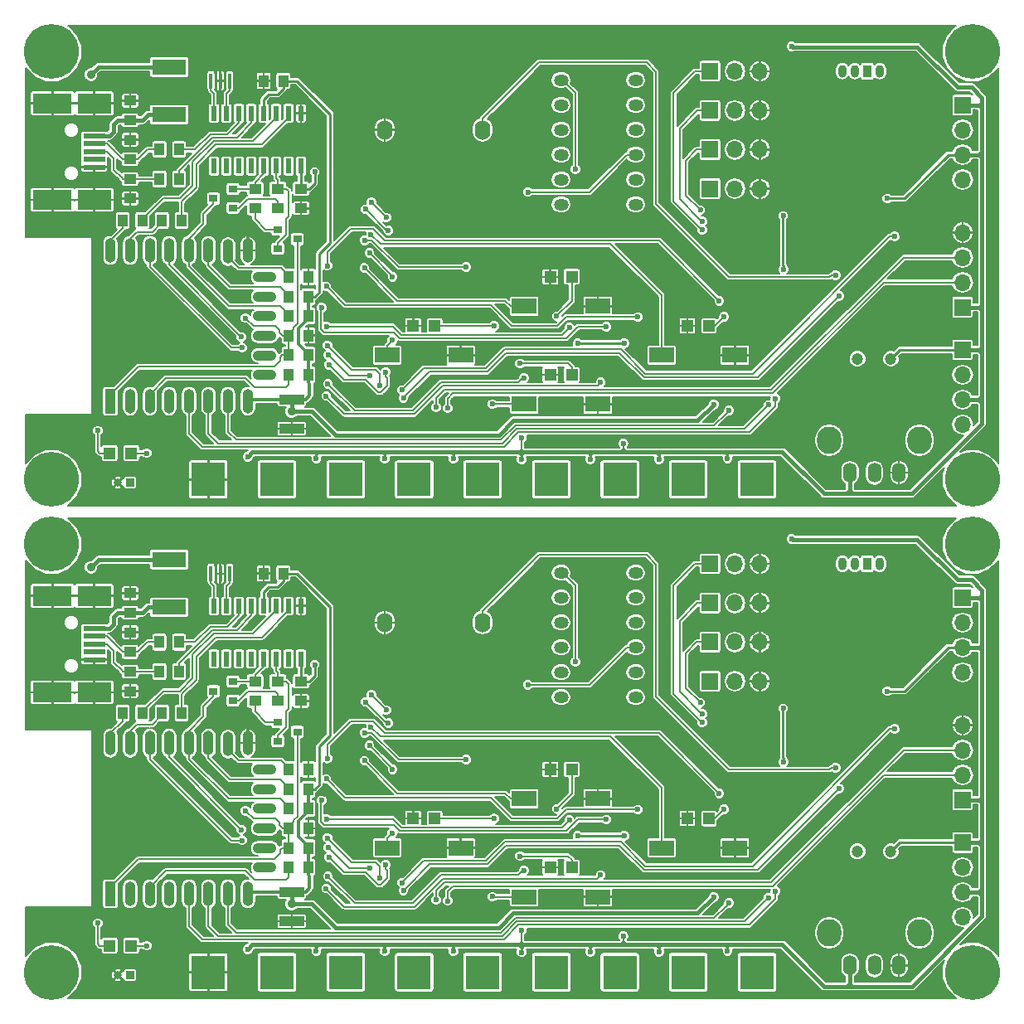
<source format=gtl>
G04 #@! TF.GenerationSoftware,KiCad,Pcbnew,no-vcs-found-7650~57~ubuntu14.04.1*
G04 #@! TF.CreationDate,2017-02-13T23:40:00+01:00*
G04 #@! TF.ProjectId,Wifi_PB_panel,576966695F50425F70616E656C2E6B69,V0.1*
G04 #@! TF.FileFunction,Copper,L1,Top,Signal*
G04 #@! TF.FilePolarity,Positive*
%FSLAX46Y46*%
G04 Gerber Fmt 4.6, Leading zero omitted, Abs format (unit mm)*
G04 Created by KiCad (PCBNEW no-vcs-found-7650~57~ubuntu14.04.1) date Mon Feb 13 23:40:00 2017*
%MOMM*%
%LPD*%
G01*
G04 APERTURE LIST*
%ADD10C,0.100000*%
%ADD11C,5.600000*%
%ADD12C,0.500000*%
%ADD13R,1.300000X1.000000*%
%ADD14O,1.600000X2.000000*%
%ADD15R,2.500000X1.600000*%
%ADD16R,1.700000X1.700000*%
%ADD17O,1.700000X1.700000*%
%ADD18R,1.250000X1.000000*%
%ADD19O,1.524000X1.200000*%
%ADD20R,1.100000X2.500000*%
%ADD21O,1.100000X2.500000*%
%ADD22O,2.400000X1.100000*%
%ADD23O,0.900000X1.300000*%
%ADD24R,0.900000X1.300000*%
%ADD25R,1.200000X1.200000*%
%ADD26R,1.000000X1.300000*%
%ADD27R,0.900000X0.800000*%
%ADD28R,3.500000X1.600000*%
%ADD29R,0.850000X0.850000*%
%ADD30C,0.850000*%
%ADD31R,3.500000X3.500000*%
%ADD32C,1.200000*%
%ADD33R,0.300000X1.600000*%
%ADD34O,2.500000X2.800000*%
%ADD35O,1.400000X2.000000*%
%ADD36R,0.600000X1.500000*%
%ADD37R,1.000000X1.250000*%
%ADD38R,2.250000X0.500000*%
%ADD39R,3.500000X2.050000*%
%ADD40R,4.000000X2.050000*%
%ADD41R,2.500000X1.000000*%
%ADD42C,0.600000*%
%ADD43C,0.900000*%
%ADD44C,0.152400*%
%ADD45C,0.304800*%
%ADD46C,0.406400*%
%ADD47C,0.254000*%
G04 APERTURE END LIST*
D10*
D11*
X103000000Y-127000000D03*
X103000000Y-83300000D03*
X197000000Y-83300000D03*
D12*
X142470000Y-95290000D03*
D13*
X126075000Y-99300000D03*
X126075000Y-97300000D03*
D14*
X137000000Y-91300000D03*
X147000000Y-91300000D03*
D15*
X172750000Y-114300000D03*
X165250000Y-114300000D03*
X151250000Y-119300000D03*
X158750000Y-119300000D03*
D12*
X167090000Y-112900000D03*
X159620000Y-116370000D03*
X158230000Y-114780000D03*
X156370000Y-119910000D03*
X142160000Y-113200000D03*
X146120000Y-120130000D03*
X148690000Y-121380000D03*
X156270000Y-122810000D03*
D16*
X170210000Y-89300000D03*
D17*
X172750000Y-89300000D03*
X175290000Y-89300000D03*
D12*
X181230000Y-107610000D03*
X150090000Y-106750000D03*
X166600000Y-105550000D03*
D18*
X111000000Y-94300000D03*
X111000000Y-92300000D03*
D12*
X171030000Y-106990000D03*
X119790000Y-117350000D03*
X108860000Y-121960000D03*
D19*
X162620000Y-98920000D03*
X162620000Y-96380000D03*
X162620000Y-93840000D03*
X162620000Y-91300000D03*
X162620000Y-88760000D03*
X162620000Y-86220000D03*
X155000000Y-98920000D03*
X155000000Y-96380000D03*
X155000000Y-93840000D03*
X155000000Y-91300000D03*
X155000000Y-88760000D03*
X155000000Y-86220000D03*
D13*
X123750000Y-99300000D03*
X123750000Y-97300000D03*
D20*
X109000000Y-119000000D03*
D21*
X111000000Y-119000000D03*
X113000000Y-119000000D03*
X115000000Y-119000000D03*
X117000000Y-119000000D03*
X119000000Y-119000000D03*
X121000000Y-119000000D03*
X123000000Y-119000000D03*
D22*
X124750000Y-116310000D03*
X124750000Y-114310000D03*
X124750000Y-112310000D03*
X124750000Y-110310000D03*
X124750000Y-108310000D03*
X124750000Y-106310000D03*
D21*
X123000000Y-103600000D03*
X121000000Y-103700000D03*
X119000000Y-103600000D03*
X117000000Y-103600000D03*
X115000000Y-103600000D03*
X113000000Y-103600000D03*
X111000000Y-103600000D03*
X109000000Y-103600000D03*
D23*
X187540000Y-85300000D03*
X183730000Y-85300000D03*
D24*
X186270000Y-85300000D03*
D23*
X185000000Y-85300000D03*
D25*
X153900000Y-116300000D03*
X156100000Y-116300000D03*
D26*
X129200000Y-114300000D03*
X127200000Y-114300000D03*
D16*
X196000000Y-88760000D03*
D17*
X196000000Y-91300000D03*
X196000000Y-93840000D03*
X196000000Y-96380000D03*
D26*
X114250000Y-100550000D03*
X116250000Y-100550000D03*
X112250000Y-100550000D03*
X110250000Y-100550000D03*
D16*
X170210000Y-97300000D03*
D17*
X172750000Y-97300000D03*
X175290000Y-97300000D03*
D12*
X114510000Y-108340000D03*
D27*
X128075000Y-102450000D03*
X126075000Y-103400000D03*
X126075000Y-101500000D03*
D12*
X122640000Y-86000000D03*
X108410000Y-100400000D03*
X110250000Y-86810000D03*
X117390000Y-88300000D03*
X128440000Y-92390000D03*
D28*
X115000000Y-89738400D03*
X115000000Y-84861600D03*
D29*
X111000000Y-127300000D03*
D30*
X109750000Y-127300000D03*
D31*
X126000000Y-127000000D03*
D12*
X123590000Y-101460000D03*
X122420000Y-108240000D03*
X120110000Y-101650000D03*
X110000000Y-106780000D03*
X130230000Y-122090000D03*
X175890000Y-111290000D03*
D31*
X147000000Y-127000000D03*
X140000000Y-127000000D03*
X133000000Y-127000000D03*
D27*
X121500000Y-99250000D03*
X121500000Y-97350000D03*
X119500000Y-98300000D03*
D25*
X153900000Y-106300000D03*
X156100000Y-106300000D03*
D18*
X111000000Y-88300000D03*
X111000000Y-90300000D03*
D31*
X154000000Y-127000000D03*
D32*
X185280000Y-114660000D03*
X188680000Y-114660000D03*
D33*
X119250000Y-86300000D03*
X120200000Y-86300000D03*
X121150000Y-86300000D03*
D25*
X170100000Y-111300000D03*
X167900000Y-111300000D03*
D17*
X175290000Y-93300000D03*
X172750000Y-93300000D03*
D16*
X170210000Y-93300000D03*
D18*
X128450000Y-97300000D03*
X128450000Y-99300000D03*
D15*
X144750000Y-114300000D03*
X137250000Y-114300000D03*
X151250000Y-109300000D03*
X158750000Y-109300000D03*
D16*
X196000000Y-109400000D03*
D17*
X196000000Y-106860000D03*
X196000000Y-104320000D03*
X196000000Y-101780000D03*
D25*
X142100000Y-111300000D03*
X139900000Y-111300000D03*
D34*
X191600000Y-123000000D03*
X182400000Y-123000000D03*
D35*
X189500000Y-126300000D03*
X184500000Y-126300000D03*
X187000000Y-126300000D03*
D25*
X108900000Y-124300000D03*
X111100000Y-124300000D03*
D18*
X111000000Y-96300000D03*
X111000000Y-98300000D03*
D12*
X132880000Y-107380000D03*
D36*
X128445000Y-89600000D03*
X127175000Y-89600000D03*
X125905000Y-89600000D03*
X124635000Y-89600000D03*
X123365000Y-89600000D03*
X122095000Y-89600000D03*
X120825000Y-89600000D03*
X119555000Y-89600000D03*
X119555000Y-95000000D03*
X120825000Y-95000000D03*
X122095000Y-95000000D03*
X123365000Y-95000000D03*
X124635000Y-95000000D03*
X125905000Y-95000000D03*
X127175000Y-95000000D03*
X128445000Y-95000000D03*
D37*
X129200000Y-112300000D03*
X127200000Y-112300000D03*
X124630000Y-86290000D03*
X126630000Y-86290000D03*
D17*
X175290000Y-85300000D03*
X172750000Y-85300000D03*
D16*
X170210000Y-85300000D03*
D26*
X127200000Y-106300000D03*
X129200000Y-106300000D03*
X129200000Y-108300000D03*
X127200000Y-108300000D03*
X127200000Y-110300000D03*
X129200000Y-110300000D03*
X127200000Y-116300000D03*
X129200000Y-116300000D03*
D11*
X197000000Y-127000000D03*
D26*
X116000000Y-96300000D03*
X114000000Y-96300000D03*
X114000000Y-93300000D03*
X116000000Y-93300000D03*
D12*
X113850000Y-112780000D03*
X110080000Y-114340000D03*
X113620000Y-91810000D03*
X138540000Y-109950000D03*
X125000000Y-121800000D03*
X124390000Y-103170000D03*
X132800000Y-93280000D03*
X122420000Y-101090000D03*
D17*
X196000000Y-121380000D03*
X196000000Y-118840000D03*
X196000000Y-116300000D03*
D16*
X196000000Y-113760000D03*
D31*
X119000000Y-127000000D03*
D12*
X138560000Y-107690000D03*
X149450000Y-115220000D03*
X138330000Y-116310000D03*
D38*
X107325000Y-93500000D03*
X107325000Y-92700000D03*
X107325000Y-91900000D03*
X107325000Y-94300000D03*
X107325000Y-95100000D03*
D39*
X107325000Y-88575000D03*
X107325000Y-98425000D03*
D40*
X103075000Y-88575000D03*
X103075000Y-98425000D03*
D41*
X127500000Y-118800000D03*
X127500000Y-121800000D03*
D31*
X175000000Y-127000000D03*
X168000000Y-127000000D03*
X161000000Y-127000000D03*
D19*
X155000000Y-35920000D03*
X155000000Y-38460000D03*
X155000000Y-41000000D03*
X155000000Y-43540000D03*
X155000000Y-46080000D03*
X155000000Y-48620000D03*
X162620000Y-35920000D03*
X162620000Y-38460000D03*
X162620000Y-41000000D03*
X162620000Y-43540000D03*
X162620000Y-46080000D03*
X162620000Y-48620000D03*
D36*
X128445000Y-44700000D03*
X127175000Y-44700000D03*
X125905000Y-44700000D03*
X124635000Y-44700000D03*
X123365000Y-44700000D03*
X122095000Y-44700000D03*
X120825000Y-44700000D03*
X119555000Y-44700000D03*
X119555000Y-39300000D03*
X120825000Y-39300000D03*
X122095000Y-39300000D03*
X123365000Y-39300000D03*
X124635000Y-39300000D03*
X125905000Y-39300000D03*
X127175000Y-39300000D03*
X128445000Y-39300000D03*
D12*
X114510000Y-58040000D03*
X108860000Y-71660000D03*
X119790000Y-67050000D03*
X171030000Y-56690000D03*
X166600000Y-55250000D03*
X150090000Y-56450000D03*
X181230000Y-57310000D03*
X175890000Y-60990000D03*
X130230000Y-71790000D03*
X110000000Y-56480000D03*
X132880000Y-57080000D03*
X142470000Y-44990000D03*
X108410000Y-50100000D03*
X122640000Y-35700000D03*
X128440000Y-42090000D03*
X117390000Y-38000000D03*
X110250000Y-36510000D03*
X113620000Y-41510000D03*
X110080000Y-64040000D03*
X113850000Y-62480000D03*
X124390000Y-52870000D03*
X125000000Y-71500000D03*
X138540000Y-59650000D03*
X138330000Y-66010000D03*
X149450000Y-64920000D03*
X138560000Y-57390000D03*
X142160000Y-62900000D03*
X156370000Y-69610000D03*
X156270000Y-72510000D03*
X148690000Y-71080000D03*
X146120000Y-69830000D03*
X158230000Y-64480000D03*
X159620000Y-66070000D03*
X167090000Y-62600000D03*
X120110000Y-51350000D03*
X122420000Y-57940000D03*
X123590000Y-51160000D03*
X122420000Y-50790000D03*
X132800000Y-42980000D03*
D21*
X109000000Y-53300000D03*
X111000000Y-53300000D03*
X113000000Y-53300000D03*
X115000000Y-53300000D03*
X117000000Y-53300000D03*
X119000000Y-53300000D03*
X121000000Y-53400000D03*
X123000000Y-53300000D03*
D22*
X124750000Y-56010000D03*
X124750000Y-58010000D03*
X124750000Y-60010000D03*
X124750000Y-62010000D03*
X124750000Y-64010000D03*
X124750000Y-66010000D03*
D21*
X123000000Y-68700000D03*
X121000000Y-68700000D03*
X119000000Y-68700000D03*
X117000000Y-68700000D03*
X115000000Y-68700000D03*
X113000000Y-68700000D03*
X111000000Y-68700000D03*
D20*
X109000000Y-68700000D03*
D11*
X197000000Y-76700000D03*
X197000000Y-33000000D03*
X103000000Y-33000000D03*
X103000000Y-76700000D03*
D14*
X147000000Y-41000000D03*
X137000000Y-41000000D03*
D18*
X128450000Y-49000000D03*
X128450000Y-47000000D03*
D37*
X126630000Y-35990000D03*
X124630000Y-35990000D03*
X127200000Y-62000000D03*
X129200000Y-62000000D03*
D41*
X127500000Y-71500000D03*
X127500000Y-68500000D03*
D18*
X111000000Y-40000000D03*
X111000000Y-38000000D03*
X111000000Y-42000000D03*
X111000000Y-44000000D03*
X111000000Y-48000000D03*
X111000000Y-46000000D03*
D25*
X111100000Y-74000000D03*
X108900000Y-74000000D03*
X139900000Y-61000000D03*
X142100000Y-61000000D03*
X156100000Y-56000000D03*
X153900000Y-56000000D03*
X167900000Y-61000000D03*
X170100000Y-61000000D03*
X156100000Y-66000000D03*
X153900000Y-66000000D03*
D23*
X185000000Y-35000000D03*
D24*
X186270000Y-35000000D03*
D23*
X183730000Y-35000000D03*
X187540000Y-35000000D03*
D16*
X170210000Y-35000000D03*
D17*
X172750000Y-35000000D03*
X175290000Y-35000000D03*
X175290000Y-39000000D03*
X172750000Y-39000000D03*
D16*
X170210000Y-39000000D03*
X170210000Y-43000000D03*
D17*
X172750000Y-43000000D03*
X175290000Y-43000000D03*
X175290000Y-47000000D03*
X172750000Y-47000000D03*
D16*
X170210000Y-47000000D03*
D31*
X126000000Y-76700000D03*
X133000000Y-76700000D03*
X140000000Y-76700000D03*
X147000000Y-76700000D03*
X119000000Y-76700000D03*
D16*
X196000000Y-63460000D03*
D17*
X196000000Y-66000000D03*
X196000000Y-68540000D03*
X196000000Y-71080000D03*
X196000000Y-46080000D03*
X196000000Y-43540000D03*
X196000000Y-41000000D03*
D16*
X196000000Y-38460000D03*
D31*
X154000000Y-76700000D03*
X161000000Y-76700000D03*
X168000000Y-76700000D03*
X175000000Y-76700000D03*
D27*
X126075000Y-51200000D03*
X126075000Y-53100000D03*
X128075000Y-52150000D03*
X119500000Y-48000000D03*
X121500000Y-47050000D03*
X121500000Y-48950000D03*
D26*
X129200000Y-60000000D03*
X127200000Y-60000000D03*
X127200000Y-58000000D03*
X129200000Y-58000000D03*
X129200000Y-66000000D03*
X127200000Y-66000000D03*
X127200000Y-64000000D03*
X129200000Y-64000000D03*
X129200000Y-56000000D03*
X127200000Y-56000000D03*
X110250000Y-50250000D03*
X112250000Y-50250000D03*
X116250000Y-50250000D03*
X114250000Y-50250000D03*
D13*
X123750000Y-47000000D03*
X123750000Y-49000000D03*
X126075000Y-47000000D03*
X126075000Y-49000000D03*
D26*
X116000000Y-43000000D03*
X114000000Y-43000000D03*
X114000000Y-46000000D03*
X116000000Y-46000000D03*
D35*
X187000000Y-76000000D03*
X184500000Y-76000000D03*
X189500000Y-76000000D03*
D34*
X182400000Y-72700000D03*
X191600000Y-72700000D03*
D15*
X158750000Y-69000000D03*
X151250000Y-69000000D03*
X165250000Y-64000000D03*
X172750000Y-64000000D03*
X158750000Y-59000000D03*
X151250000Y-59000000D03*
X137250000Y-64000000D03*
X144750000Y-64000000D03*
D28*
X115000000Y-34561600D03*
X115000000Y-39438400D03*
D40*
X103075000Y-48125000D03*
X103075000Y-38275000D03*
D39*
X107325000Y-48125000D03*
X107325000Y-38275000D03*
D38*
X107325000Y-44800000D03*
X107325000Y-44000000D03*
X107325000Y-41600000D03*
X107325000Y-42400000D03*
X107325000Y-43200000D03*
D30*
X109750000Y-77000000D03*
D29*
X111000000Y-77000000D03*
D17*
X196000000Y-51480000D03*
X196000000Y-54020000D03*
X196000000Y-56560000D03*
D16*
X196000000Y-59100000D03*
D33*
X121150000Y-36000000D03*
X120200000Y-36000000D03*
X119250000Y-36000000D03*
D32*
X188680000Y-64360000D03*
X185280000Y-64360000D03*
D42*
X183030000Y-106130000D03*
X183030000Y-55830000D03*
X107700000Y-122000000D03*
D43*
X107000000Y-85650000D03*
X107000000Y-35350000D03*
D42*
X107700000Y-71700000D03*
X170590000Y-119330000D03*
X156680000Y-113090000D03*
X161450002Y-113090000D03*
D43*
X127480000Y-120040000D03*
D42*
X161450002Y-62790000D03*
X156680000Y-62790000D03*
X170590000Y-69030000D03*
D43*
X127480000Y-69740000D03*
D42*
X161350000Y-123330000D03*
X150990000Y-122743243D03*
X150990000Y-124968888D03*
X172000000Y-124840000D03*
X165000000Y-124910000D03*
X177700000Y-105540000D03*
X177680000Y-100070000D03*
X129850000Y-95590000D03*
X123000000Y-124680000D03*
X178550000Y-82770000D03*
X188325000Y-98300000D03*
X158000000Y-124920000D03*
X144000000Y-124880000D03*
X137000000Y-124880000D03*
X130000000Y-124880000D03*
X188325000Y-48000000D03*
X150990000Y-74668888D03*
X150990000Y-72443243D03*
X161350000Y-73030000D03*
X177680000Y-49770000D03*
X177700000Y-55240000D03*
X130000000Y-74580000D03*
X137000000Y-74580000D03*
X144000000Y-74580000D03*
X158000000Y-74620000D03*
X165000000Y-74610000D03*
X172000000Y-74540000D03*
X178550000Y-32470000D03*
X123000000Y-74380000D03*
X129850000Y-45290000D03*
X112690000Y-124300000D03*
X112690000Y-74000000D03*
X169400000Y-101500000D03*
X169400000Y-51200000D03*
X169410000Y-100650000D03*
X169410000Y-50350000D03*
X169220000Y-99480000D03*
X169220000Y-49180000D03*
X136480000Y-117390000D03*
X131140000Y-113300000D03*
X135640000Y-98700000D03*
X137150000Y-100240000D03*
X131140000Y-63000000D03*
X136480000Y-67090000D03*
X137150000Y-49940000D03*
X135640000Y-48400000D03*
X122370000Y-112440000D03*
X131190000Y-117230000D03*
X151200000Y-116630000D03*
X151200000Y-66330000D03*
X131190000Y-66930000D03*
X122370000Y-62140000D03*
X122440000Y-113540000D03*
X131020000Y-118460000D03*
X159040000Y-117080000D03*
X159040000Y-66780000D03*
X131020000Y-68160000D03*
X122440000Y-63240000D03*
X135010000Y-99400000D03*
X137370000Y-101580000D03*
X131260000Y-114270000D03*
X135460000Y-116379410D03*
X135460000Y-66079410D03*
X131260000Y-63970000D03*
X137370000Y-51280000D03*
X135010000Y-49100000D03*
X156480000Y-95320000D03*
X156480000Y-45020000D03*
X131049410Y-111350000D03*
X155840000Y-111470000D03*
X155840000Y-61170000D03*
X131049410Y-61050000D03*
X159630000Y-111410000D03*
X130540000Y-109460000D03*
X130540000Y-59160000D03*
X159630000Y-61110000D03*
X131030000Y-107270000D03*
X162850000Y-110400000D03*
X162850000Y-60100000D03*
X131030000Y-56970000D03*
X171150000Y-108750000D03*
X131130000Y-105170000D03*
X131130000Y-54870000D03*
X171150000Y-58450000D03*
X151600000Y-97640000D03*
X151600000Y-47340000D03*
X137100000Y-116030000D03*
X131310000Y-115260000D03*
X122770000Y-110510000D03*
X122770000Y-60210000D03*
X131310000Y-64960000D03*
X137100000Y-65730000D03*
X135590000Y-101970000D03*
X135590000Y-51670000D03*
X134940000Y-102560000D03*
X147990000Y-119290000D03*
X145310000Y-105300000D03*
X145310000Y-55000000D03*
X147990000Y-68990000D03*
X134940000Y-52260000D03*
X137770000Y-112780000D03*
X135440000Y-103860000D03*
X137790000Y-106300000D03*
X137790000Y-56000000D03*
X135440000Y-53560000D03*
X137770000Y-62480000D03*
X134930000Y-105400000D03*
X134930000Y-55100000D03*
X143425000Y-119725000D03*
X143425000Y-69425000D03*
X142250000Y-119625000D03*
X142250000Y-69325000D03*
X183370000Y-108250000D03*
X138909410Y-118670000D03*
X138909410Y-68370000D03*
X183370000Y-57950000D03*
X138740000Y-117860000D03*
X189060000Y-102170000D03*
X138740000Y-67560000D03*
X189060000Y-51870000D03*
X172160000Y-119940000D03*
X172160000Y-69640000D03*
X176170000Y-119380000D03*
X176170000Y-69080000D03*
X176897924Y-118726243D03*
X176897924Y-68426243D03*
X148150000Y-111320000D03*
X148150000Y-61020000D03*
X154560000Y-110320000D03*
X154560000Y-60020000D03*
X171650000Y-110380000D03*
X171650000Y-60080000D03*
X150820000Y-115150000D03*
X150820000Y-64850000D03*
D44*
X172170000Y-106320000D02*
X169500000Y-103650000D01*
X182415736Y-106320000D02*
X172170000Y-106320000D01*
X169500000Y-103650000D02*
X164700000Y-98850000D01*
X169640000Y-103790000D02*
X169500000Y-103650000D01*
X147000000Y-90147600D02*
X147000000Y-91300000D01*
X163720000Y-84380000D02*
X152767600Y-84380000D01*
X164700000Y-85360000D02*
X163720000Y-84380000D01*
X152767600Y-84380000D02*
X147000000Y-90147600D01*
X164700000Y-98850000D02*
X164700000Y-85360000D01*
X182605736Y-106130000D02*
X182415736Y-106320000D01*
X183030000Y-106130000D02*
X182605736Y-106130000D01*
X169640000Y-53490000D02*
X169500000Y-53350000D01*
X169500000Y-53350000D02*
X164700000Y-48550000D01*
X182415736Y-56020000D02*
X172170000Y-56020000D01*
X172170000Y-56020000D02*
X169500000Y-53350000D01*
X183030000Y-55830000D02*
X182605736Y-55830000D01*
X182605736Y-55830000D02*
X182415736Y-56020000D01*
X164700000Y-48550000D02*
X164700000Y-35060000D01*
X152767600Y-34080000D02*
X147000000Y-39847600D01*
X164700000Y-35060000D02*
X163720000Y-34080000D01*
X163720000Y-34080000D02*
X152767600Y-34080000D01*
X147000000Y-39847600D02*
X147000000Y-41000000D01*
D45*
X123000000Y-102050000D02*
X123590000Y-101460000D01*
X123000000Y-104300000D02*
X123000000Y-102050000D01*
X123000000Y-54000000D02*
X123000000Y-51750000D01*
X123000000Y-51750000D02*
X123590000Y-51160000D01*
D44*
X107900000Y-124300000D02*
X108900000Y-124300000D01*
X107700000Y-124100000D02*
X107900000Y-124300000D01*
X107700000Y-122000000D02*
X107700000Y-124100000D01*
D46*
X115000000Y-84861600D02*
X107788400Y-84861600D01*
X107788400Y-84861600D02*
X107000000Y-85650000D01*
X107788400Y-34561600D02*
X107000000Y-35350000D01*
X115000000Y-34561600D02*
X107788400Y-34561600D01*
D44*
X107700000Y-71700000D02*
X107700000Y-73800000D01*
X107700000Y-73800000D02*
X107900000Y-74000000D01*
X107900000Y-74000000D02*
X108900000Y-74000000D01*
D45*
X124630000Y-89595000D02*
X124635000Y-89600000D01*
D47*
X126630000Y-87067400D02*
X126057400Y-87640000D01*
X126630000Y-86290000D02*
X126630000Y-87067400D01*
X126057400Y-87640000D02*
X125150000Y-87640000D01*
X124635000Y-88155000D02*
X124635000Y-89600000D01*
X125150000Y-87640000D02*
X124635000Y-88155000D01*
X128020000Y-86290000D02*
X131430000Y-89700000D01*
X131430000Y-89700000D02*
X131430000Y-102820000D01*
X131430000Y-102820000D02*
X130330000Y-103920000D01*
X130330000Y-103920000D02*
X130330000Y-107822400D01*
X130330000Y-107822400D02*
X129852400Y-108300000D01*
X129852400Y-108300000D02*
X129200000Y-108300000D01*
X126630000Y-86290000D02*
X128020000Y-86290000D01*
D45*
X129200000Y-114150000D02*
X129200000Y-114300000D01*
X128220000Y-113170000D02*
X129200000Y-114150000D01*
X128220000Y-111550672D02*
X128220000Y-113170000D01*
X129200000Y-110570672D02*
X128220000Y-111550672D01*
X129200000Y-110300000D02*
X129200000Y-110570672D01*
X128950000Y-118800000D02*
X129330000Y-118420000D01*
X127500000Y-118800000D02*
X128950000Y-118800000D01*
X129200000Y-117090000D02*
X129330000Y-117220000D01*
X129200000Y-116300000D02*
X129200000Y-117090000D01*
X129330000Y-118420000D02*
X129330000Y-117220000D01*
D47*
X156680000Y-113090000D02*
X161450002Y-113090000D01*
D46*
X168950000Y-120970000D02*
X170590000Y-119330000D01*
X150140000Y-120970000D02*
X168950000Y-120970000D01*
X148650000Y-122460000D02*
X150140000Y-120970000D01*
X129570000Y-120040000D02*
X131990000Y-122460000D01*
X127480000Y-120040000D02*
X129570000Y-120040000D01*
X131990000Y-122460000D02*
X148650000Y-122460000D01*
X127500000Y-118800000D02*
X127500000Y-120020000D01*
X127500000Y-120020000D02*
X127480000Y-120040000D01*
D45*
X123500000Y-118800000D02*
X123000000Y-118300000D01*
X127500000Y-118800000D02*
X123500000Y-118800000D01*
X129200000Y-116300000D02*
X129200000Y-114300000D01*
X129200000Y-108300000D02*
X129200000Y-110300000D01*
D46*
X131990000Y-72160000D02*
X148650000Y-72160000D01*
X127480000Y-69740000D02*
X129570000Y-69740000D01*
X129570000Y-69740000D02*
X131990000Y-72160000D01*
X148650000Y-72160000D02*
X150140000Y-70670000D01*
X150140000Y-70670000D02*
X168950000Y-70670000D01*
X168950000Y-70670000D02*
X170590000Y-69030000D01*
D45*
X129200000Y-60000000D02*
X129200000Y-60270672D01*
X129200000Y-60270672D02*
X128220000Y-61250672D01*
X128220000Y-61250672D02*
X128220000Y-62870000D01*
X128220000Y-62870000D02*
X129200000Y-63850000D01*
X129200000Y-63850000D02*
X129200000Y-64000000D01*
D47*
X156680000Y-62790000D02*
X161450002Y-62790000D01*
D45*
X129330000Y-68120000D02*
X129330000Y-66920000D01*
X129200000Y-66000000D02*
X129200000Y-66790000D01*
X129200000Y-66790000D02*
X129330000Y-66920000D01*
X127500000Y-68500000D02*
X128950000Y-68500000D01*
X128950000Y-68500000D02*
X129330000Y-68120000D01*
D47*
X126630000Y-35990000D02*
X128020000Y-35990000D01*
X129852400Y-58000000D02*
X129200000Y-58000000D01*
X130330000Y-57522400D02*
X129852400Y-58000000D01*
X130330000Y-53620000D02*
X130330000Y-57522400D01*
X131430000Y-52520000D02*
X130330000Y-53620000D01*
X131430000Y-39400000D02*
X131430000Y-52520000D01*
X128020000Y-35990000D02*
X131430000Y-39400000D01*
X125150000Y-37340000D02*
X124635000Y-37855000D01*
X124635000Y-37855000D02*
X124635000Y-39300000D01*
X126057400Y-37340000D02*
X125150000Y-37340000D01*
X126630000Y-35990000D02*
X126630000Y-36767400D01*
X126630000Y-36767400D02*
X126057400Y-37340000D01*
D45*
X124630000Y-39295000D02*
X124635000Y-39300000D01*
D46*
X127500000Y-69720000D02*
X127480000Y-69740000D01*
X127500000Y-68500000D02*
X127500000Y-69720000D01*
D45*
X129200000Y-58000000D02*
X129200000Y-60000000D01*
X129200000Y-66000000D02*
X129200000Y-64000000D01*
X127500000Y-68500000D02*
X123500000Y-68500000D01*
X123500000Y-68500000D02*
X123000000Y-68000000D01*
D47*
X189580000Y-113760000D02*
X190390000Y-113760000D01*
X190390000Y-113760000D02*
X196000000Y-113760000D01*
D44*
X161340000Y-124200000D02*
X161350000Y-124190000D01*
X161350000Y-124190000D02*
X161350000Y-123754264D01*
X161350000Y-123754264D02*
X161350000Y-123330000D01*
X150990000Y-123950000D02*
X151240000Y-124200000D01*
D46*
X151240000Y-124200000D02*
X150990000Y-124200000D01*
X151430000Y-124200000D02*
X151240000Y-124200000D01*
D44*
X151310000Y-124200000D02*
X150990000Y-123880000D01*
X151430000Y-124200000D02*
X151310000Y-124200000D01*
X144010000Y-124550000D02*
X144360000Y-124200000D01*
X144000000Y-124550000D02*
X144010000Y-124550000D01*
D46*
X144360000Y-124200000D02*
X143990000Y-124200000D01*
X150580000Y-124200000D02*
X144360000Y-124200000D01*
D47*
X144000000Y-124880000D02*
X144000000Y-124550000D01*
X144000000Y-124550000D02*
X144000000Y-124210000D01*
D44*
X144000000Y-124550000D02*
X143650000Y-124200000D01*
D46*
X143990000Y-124200000D02*
X143650000Y-124200000D01*
D44*
X137010000Y-124550000D02*
X137360000Y-124200000D01*
X137000000Y-124550000D02*
X137010000Y-124550000D01*
D46*
X137360000Y-124200000D02*
X137000000Y-124200000D01*
X197990000Y-121264526D02*
X190814526Y-128440000D01*
X123480000Y-124200000D02*
X123000000Y-124680000D01*
X181830000Y-128440000D02*
X177590000Y-124200000D01*
X196920000Y-86910000D02*
X197990000Y-87980000D01*
X195460000Y-86910000D02*
X196920000Y-86910000D01*
X191380000Y-82830000D02*
X195460000Y-86910000D01*
X178610000Y-82830000D02*
X191380000Y-82830000D01*
X178550000Y-82770000D02*
X178610000Y-82830000D01*
X197256400Y-88760000D02*
X197266400Y-88770000D01*
X196000000Y-88760000D02*
X197256400Y-88760000D01*
X197980000Y-93840000D02*
X197990000Y-93850000D01*
X196000000Y-113760000D02*
X197256400Y-113760000D01*
X197202081Y-118840000D02*
X197212081Y-118830000D01*
X196000000Y-118840000D02*
X197202081Y-118840000D01*
X184500000Y-127706400D02*
X184490000Y-127716400D01*
X184500000Y-126300000D02*
X184500000Y-127706400D01*
X157620000Y-124200000D02*
X151430000Y-124200000D01*
D47*
X177700000Y-105115736D02*
X177670000Y-105085736D01*
X177700000Y-105540000D02*
X177700000Y-105115736D01*
X177670000Y-100080000D02*
X177680000Y-100070000D01*
X177670000Y-105085736D02*
X177670000Y-100080000D01*
X188680000Y-114660000D02*
X189580000Y-113760000D01*
D44*
X165000000Y-124590000D02*
X165390000Y-124200000D01*
D47*
X165000000Y-124600000D02*
X165000000Y-124200000D01*
D44*
X165000000Y-124600000D02*
X164600000Y-124200000D01*
D46*
X165000000Y-124200000D02*
X164600000Y-124200000D01*
D44*
X161350000Y-123850000D02*
X161700000Y-124200000D01*
X161350000Y-123754264D02*
X161350000Y-123850000D01*
D46*
X161700000Y-124200000D02*
X161340000Y-124200000D01*
X164600000Y-124200000D02*
X161700000Y-124200000D01*
D44*
X161350000Y-123850000D02*
X161000000Y-124200000D01*
D46*
X161340000Y-124200000D02*
X161000000Y-124200000D01*
D44*
X158000000Y-124580000D02*
X158380000Y-124200000D01*
D46*
X158380000Y-124200000D02*
X158000000Y-124200000D01*
X161000000Y-124200000D02*
X158380000Y-124200000D01*
D47*
X158000000Y-124920000D02*
X158000000Y-124580000D01*
X158000000Y-124580000D02*
X158000000Y-124200000D01*
D44*
X158000000Y-124580000D02*
X157620000Y-124200000D01*
D47*
X197540000Y-88770000D02*
X197590000Y-88770000D01*
D46*
X197990000Y-88370000D02*
X197990000Y-88770000D01*
D47*
X197590000Y-88770000D02*
X197990000Y-88370000D01*
X172000000Y-124210000D02*
X172010000Y-124200000D01*
X144000000Y-124210000D02*
X143990000Y-124200000D01*
X188325000Y-98300000D02*
X190075000Y-98300000D01*
X194535000Y-93840000D02*
X196000000Y-93840000D01*
X190075000Y-98300000D02*
X194535000Y-93840000D01*
X129850000Y-96014264D02*
X129850000Y-95590000D01*
X129850000Y-96730000D02*
X129850000Y-96014264D01*
X129280000Y-97300000D02*
X129850000Y-96730000D01*
X128450000Y-97300000D02*
X129280000Y-97300000D01*
X197570000Y-118830000D02*
X197990000Y-118410000D01*
D46*
X197990000Y-118410000D02*
X197990000Y-118830000D01*
X197990000Y-114180000D02*
X197990000Y-118410000D01*
X197570000Y-118830000D02*
X197990000Y-118830000D01*
D47*
X197570000Y-118840000D02*
X197990000Y-119260000D01*
X197570000Y-118830000D02*
X197570000Y-118840000D01*
D46*
X197990000Y-119260000D02*
X197990000Y-121264526D01*
X197990000Y-118830000D02*
X197990000Y-119260000D01*
D47*
X184490000Y-128000000D02*
X184050000Y-128440000D01*
X184490000Y-127970000D02*
X184490000Y-128000000D01*
D46*
X184050000Y-128440000D02*
X181830000Y-128440000D01*
X184490000Y-128440000D02*
X184050000Y-128440000D01*
X184490000Y-127716400D02*
X184490000Y-127970000D01*
X158000000Y-124200000D02*
X157620000Y-124200000D01*
D44*
X151000000Y-124630000D02*
X151430000Y-124200000D01*
X150990000Y-124630000D02*
X151000000Y-124630000D01*
D46*
X196000000Y-109400000D02*
X197256400Y-109400000D01*
D47*
X150990000Y-124968888D02*
X150990000Y-124630000D01*
X150990000Y-124630000D02*
X150990000Y-124200000D01*
D44*
X151000000Y-124620000D02*
X150580000Y-124200000D01*
D46*
X197212081Y-118830000D02*
X197570000Y-118830000D01*
D44*
X150990000Y-123880000D02*
X150670000Y-124200000D01*
X150990000Y-123780000D02*
X150990000Y-123880000D01*
D46*
X150670000Y-124200000D02*
X150580000Y-124200000D01*
X150990000Y-124200000D02*
X150670000Y-124200000D01*
D44*
X150990000Y-124200000D02*
X150990000Y-123780000D01*
X150990000Y-123780000D02*
X150990000Y-122743243D01*
X150990000Y-123780000D02*
X150990000Y-123950000D01*
D46*
X197990000Y-109010000D02*
X197990000Y-109400000D01*
X197990000Y-101760000D02*
X197990000Y-109010000D01*
X197256400Y-109400000D02*
X197590000Y-109400000D01*
X197590000Y-109400000D02*
X197990000Y-109400000D01*
D47*
X197600000Y-109410000D02*
X197990000Y-109800000D01*
X197600000Y-109400000D02*
X197600000Y-109410000D01*
D46*
X197990000Y-109400000D02*
X197990000Y-109800000D01*
D47*
X197620000Y-113740000D02*
X197990000Y-113370000D01*
X197620000Y-113760000D02*
X197620000Y-113740000D01*
D46*
X197990000Y-113370000D02*
X197990000Y-113760000D01*
X197990000Y-109800000D02*
X197990000Y-113370000D01*
X197256400Y-113760000D02*
X197620000Y-113760000D01*
X197620000Y-113760000D02*
X197990000Y-113760000D01*
D47*
X197620000Y-113810000D02*
X197990000Y-114180000D01*
X197620000Y-113740000D02*
X197620000Y-113810000D01*
D46*
X197990000Y-113760000D02*
X197990000Y-114180000D01*
X184490000Y-127970000D02*
X184490000Y-128440000D01*
D47*
X184490000Y-128060000D02*
X184870000Y-128440000D01*
X184490000Y-127970000D02*
X184490000Y-128060000D01*
D46*
X184870000Y-128440000D02*
X184490000Y-128440000D01*
X190814526Y-128440000D02*
X184870000Y-128440000D01*
X172330000Y-124200000D02*
X172010000Y-124200000D01*
X177590000Y-124200000D02*
X172330000Y-124200000D01*
D44*
X172000000Y-124530000D02*
X172330000Y-124200000D01*
D47*
X172000000Y-124840000D02*
X172000000Y-124530000D01*
X172000000Y-124530000D02*
X172000000Y-124210000D01*
D44*
X172000000Y-124530000D02*
X171670000Y-124200000D01*
D46*
X172010000Y-124200000D02*
X171670000Y-124200000D01*
D44*
X165000000Y-124600000D02*
X165000000Y-124590000D01*
D46*
X165390000Y-124200000D02*
X165000000Y-124200000D01*
X171670000Y-124200000D02*
X165390000Y-124200000D01*
D47*
X165000000Y-124910000D02*
X165000000Y-124600000D01*
D46*
X143650000Y-124200000D02*
X137360000Y-124200000D01*
D44*
X151000000Y-124630000D02*
X151000000Y-124620000D01*
D47*
X137000000Y-124880000D02*
X137000000Y-124550000D01*
X137000000Y-124550000D02*
X137000000Y-124200000D01*
D44*
X137010000Y-124550000D02*
X136660000Y-124200000D01*
D46*
X137000000Y-124200000D02*
X136660000Y-124200000D01*
D44*
X130030000Y-124550000D02*
X130380000Y-124200000D01*
X130000000Y-124550000D02*
X130030000Y-124550000D01*
D46*
X130380000Y-124200000D02*
X130000000Y-124200000D01*
X136660000Y-124200000D02*
X130380000Y-124200000D01*
D47*
X130000000Y-124880000D02*
X130000000Y-124550000D01*
X130000000Y-124550000D02*
X130000000Y-124200000D01*
D44*
X130010000Y-124550000D02*
X129660000Y-124200000D01*
X130030000Y-124550000D02*
X130010000Y-124550000D01*
D46*
X129660000Y-124200000D02*
X123480000Y-124200000D01*
X130000000Y-124200000D02*
X129660000Y-124200000D01*
D44*
X128445000Y-97295000D02*
X128450000Y-97300000D01*
D47*
X128445000Y-95000000D02*
X128445000Y-97295000D01*
D46*
X197990000Y-87980000D02*
X197990000Y-88370000D01*
X197266400Y-88770000D02*
X197540000Y-88770000D01*
X197540000Y-88770000D02*
X197990000Y-88770000D01*
D47*
X197630000Y-88770000D02*
X197990000Y-89130000D01*
X197540000Y-88770000D02*
X197630000Y-88770000D01*
D46*
X197990000Y-88770000D02*
X197990000Y-89130000D01*
D47*
X197630000Y-93810000D02*
X197990000Y-93450000D01*
X197630000Y-93840000D02*
X197630000Y-93810000D01*
D46*
X197990000Y-93450000D02*
X197990000Y-93850000D01*
X196000000Y-93840000D02*
X197630000Y-93840000D01*
X197990000Y-89130000D02*
X197990000Y-93450000D01*
X197630000Y-93840000D02*
X197980000Y-93840000D01*
X197990000Y-94200000D02*
X197990000Y-101760000D01*
D47*
X197630000Y-93840000D02*
X197990000Y-94200000D01*
D46*
X197990000Y-93850000D02*
X197990000Y-94200000D01*
D47*
X197600000Y-109400000D02*
X197990000Y-109010000D01*
X197590000Y-109400000D02*
X197600000Y-109400000D01*
D46*
X130000000Y-73900000D02*
X129660000Y-73900000D01*
X129660000Y-73900000D02*
X123480000Y-73900000D01*
D44*
X130030000Y-74250000D02*
X130010000Y-74250000D01*
X130010000Y-74250000D02*
X129660000Y-73900000D01*
D47*
X130000000Y-74250000D02*
X130000000Y-73900000D01*
X130000000Y-74580000D02*
X130000000Y-74250000D01*
D46*
X136660000Y-73900000D02*
X130380000Y-73900000D01*
X130380000Y-73900000D02*
X130000000Y-73900000D01*
D44*
X130000000Y-74250000D02*
X130030000Y-74250000D01*
X130030000Y-74250000D02*
X130380000Y-73900000D01*
D46*
X137000000Y-73900000D02*
X136660000Y-73900000D01*
D44*
X137010000Y-74250000D02*
X136660000Y-73900000D01*
D47*
X137000000Y-74250000D02*
X137000000Y-73900000D01*
X137000000Y-74580000D02*
X137000000Y-74250000D01*
D46*
X143650000Y-73900000D02*
X137360000Y-73900000D01*
X137360000Y-73900000D02*
X137000000Y-73900000D01*
D44*
X137000000Y-74250000D02*
X137010000Y-74250000D01*
X137010000Y-74250000D02*
X137360000Y-73900000D01*
D46*
X143990000Y-73900000D02*
X143650000Y-73900000D01*
D44*
X144000000Y-74250000D02*
X143650000Y-73900000D01*
D47*
X144000000Y-74250000D02*
X144000000Y-73910000D01*
X144000000Y-74580000D02*
X144000000Y-74250000D01*
D46*
X150580000Y-73900000D02*
X144360000Y-73900000D01*
X144360000Y-73900000D02*
X143990000Y-73900000D01*
D44*
X144000000Y-74250000D02*
X144010000Y-74250000D01*
X144010000Y-74250000D02*
X144360000Y-73900000D01*
X151430000Y-73900000D02*
X151310000Y-73900000D01*
X151310000Y-73900000D02*
X150990000Y-73580000D01*
D46*
X151430000Y-73900000D02*
X151240000Y-73900000D01*
X151240000Y-73900000D02*
X150990000Y-73900000D01*
D44*
X150990000Y-73650000D02*
X151240000Y-73900000D01*
X150990000Y-73480000D02*
X150990000Y-73650000D01*
X150990000Y-73480000D02*
X150990000Y-72443243D01*
X150990000Y-73900000D02*
X150990000Y-73480000D01*
D46*
X150990000Y-73900000D02*
X150670000Y-73900000D01*
X150670000Y-73900000D02*
X150580000Y-73900000D01*
D44*
X150990000Y-73480000D02*
X150990000Y-73580000D01*
X150990000Y-73580000D02*
X150670000Y-73900000D01*
X151000000Y-74330000D02*
X151000000Y-74320000D01*
X151000000Y-74320000D02*
X150580000Y-73900000D01*
D47*
X150990000Y-74330000D02*
X150990000Y-73900000D01*
X150990000Y-74668888D02*
X150990000Y-74330000D01*
D46*
X157620000Y-73900000D02*
X151430000Y-73900000D01*
D44*
X150990000Y-74330000D02*
X151000000Y-74330000D01*
X151000000Y-74330000D02*
X151430000Y-73900000D01*
D46*
X158000000Y-73900000D02*
X157620000Y-73900000D01*
D44*
X158000000Y-74280000D02*
X157620000Y-73900000D01*
D47*
X158000000Y-74280000D02*
X158000000Y-73900000D01*
X158000000Y-74620000D02*
X158000000Y-74280000D01*
D46*
X161000000Y-73900000D02*
X158380000Y-73900000D01*
X158380000Y-73900000D02*
X158000000Y-73900000D01*
D44*
X158000000Y-74280000D02*
X158380000Y-73900000D01*
D46*
X161340000Y-73900000D02*
X161000000Y-73900000D01*
D44*
X161350000Y-73550000D02*
X161000000Y-73900000D01*
D46*
X164600000Y-73900000D02*
X161700000Y-73900000D01*
X161700000Y-73900000D02*
X161340000Y-73900000D01*
D44*
X161350000Y-73454264D02*
X161350000Y-73550000D01*
X161350000Y-73550000D02*
X161700000Y-73900000D01*
D46*
X165000000Y-73900000D02*
X164600000Y-73900000D01*
D44*
X165000000Y-74300000D02*
X164600000Y-73900000D01*
D47*
X165000000Y-74300000D02*
X165000000Y-73900000D01*
D44*
X165000000Y-74290000D02*
X165390000Y-73900000D01*
D47*
X165000000Y-74610000D02*
X165000000Y-74300000D01*
D46*
X171670000Y-73900000D02*
X165390000Y-73900000D01*
X165390000Y-73900000D02*
X165000000Y-73900000D01*
D44*
X165000000Y-74300000D02*
X165000000Y-74290000D01*
D46*
X172010000Y-73900000D02*
X171670000Y-73900000D01*
D44*
X172000000Y-74230000D02*
X171670000Y-73900000D01*
D47*
X172000000Y-74230000D02*
X172000000Y-73910000D01*
X172000000Y-74540000D02*
X172000000Y-74230000D01*
D44*
X172000000Y-74230000D02*
X172330000Y-73900000D01*
D46*
X177590000Y-73900000D02*
X172330000Y-73900000D01*
X172330000Y-73900000D02*
X172010000Y-73900000D01*
X190814526Y-78140000D02*
X184870000Y-78140000D01*
X184870000Y-78140000D02*
X184490000Y-78140000D01*
D47*
X184490000Y-77670000D02*
X184490000Y-77760000D01*
X184490000Y-77760000D02*
X184870000Y-78140000D01*
D46*
X184490000Y-77670000D02*
X184490000Y-78140000D01*
X184490000Y-77416400D02*
X184490000Y-77670000D01*
X184490000Y-78140000D02*
X184050000Y-78140000D01*
X184050000Y-78140000D02*
X181830000Y-78140000D01*
D47*
X184490000Y-77670000D02*
X184490000Y-77700000D01*
X184490000Y-77700000D02*
X184050000Y-78140000D01*
D46*
X197990000Y-68530000D02*
X197990000Y-68960000D01*
X197990000Y-68960000D02*
X197990000Y-70964526D01*
D47*
X197570000Y-68530000D02*
X197570000Y-68540000D01*
X197570000Y-68540000D02*
X197990000Y-68960000D01*
D46*
X197570000Y-68530000D02*
X197990000Y-68530000D01*
X197212081Y-68530000D02*
X197570000Y-68530000D01*
X197990000Y-63880000D02*
X197990000Y-68110000D01*
X197990000Y-68110000D02*
X197990000Y-68530000D01*
D47*
X197570000Y-68530000D02*
X197990000Y-68110000D01*
D46*
X197990000Y-63460000D02*
X197990000Y-63880000D01*
D47*
X197620000Y-63440000D02*
X197620000Y-63510000D01*
X197620000Y-63510000D02*
X197990000Y-63880000D01*
D46*
X197620000Y-63460000D02*
X197990000Y-63460000D01*
X197256400Y-63460000D02*
X197620000Y-63460000D01*
X197990000Y-59500000D02*
X197990000Y-63070000D01*
X197990000Y-63070000D02*
X197990000Y-63460000D01*
D47*
X197620000Y-63460000D02*
X197620000Y-63440000D01*
X197620000Y-63440000D02*
X197990000Y-63070000D01*
D46*
X197990000Y-59100000D02*
X197990000Y-59500000D01*
D47*
X197600000Y-59100000D02*
X197600000Y-59110000D01*
X197600000Y-59110000D02*
X197990000Y-59500000D01*
D46*
X197590000Y-59100000D02*
X197990000Y-59100000D01*
X197256400Y-59100000D02*
X197590000Y-59100000D01*
X197990000Y-51460000D02*
X197990000Y-58710000D01*
X197990000Y-58710000D02*
X197990000Y-59100000D01*
D47*
X197590000Y-59100000D02*
X197600000Y-59100000D01*
X197600000Y-59100000D02*
X197990000Y-58710000D01*
D46*
X197990000Y-43550000D02*
X197990000Y-43900000D01*
D47*
X197630000Y-43540000D02*
X197990000Y-43900000D01*
D46*
X197990000Y-43900000D02*
X197990000Y-51460000D01*
X197630000Y-43540000D02*
X197980000Y-43540000D01*
X197990000Y-38830000D02*
X197990000Y-43150000D01*
X196000000Y-43540000D02*
X197630000Y-43540000D01*
X197990000Y-43150000D02*
X197990000Y-43550000D01*
D47*
X197630000Y-43540000D02*
X197630000Y-43510000D01*
X197630000Y-43510000D02*
X197990000Y-43150000D01*
D46*
X197990000Y-38470000D02*
X197990000Y-38830000D01*
D47*
X197540000Y-38470000D02*
X197630000Y-38470000D01*
X197630000Y-38470000D02*
X197990000Y-38830000D01*
D46*
X197540000Y-38470000D02*
X197990000Y-38470000D01*
X197266400Y-38470000D02*
X197540000Y-38470000D01*
X197990000Y-37680000D02*
X197990000Y-38070000D01*
D47*
X197590000Y-38470000D02*
X197990000Y-38070000D01*
D46*
X197990000Y-38070000D02*
X197990000Y-38470000D01*
D47*
X197540000Y-38470000D02*
X197590000Y-38470000D01*
X190075000Y-48000000D02*
X194535000Y-43540000D01*
X194535000Y-43540000D02*
X196000000Y-43540000D01*
X188325000Y-48000000D02*
X190075000Y-48000000D01*
D46*
X196000000Y-59100000D02*
X197256400Y-59100000D01*
D47*
X144000000Y-73910000D02*
X143990000Y-73900000D01*
X172000000Y-73910000D02*
X172010000Y-73900000D01*
D44*
X161350000Y-73454264D02*
X161350000Y-73030000D01*
X161350000Y-73890000D02*
X161350000Y-73454264D01*
X161340000Y-73900000D02*
X161350000Y-73890000D01*
D47*
X190390000Y-63460000D02*
X196000000Y-63460000D01*
X189580000Y-63460000D02*
X190390000Y-63460000D01*
X188680000Y-64360000D02*
X189580000Y-63460000D01*
X177670000Y-54785736D02*
X177670000Y-49780000D01*
X177670000Y-49780000D02*
X177680000Y-49770000D01*
X177700000Y-55240000D02*
X177700000Y-54815736D01*
X177700000Y-54815736D02*
X177670000Y-54785736D01*
D46*
X184500000Y-76000000D02*
X184500000Y-77406400D01*
X184500000Y-77406400D02*
X184490000Y-77416400D01*
X196000000Y-68540000D02*
X197202081Y-68540000D01*
X197202081Y-68540000D02*
X197212081Y-68530000D01*
X196000000Y-63460000D02*
X197256400Y-63460000D01*
X197980000Y-43540000D02*
X197990000Y-43550000D01*
X196000000Y-38460000D02*
X197256400Y-38460000D01*
X197256400Y-38460000D02*
X197266400Y-38470000D01*
X178550000Y-32470000D02*
X178610000Y-32530000D01*
X178610000Y-32530000D02*
X191380000Y-32530000D01*
X191380000Y-32530000D02*
X195460000Y-36610000D01*
X195460000Y-36610000D02*
X196920000Y-36610000D01*
X196920000Y-36610000D02*
X197990000Y-37680000D01*
X181830000Y-78140000D02*
X177590000Y-73900000D01*
X123480000Y-73900000D02*
X123000000Y-74380000D01*
X197990000Y-70964526D02*
X190814526Y-78140000D01*
D47*
X128450000Y-47000000D02*
X129280000Y-47000000D01*
X129280000Y-47000000D02*
X129850000Y-46430000D01*
X129850000Y-46430000D02*
X129850000Y-45714264D01*
X129850000Y-45714264D02*
X129850000Y-45290000D01*
X128445000Y-44700000D02*
X128445000Y-46995000D01*
D44*
X128445000Y-46995000D02*
X128450000Y-47000000D01*
D46*
X108856400Y-91900000D02*
X109300000Y-91456400D01*
X107325000Y-91900000D02*
X108856400Y-91900000D01*
X109300000Y-91456400D02*
X109300000Y-90725000D01*
X109725000Y-90300000D02*
X111000000Y-90300000D01*
X109300000Y-90725000D02*
X109725000Y-90300000D01*
X111000000Y-90300000D02*
X112300000Y-90300000D01*
X112861600Y-89738400D02*
X115000000Y-89738400D01*
X112300000Y-90300000D02*
X112861600Y-89738400D01*
X112300000Y-40000000D02*
X112861600Y-39438400D01*
X112861600Y-39438400D02*
X115000000Y-39438400D01*
X111000000Y-40000000D02*
X112300000Y-40000000D01*
X109300000Y-40425000D02*
X109725000Y-40000000D01*
X109725000Y-40000000D02*
X111000000Y-40000000D01*
X109300000Y-41156400D02*
X109300000Y-40425000D01*
X107325000Y-41600000D02*
X108856400Y-41600000D01*
X108856400Y-41600000D02*
X109300000Y-41156400D01*
D44*
X110202400Y-94300000D02*
X111000000Y-94300000D01*
X108602400Y-92700000D02*
X110202400Y-94300000D01*
X107325000Y-92700000D02*
X108602400Y-92700000D01*
X112777400Y-93300000D02*
X114000000Y-93300000D01*
X111777400Y-94300000D02*
X112777400Y-93300000D01*
X111000000Y-94300000D02*
X111777400Y-94300000D01*
X111000000Y-44000000D02*
X111777400Y-44000000D01*
X111777400Y-44000000D02*
X112777400Y-43000000D01*
X112777400Y-43000000D02*
X114000000Y-43000000D01*
X107325000Y-42400000D02*
X108602400Y-42400000D01*
X108602400Y-42400000D02*
X110202400Y-44000000D01*
X110202400Y-44000000D02*
X111000000Y-44000000D01*
X108602400Y-93500000D02*
X109325000Y-94222600D01*
X107325000Y-93500000D02*
X108602400Y-93500000D01*
X109325000Y-94222600D02*
X109325000Y-95350000D01*
X109325000Y-95350000D02*
X110200000Y-96225000D01*
X110222600Y-96300000D02*
X111000000Y-96300000D01*
X110200000Y-96277400D02*
X110222600Y-96300000D01*
X110200000Y-96225000D02*
X110200000Y-96277400D01*
X111777400Y-96300000D02*
X114000000Y-96300000D01*
X111000000Y-96300000D02*
X111777400Y-96300000D01*
X111000000Y-46000000D02*
X111777400Y-46000000D01*
X111777400Y-46000000D02*
X114000000Y-46000000D01*
X110200000Y-45925000D02*
X110200000Y-45977400D01*
X110200000Y-45977400D02*
X110222600Y-46000000D01*
X110222600Y-46000000D02*
X111000000Y-46000000D01*
X109325000Y-45050000D02*
X110200000Y-45925000D01*
X109325000Y-43922600D02*
X109325000Y-45050000D01*
X107325000Y-43200000D02*
X108602400Y-43200000D01*
X108602400Y-43200000D02*
X109325000Y-43922600D01*
X111100000Y-124300000D02*
X112350000Y-124300000D01*
X112350000Y-124300000D02*
X112690000Y-124300000D01*
X112350000Y-74000000D02*
X112690000Y-74000000D01*
X111100000Y-74000000D02*
X112350000Y-74000000D01*
X169100001Y-101200001D02*
X169400000Y-101500000D01*
X166500000Y-98600000D02*
X169100001Y-101200001D01*
X166500000Y-87490000D02*
X166500000Y-98600000D01*
X168690000Y-85300000D02*
X166500000Y-87490000D01*
X170210000Y-85300000D02*
X168690000Y-85300000D01*
X170210000Y-35000000D02*
X168690000Y-35000000D01*
X168690000Y-35000000D02*
X166500000Y-37190000D01*
X166500000Y-37190000D02*
X166500000Y-48300000D01*
X166500000Y-48300000D02*
X169100001Y-50900001D01*
X169100001Y-50900001D02*
X169400000Y-51200000D01*
X167100000Y-98340000D02*
X169110001Y-100350001D01*
X167100000Y-91150000D02*
X167100000Y-98340000D01*
X168950000Y-89300000D02*
X167100000Y-91150000D01*
X169110001Y-100350001D02*
X169410000Y-100650000D01*
X170210000Y-89300000D02*
X168950000Y-89300000D01*
X170210000Y-39000000D02*
X168950000Y-39000000D01*
X169110001Y-50050001D02*
X169410000Y-50350000D01*
X168950000Y-39000000D02*
X167100000Y-40850000D01*
X167100000Y-40850000D02*
X167100000Y-48040000D01*
X167100000Y-48040000D02*
X169110001Y-50050001D01*
X167740000Y-94420000D02*
X167740000Y-98000000D01*
X167740000Y-98000000D02*
X169220000Y-99480000D01*
X168860000Y-93300000D02*
X167740000Y-94420000D01*
X170210000Y-93300000D02*
X168860000Y-93300000D01*
X170210000Y-43000000D02*
X168860000Y-43000000D01*
X168860000Y-43000000D02*
X167740000Y-44120000D01*
X167740000Y-47700000D02*
X169220000Y-49180000D01*
X167740000Y-44120000D02*
X167740000Y-47700000D01*
X123750000Y-99300000D02*
X123750000Y-100410000D01*
X124840000Y-101500000D02*
X126075000Y-101500000D01*
X123750000Y-100410000D02*
X124840000Y-101500000D01*
X123750000Y-50110000D02*
X124840000Y-51200000D01*
X124840000Y-51200000D02*
X126075000Y-51200000D01*
X123750000Y-49000000D02*
X123750000Y-50110000D01*
X125905000Y-95000000D02*
X125905000Y-96195000D01*
X126075000Y-96365000D02*
X126075000Y-97300000D01*
X125905000Y-96195000D02*
X126075000Y-96365000D01*
X126960000Y-97300000D02*
X126075000Y-97300000D01*
X127200000Y-97540000D02*
X126960000Y-97300000D01*
X126075000Y-103400000D02*
X126075000Y-102847600D01*
X126910000Y-100400000D02*
X127200000Y-100110000D01*
X126910000Y-102012600D02*
X126910000Y-100400000D01*
X127200000Y-100110000D02*
X127200000Y-97540000D01*
X126075000Y-102847600D02*
X126910000Y-102012600D01*
X126075000Y-52547600D02*
X126910000Y-51712600D01*
X127200000Y-49810000D02*
X127200000Y-47240000D01*
X126910000Y-51712600D02*
X126910000Y-50100000D01*
X126910000Y-50100000D02*
X127200000Y-49810000D01*
X126075000Y-53100000D02*
X126075000Y-52547600D01*
X127200000Y-47240000D02*
X126960000Y-47000000D01*
X126960000Y-47000000D02*
X126075000Y-47000000D01*
X125905000Y-45895000D02*
X126075000Y-46065000D01*
X126075000Y-46065000D02*
X126075000Y-47000000D01*
X125905000Y-44700000D02*
X125905000Y-45895000D01*
X119500000Y-98852400D02*
X118490000Y-99862400D01*
X119500000Y-98300000D02*
X119500000Y-98852400D01*
X118490000Y-99862400D02*
X118490000Y-100890000D01*
X117000000Y-102380000D02*
X117000000Y-104300000D01*
X118490000Y-100890000D02*
X117000000Y-102380000D01*
X117000000Y-105240000D02*
X117000000Y-104300000D01*
X127347600Y-110300000D02*
X126347600Y-109300000D01*
X126347600Y-109300000D02*
X121060000Y-109300000D01*
X121060000Y-109300000D02*
X117000000Y-105240000D01*
X121060000Y-59000000D02*
X117000000Y-54940000D01*
X126347600Y-59000000D02*
X121060000Y-59000000D01*
X127347600Y-60000000D02*
X126347600Y-59000000D01*
X117000000Y-54940000D02*
X117000000Y-54000000D01*
X118490000Y-50590000D02*
X117000000Y-52080000D01*
X117000000Y-52080000D02*
X117000000Y-54000000D01*
X118490000Y-49562400D02*
X118490000Y-50590000D01*
X119500000Y-48000000D02*
X119500000Y-48552400D01*
X119500000Y-48552400D02*
X118490000Y-49562400D01*
X123750000Y-96647600D02*
X123750000Y-97300000D01*
X124635000Y-95762600D02*
X123750000Y-96647600D01*
X124635000Y-95000000D02*
X124635000Y-95762600D01*
X121550000Y-97300000D02*
X121500000Y-97350000D01*
X123750000Y-97300000D02*
X121550000Y-97300000D01*
X123750000Y-47000000D02*
X121550000Y-47000000D01*
X121550000Y-47000000D02*
X121500000Y-47050000D01*
X124635000Y-44700000D02*
X124635000Y-45462600D01*
X124635000Y-45462600D02*
X123750000Y-46347600D01*
X123750000Y-46347600D02*
X123750000Y-47000000D01*
X125840000Y-98350000D02*
X126075000Y-98585000D01*
X123002400Y-98350000D02*
X125840000Y-98350000D01*
X126075000Y-98585000D02*
X126075000Y-99300000D01*
X122102400Y-99250000D02*
X123002400Y-98350000D01*
X121500000Y-99250000D02*
X122102400Y-99250000D01*
X121500000Y-48950000D02*
X122102400Y-48950000D01*
X122102400Y-48950000D02*
X123002400Y-48050000D01*
X126075000Y-48285000D02*
X126075000Y-49000000D01*
X123002400Y-48050000D02*
X125840000Y-48050000D01*
X125840000Y-48050000D02*
X126075000Y-48285000D01*
X136480000Y-117390000D02*
X136480000Y-116180000D01*
X136480000Y-116180000D02*
X136100000Y-115800000D01*
X136100000Y-115800000D02*
X133620000Y-115800000D01*
X131140000Y-113320000D02*
X131140000Y-113300000D01*
X133620000Y-115800000D02*
X131140000Y-113320000D01*
X135640000Y-98700000D02*
X137150000Y-100210000D01*
X137150000Y-100210000D02*
X137150000Y-100240000D01*
X133620000Y-65500000D02*
X131140000Y-63020000D01*
X131140000Y-63020000D02*
X131140000Y-63000000D01*
X136100000Y-65500000D02*
X133620000Y-65500000D01*
X136480000Y-65880000D02*
X136100000Y-65500000D01*
X136480000Y-67090000D02*
X136480000Y-65880000D01*
X137150000Y-49910000D02*
X137150000Y-49940000D01*
X135640000Y-48400000D02*
X137150000Y-49910000D01*
X133910000Y-119960000D02*
X139870000Y-119960000D01*
X131489999Y-117529999D02*
X131489999Y-117539999D01*
X131190000Y-117230000D02*
X131489999Y-117529999D01*
X131489999Y-117539999D02*
X133910000Y-119960000D01*
X139870000Y-119960000D02*
X142750000Y-117080000D01*
X151090000Y-116630000D02*
X151200000Y-116630000D01*
X115000000Y-104300000D02*
X115000000Y-105060000D01*
X115000000Y-105060000D02*
X122300000Y-112360000D01*
X122300000Y-112370000D02*
X122370000Y-112440000D01*
X122300000Y-112360000D02*
X122300000Y-112370000D01*
X150640000Y-117080000D02*
X151090000Y-116630000D01*
X142750000Y-117080000D02*
X150640000Y-117080000D01*
X151090000Y-66330000D02*
X151200000Y-66330000D01*
X139870000Y-69660000D02*
X142750000Y-66780000D01*
X131489999Y-67239999D02*
X133910000Y-69660000D01*
X131190000Y-66930000D02*
X131489999Y-67229999D01*
X131489999Y-67229999D02*
X131489999Y-67239999D01*
X133910000Y-69660000D02*
X139870000Y-69660000D01*
X142750000Y-66780000D02*
X150640000Y-66780000D01*
X150640000Y-66780000D02*
X151090000Y-66330000D01*
X122300000Y-62060000D02*
X122300000Y-62070000D01*
X122300000Y-62070000D02*
X122370000Y-62140000D01*
X115000000Y-54760000D02*
X122300000Y-62060000D01*
X115000000Y-54000000D02*
X115000000Y-54760000D01*
X142897297Y-117435611D02*
X158684389Y-117435611D01*
X131020000Y-118460000D02*
X132875611Y-120315611D01*
X140017298Y-120315611D02*
X142897297Y-117435611D01*
X158684389Y-117435611D02*
X158740001Y-117379999D01*
X113000000Y-104300000D02*
X113000000Y-105250000D01*
X121290000Y-113540000D02*
X122440000Y-113540000D01*
X113000000Y-105250000D02*
X121290000Y-113540000D01*
X158740001Y-117379999D02*
X159040000Y-117080000D01*
X132875611Y-120315611D02*
X140017298Y-120315611D01*
X158684389Y-67135611D02*
X158740001Y-67079999D01*
X140017298Y-70015611D02*
X142897297Y-67135611D01*
X131020000Y-68160000D02*
X132875611Y-70015611D01*
X142897297Y-67135611D02*
X158684389Y-67135611D01*
X132875611Y-70015611D02*
X140017298Y-70015611D01*
X158740001Y-67079999D02*
X159040000Y-66780000D01*
X113000000Y-54950000D02*
X121290000Y-63240000D01*
X121290000Y-63240000D02*
X122440000Y-63240000D01*
X113000000Y-54000000D02*
X113000000Y-54950000D01*
X137190000Y-101580000D02*
X137370000Y-101580000D01*
X135010000Y-99400000D02*
X137190000Y-101580000D01*
X135035736Y-116379410D02*
X135460000Y-116379410D01*
X133369410Y-116379410D02*
X135035736Y-116379410D01*
X131260000Y-114270000D02*
X133369410Y-116379410D01*
X131260000Y-63970000D02*
X133369410Y-66079410D01*
X133369410Y-66079410D02*
X135035736Y-66079410D01*
X135035736Y-66079410D02*
X135460000Y-66079410D01*
X135010000Y-49100000D02*
X137190000Y-51280000D01*
X137190000Y-51280000D02*
X137370000Y-51280000D01*
X155162000Y-86220000D02*
X155000000Y-86220000D01*
X156480000Y-87538000D02*
X155162000Y-86220000D01*
X156480000Y-95320000D02*
X156480000Y-87538000D01*
X156480000Y-45020000D02*
X156480000Y-37238000D01*
X156480000Y-37238000D02*
X155162000Y-35920000D01*
X155162000Y-35920000D02*
X155000000Y-35920000D01*
X155100000Y-112210000D02*
X155540001Y-111769999D01*
X131049410Y-111350000D02*
X137842908Y-111350000D01*
X137842908Y-111350000D02*
X138702908Y-112210000D01*
X138702908Y-112210000D02*
X155100000Y-112210000D01*
X155540001Y-111769999D02*
X155840000Y-111470000D01*
X138702908Y-61910000D02*
X155100000Y-61910000D01*
X137842908Y-61050000D02*
X138702908Y-61910000D01*
X131049410Y-61050000D02*
X137842908Y-61050000D01*
X155100000Y-61910000D02*
X155540001Y-61469999D01*
X155540001Y-61469999D02*
X155840000Y-61170000D01*
X159630000Y-111410000D02*
X156730000Y-111410000D01*
X138555611Y-112565611D02*
X137940000Y-111950000D01*
X156730000Y-111410000D02*
X155574389Y-112565611D01*
X130800000Y-111950000D02*
X130470000Y-111620000D01*
X155574389Y-112565611D02*
X138555611Y-112565611D01*
X130470000Y-109530000D02*
X130540000Y-109460000D01*
X137940000Y-111950000D02*
X130800000Y-111950000D01*
X130470000Y-111620000D02*
X130470000Y-109530000D01*
X130470000Y-61320000D02*
X130470000Y-59230000D01*
X137940000Y-61650000D02*
X130800000Y-61650000D01*
X130470000Y-59230000D02*
X130540000Y-59160000D01*
X155574389Y-62265611D02*
X138555611Y-62265611D01*
X130800000Y-61650000D02*
X130470000Y-61320000D01*
X156730000Y-61110000D02*
X155574389Y-62265611D01*
X138555611Y-62265611D02*
X137940000Y-61650000D01*
X159630000Y-61110000D02*
X156730000Y-61110000D01*
X154630000Y-111280000D02*
X155510000Y-110400000D01*
X131030000Y-107270000D02*
X132970000Y-109210000D01*
X132970000Y-109210000D02*
X147870000Y-109210000D01*
X147870000Y-109210000D02*
X149940000Y-111280000D01*
X149940000Y-111280000D02*
X154630000Y-111280000D01*
X155510000Y-110400000D02*
X162425736Y-110400000D01*
X162425736Y-110400000D02*
X162850000Y-110400000D01*
X162425736Y-60100000D02*
X162850000Y-60100000D01*
X155510000Y-60100000D02*
X162425736Y-60100000D01*
X149940000Y-60980000D02*
X154630000Y-60980000D01*
X147870000Y-58910000D02*
X149940000Y-60980000D01*
X132970000Y-58910000D02*
X147870000Y-58910000D01*
X131030000Y-56970000D02*
X132970000Y-58910000D01*
X154630000Y-60980000D02*
X155510000Y-60100000D01*
X131140000Y-105160000D02*
X131130000Y-105170000D01*
X131140000Y-103760000D02*
X131140000Y-105160000D01*
X133520000Y-101380000D02*
X131140000Y-103760000D01*
X135820000Y-101380000D02*
X133520000Y-101380000D01*
X137034389Y-102594389D02*
X135820000Y-101380000D01*
X164994389Y-102594389D02*
X137034389Y-102594389D01*
X171150000Y-108750000D02*
X164994389Y-102594389D01*
X171150000Y-58450000D02*
X164994389Y-52294389D01*
X164994389Y-52294389D02*
X137034389Y-52294389D01*
X137034389Y-52294389D02*
X135820000Y-51080000D01*
X135820000Y-51080000D02*
X133520000Y-51080000D01*
X133520000Y-51080000D02*
X131140000Y-53460000D01*
X131140000Y-53460000D02*
X131140000Y-54860000D01*
X131140000Y-54860000D02*
X131130000Y-54870000D01*
X127200000Y-108150000D02*
X127200000Y-108300000D01*
X126360000Y-107310000D02*
X127200000Y-108150000D01*
X121200000Y-107310000D02*
X126360000Y-107310000D01*
X119000000Y-105110000D02*
X121200000Y-107310000D01*
X119000000Y-104300000D02*
X119000000Y-105110000D01*
X119000000Y-54000000D02*
X119000000Y-54810000D01*
X119000000Y-54810000D02*
X121200000Y-57010000D01*
X121200000Y-57010000D02*
X126360000Y-57010000D01*
X126360000Y-57010000D02*
X127200000Y-57850000D01*
X127200000Y-57850000D02*
X127200000Y-58000000D01*
X127200000Y-116300000D02*
X127200000Y-116450000D01*
X127200000Y-117300000D02*
X127200000Y-116300000D01*
X126930000Y-117570000D02*
X127200000Y-117300000D01*
X123700000Y-117570000D02*
X126930000Y-117570000D01*
X114640000Y-116660000D02*
X122790000Y-116660000D01*
X122790000Y-116660000D02*
X123700000Y-117570000D01*
X113000000Y-118300000D02*
X114640000Y-116660000D01*
X113000000Y-68000000D02*
X114640000Y-66360000D01*
X122790000Y-66360000D02*
X123700000Y-67270000D01*
X114640000Y-66360000D02*
X122790000Y-66360000D01*
X123700000Y-67270000D02*
X126930000Y-67270000D01*
X126930000Y-67270000D02*
X127200000Y-67000000D01*
X127200000Y-67000000D02*
X127200000Y-66000000D01*
X127200000Y-66000000D02*
X127200000Y-66150000D01*
X127347600Y-106300000D02*
X126417600Y-105370000D01*
X126417600Y-105370000D02*
X122070000Y-105370000D01*
X122070000Y-105370000D02*
X121000000Y-104300000D01*
X122070000Y-55070000D02*
X121000000Y-54000000D01*
X126417600Y-55070000D02*
X122070000Y-55070000D01*
X127347600Y-56000000D02*
X126417600Y-55070000D01*
X109000000Y-102602400D02*
X109000000Y-104300000D01*
X110250000Y-101352400D02*
X109000000Y-102602400D01*
X110250000Y-100550000D02*
X110250000Y-101352400D01*
X110250000Y-50250000D02*
X110250000Y-51052400D01*
X110250000Y-51052400D02*
X109000000Y-52302400D01*
X109000000Y-52302400D02*
X109000000Y-54000000D01*
X112250000Y-100400000D02*
X112250000Y-100550000D01*
X114347298Y-98302702D02*
X112250000Y-100400000D01*
X116057298Y-98302702D02*
X114347298Y-98302702D01*
X117380000Y-96980000D02*
X116057298Y-98302702D01*
X119529090Y-92408002D02*
X117380000Y-94557092D01*
X123546998Y-92408002D02*
X119529090Y-92408002D01*
X125905000Y-90050000D02*
X123546998Y-92408002D01*
X117380000Y-94557092D02*
X117380000Y-96980000D01*
X125905000Y-89600000D02*
X125905000Y-90050000D01*
X125905000Y-39300000D02*
X125905000Y-39750000D01*
X117380000Y-44257092D02*
X117380000Y-46680000D01*
X125905000Y-39750000D02*
X123546998Y-42108002D01*
X123546998Y-42108002D02*
X119529090Y-42108002D01*
X119529090Y-42108002D02*
X117380000Y-44257092D01*
X117380000Y-46680000D02*
X116057298Y-48002702D01*
X116057298Y-48002702D02*
X114347298Y-48002702D01*
X114347298Y-48002702D02*
X112250000Y-50100000D01*
X112250000Y-50100000D02*
X112250000Y-50250000D01*
X124425000Y-92800000D02*
X127175000Y-90050000D01*
X119720000Y-92800000D02*
X124425000Y-92800000D01*
X117735611Y-94784389D02*
X119720000Y-92800000D01*
X127175000Y-90050000D02*
X127175000Y-89600000D01*
X116250000Y-98620000D02*
X117735611Y-97134389D01*
X117735611Y-97134389D02*
X117735611Y-94784389D01*
X116250000Y-100550000D02*
X116250000Y-98620000D01*
X116250000Y-50250000D02*
X116250000Y-48320000D01*
X117735611Y-46834389D02*
X117735611Y-44484389D01*
X116250000Y-48320000D02*
X117735611Y-46834389D01*
X127175000Y-39750000D02*
X127175000Y-39300000D01*
X117735611Y-44484389D02*
X119720000Y-42500000D01*
X119720000Y-42500000D02*
X124425000Y-42500000D01*
X124425000Y-42500000D02*
X127175000Y-39750000D01*
X114250000Y-100700000D02*
X113250000Y-101700000D01*
X114250000Y-100550000D02*
X114250000Y-100700000D01*
X113250000Y-101700000D02*
X111700000Y-101700000D01*
X111000000Y-102400000D02*
X111000000Y-104300000D01*
X111700000Y-101700000D02*
X111000000Y-102400000D01*
X111700000Y-51400000D02*
X111000000Y-52100000D01*
X111000000Y-52100000D02*
X111000000Y-54000000D01*
X113250000Y-51400000D02*
X111700000Y-51400000D01*
X114250000Y-50250000D02*
X114250000Y-50400000D01*
X114250000Y-50400000D02*
X113250000Y-51400000D01*
X162620000Y-93840000D02*
X161705600Y-93840000D01*
X161705600Y-93840000D02*
X157905600Y-97640000D01*
X157905600Y-97640000D02*
X152024264Y-97640000D01*
X152024264Y-97640000D02*
X151600000Y-97640000D01*
X152024264Y-47340000D02*
X151600000Y-47340000D01*
X157905600Y-47340000D02*
X152024264Y-47340000D01*
X161705600Y-43540000D02*
X157905600Y-47340000D01*
X162620000Y-43540000D02*
X161705600Y-43540000D01*
X120950000Y-91720000D02*
X122095000Y-90575000D01*
X119180000Y-91720000D02*
X120950000Y-91720000D01*
X117600000Y-93300000D02*
X119180000Y-91720000D01*
X116000000Y-93300000D02*
X117600000Y-93300000D01*
X122095000Y-90575000D02*
X122095000Y-89600000D01*
X122095000Y-40275000D02*
X122095000Y-39300000D01*
X116000000Y-43000000D02*
X117600000Y-43000000D01*
X117600000Y-43000000D02*
X119180000Y-41420000D01*
X119180000Y-41420000D02*
X120950000Y-41420000D01*
X120950000Y-41420000D02*
X122095000Y-40275000D01*
X123365000Y-90585000D02*
X123365000Y-89600000D01*
X121897609Y-92052391D02*
X123365000Y-90585000D01*
X119381792Y-92052391D02*
X121897609Y-92052391D01*
X116000000Y-95434183D02*
X119381792Y-92052391D01*
X116000000Y-96300000D02*
X116000000Y-95434183D01*
X116000000Y-46000000D02*
X116000000Y-45134183D01*
X116000000Y-45134183D02*
X119381792Y-41752391D01*
X119381792Y-41752391D02*
X121897609Y-41752391D01*
X121897609Y-41752391D02*
X123365000Y-40285000D01*
X123365000Y-40285000D02*
X123365000Y-39300000D01*
X126500000Y-114300000D02*
X127200000Y-114300000D01*
X126320000Y-114480000D02*
X126500000Y-114300000D01*
X126320000Y-114860590D02*
X126320000Y-114480000D01*
X125700000Y-115480590D02*
X126320000Y-114860590D01*
X111819410Y-115480590D02*
X125700000Y-115480590D01*
X109000000Y-118300000D02*
X111819410Y-115480590D01*
X126547600Y-112300000D02*
X127200000Y-112300000D01*
X126240000Y-111992400D02*
X126547600Y-112300000D01*
X126240000Y-111740000D02*
X126240000Y-111992400D01*
X125820000Y-111320000D02*
X126240000Y-111740000D01*
X123610000Y-111320000D02*
X125820000Y-111320000D01*
X122800000Y-110510000D02*
X123610000Y-111320000D01*
X127200000Y-113077400D02*
X127200000Y-114300000D01*
X122770000Y-110510000D02*
X122800000Y-110510000D01*
X127200000Y-112300000D02*
X127200000Y-113077400D01*
X127720000Y-111440000D02*
X128075000Y-111085000D01*
X127720000Y-111655000D02*
X127720000Y-111440000D01*
X128075000Y-111085000D02*
X128075000Y-102450000D01*
X127200000Y-112300000D02*
X127200000Y-112175000D01*
X127200000Y-112175000D02*
X127720000Y-111655000D01*
X137100000Y-116454264D02*
X137260000Y-116614264D01*
X137100000Y-116030000D02*
X137100000Y-116454264D01*
X137260000Y-116614264D02*
X137260000Y-117430000D01*
X137260000Y-117430000D02*
X136600000Y-118090000D01*
X136600000Y-118090000D02*
X136310000Y-118090000D01*
X136310000Y-118090000D02*
X135010000Y-116790000D01*
X132840000Y-116790000D02*
X131310000Y-115260000D01*
X135010000Y-116790000D02*
X132840000Y-116790000D01*
X109000000Y-68000000D02*
X111819410Y-65180590D01*
X111819410Y-65180590D02*
X125700000Y-65180590D01*
X125700000Y-65180590D02*
X126320000Y-64560590D01*
X126320000Y-64560590D02*
X126320000Y-64180000D01*
X126320000Y-64180000D02*
X126500000Y-64000000D01*
X126500000Y-64000000D02*
X127200000Y-64000000D01*
X122770000Y-60210000D02*
X122800000Y-60210000D01*
X122800000Y-60210000D02*
X123610000Y-61020000D01*
X123610000Y-61020000D02*
X125820000Y-61020000D01*
X125820000Y-61020000D02*
X126240000Y-61440000D01*
X126240000Y-61440000D02*
X126240000Y-61692400D01*
X126240000Y-61692400D02*
X126547600Y-62000000D01*
X126547600Y-62000000D02*
X127200000Y-62000000D01*
X135010000Y-66490000D02*
X132840000Y-66490000D01*
X132840000Y-66490000D02*
X131310000Y-64960000D01*
X136310000Y-67790000D02*
X135010000Y-66490000D01*
X136600000Y-67790000D02*
X136310000Y-67790000D01*
X137260000Y-67130000D02*
X136600000Y-67790000D01*
X137260000Y-66314264D02*
X137260000Y-67130000D01*
X137100000Y-65730000D02*
X137100000Y-66154264D01*
X137100000Y-66154264D02*
X137260000Y-66314264D01*
X127200000Y-61875000D02*
X127720000Y-61355000D01*
X127200000Y-62000000D02*
X127200000Y-61875000D01*
X128075000Y-60785000D02*
X128075000Y-52150000D01*
X127720000Y-61355000D02*
X127720000Y-61140000D01*
X127720000Y-61140000D02*
X128075000Y-60785000D01*
X127200000Y-62000000D02*
X127200000Y-62777400D01*
X127200000Y-62777400D02*
X127200000Y-64000000D01*
X135590000Y-101980000D02*
X135590000Y-101970000D01*
X136560000Y-102950000D02*
X135590000Y-101980000D01*
X160020000Y-102950000D02*
X136560000Y-102950000D01*
X165250000Y-108180000D02*
X160020000Y-102950000D01*
X165250000Y-114300000D02*
X165250000Y-108180000D01*
X165250000Y-64000000D02*
X165250000Y-57880000D01*
X165250000Y-57880000D02*
X160020000Y-52650000D01*
X160020000Y-52650000D02*
X136560000Y-52650000D01*
X136560000Y-52650000D02*
X135590000Y-51680000D01*
X135590000Y-51680000D02*
X135590000Y-51670000D01*
X148000000Y-119300000D02*
X147990000Y-119290000D01*
X151250000Y-119300000D02*
X148000000Y-119300000D01*
X134940000Y-102560000D02*
X135667092Y-102560000D01*
X135667092Y-102560000D02*
X138407092Y-105300000D01*
X138407092Y-105300000D02*
X144885736Y-105300000D01*
X144885736Y-105300000D02*
X145310000Y-105300000D01*
X144885736Y-55000000D02*
X145310000Y-55000000D01*
X138407092Y-55000000D02*
X144885736Y-55000000D01*
X135667092Y-52260000D02*
X138407092Y-55000000D01*
X134940000Y-52260000D02*
X135667092Y-52260000D01*
X151250000Y-69000000D02*
X148000000Y-69000000D01*
X148000000Y-69000000D02*
X147990000Y-68990000D01*
X137770000Y-112827600D02*
X137770000Y-112780000D01*
X137250000Y-113347600D02*
X137770000Y-112827600D01*
X137250000Y-114300000D02*
X137250000Y-113347600D01*
X135440000Y-103860000D02*
X137790000Y-106210000D01*
X137790000Y-106210000D02*
X137790000Y-106300000D01*
X137790000Y-55910000D02*
X137790000Y-56000000D01*
X135440000Y-53560000D02*
X137790000Y-55910000D01*
X137250000Y-64000000D02*
X137250000Y-63047600D01*
X137250000Y-63047600D02*
X137770000Y-62527600D01*
X137770000Y-62527600D02*
X137770000Y-62480000D01*
X149847600Y-109300000D02*
X149307600Y-108760000D01*
X151250000Y-109300000D02*
X149847600Y-109300000D01*
X138290000Y-108760000D02*
X134930000Y-105400000D01*
X149307600Y-108760000D02*
X138290000Y-108760000D01*
X149307600Y-58460000D02*
X138290000Y-58460000D01*
X138290000Y-58460000D02*
X134930000Y-55100000D01*
X151250000Y-59000000D02*
X149847600Y-59000000D01*
X149847600Y-59000000D02*
X149307600Y-58460000D01*
X176600000Y-118200000D02*
X187940000Y-106860000D01*
X146400000Y-118200000D02*
X176600000Y-118200000D01*
X143975000Y-118200000D02*
X146400000Y-118200000D01*
X143450000Y-118725000D02*
X143975000Y-118200000D01*
X143450000Y-119700000D02*
X143450000Y-118725000D01*
X143425000Y-119725000D02*
X143450000Y-119700000D01*
X187940000Y-106860000D02*
X196000000Y-106860000D01*
X143425000Y-69425000D02*
X143450000Y-69400000D01*
X143450000Y-69400000D02*
X143450000Y-68425000D01*
X143450000Y-68425000D02*
X143975000Y-67900000D01*
X143975000Y-67900000D02*
X146400000Y-67900000D01*
X146400000Y-67900000D02*
X176600000Y-67900000D01*
X176600000Y-67900000D02*
X187940000Y-56560000D01*
X187940000Y-56560000D02*
X196000000Y-56560000D01*
X142250000Y-118675000D02*
X142250000Y-119625000D01*
X143080611Y-117844389D02*
X142250000Y-118675000D01*
X176452703Y-117844389D02*
X143080611Y-117844389D01*
X189977092Y-104320000D02*
X176452703Y-117844389D01*
X196000000Y-104320000D02*
X189977092Y-104320000D01*
X196000000Y-54020000D02*
X189977092Y-54020000D01*
X189977092Y-54020000D02*
X176452703Y-67544389D01*
X176452703Y-67544389D02*
X143080611Y-67544389D01*
X143080611Y-67544389D02*
X142250000Y-68375000D01*
X142250000Y-68375000D02*
X142250000Y-69325000D01*
X147460001Y-115990000D02*
X141589410Y-115990000D01*
X183370000Y-108250000D02*
X175060000Y-116560000D01*
X175060000Y-116560000D02*
X163460000Y-116560000D01*
X163460000Y-116560000D02*
X160960000Y-114060000D01*
X160960000Y-114060000D02*
X149390001Y-114060000D01*
X141589410Y-115990000D02*
X139209409Y-118370001D01*
X139209409Y-118370001D02*
X138909410Y-118670000D01*
X149390001Y-114060000D02*
X147460001Y-115990000D01*
X149390001Y-63760000D02*
X147460001Y-65690000D01*
X139209409Y-68070001D02*
X138909410Y-68370000D01*
X141589410Y-65690000D02*
X139209409Y-68070001D01*
X160960000Y-63760000D02*
X149390001Y-63760000D01*
X163460000Y-66260000D02*
X160960000Y-63760000D01*
X175060000Y-66260000D02*
X163460000Y-66260000D01*
X183370000Y-57950000D02*
X175060000Y-66260000D01*
X147460001Y-65690000D02*
X141589410Y-65690000D01*
X163572908Y-116170000D02*
X161107298Y-113704389D01*
X189060000Y-102170000D02*
X188592484Y-102170000D01*
X188592484Y-102170000D02*
X174592484Y-116170000D01*
X174592484Y-116170000D02*
X163572908Y-116170000D01*
X161107298Y-113704389D02*
X149242703Y-113704389D01*
X149242703Y-113704389D02*
X147312703Y-115634389D01*
X147312703Y-115634389D02*
X140965611Y-115634389D01*
X140965611Y-115634389D02*
X139039999Y-117560001D01*
X139039999Y-117560001D02*
X138740000Y-117860000D01*
X139039999Y-67260001D02*
X138740000Y-67560000D01*
X140965611Y-65334389D02*
X139039999Y-67260001D01*
X147312703Y-65334389D02*
X140965611Y-65334389D01*
X149242703Y-63404389D02*
X147312703Y-65334389D01*
X161107298Y-63404389D02*
X149242703Y-63404389D01*
X174592484Y-65870000D02*
X163572908Y-65870000D01*
X188592484Y-51870000D02*
X174592484Y-65870000D01*
X189060000Y-51870000D02*
X188592484Y-51870000D01*
X163572908Y-65870000D02*
X161107298Y-63404389D01*
X121000000Y-118300000D02*
X121000000Y-122130000D01*
X121000000Y-122130000D02*
X121812611Y-122942611D01*
X148849904Y-122942611D02*
X150339904Y-121452611D01*
X150339904Y-121452611D02*
X170647389Y-121452611D01*
X170647389Y-121452611D02*
X171860001Y-120239999D01*
X171860001Y-120239999D02*
X172160000Y-119940000D01*
X121812611Y-122942611D02*
X148849904Y-122942611D01*
X121812611Y-72642611D02*
X148849904Y-72642611D01*
X171860001Y-69939999D02*
X172160000Y-69640000D01*
X170647389Y-71152611D02*
X171860001Y-69939999D01*
X150339904Y-71152611D02*
X170647389Y-71152611D01*
X148849904Y-72642611D02*
X150339904Y-71152611D01*
X121000000Y-71830000D02*
X121812611Y-72642611D01*
X121000000Y-68000000D02*
X121000000Y-71830000D01*
X175870001Y-119679999D02*
X176170000Y-119380000D01*
X173741778Y-121808222D02*
X175870001Y-119679999D01*
X119000000Y-122330000D02*
X119968222Y-123298222D01*
X119968222Y-123298222D02*
X148997202Y-123298222D01*
X148997202Y-123298222D02*
X150487202Y-121808222D01*
X150487202Y-121808222D02*
X173741778Y-121808222D01*
X119000000Y-118300000D02*
X119000000Y-122330000D01*
X119000000Y-68000000D02*
X119000000Y-72030000D01*
X150487202Y-71508222D02*
X173741778Y-71508222D01*
X148997202Y-72998222D02*
X150487202Y-71508222D01*
X119968222Y-72998222D02*
X148997202Y-72998222D01*
X119000000Y-72030000D02*
X119968222Y-72998222D01*
X173741778Y-71508222D02*
X175870001Y-69379999D01*
X175870001Y-69379999D02*
X176170000Y-69080000D01*
X176897924Y-119509592D02*
X176897924Y-119150507D01*
X174243683Y-122163833D02*
X176897924Y-119509592D01*
X118363833Y-123653833D02*
X149144500Y-123653833D01*
X117000000Y-118300000D02*
X117000000Y-122290000D01*
X149144500Y-123653833D02*
X150634500Y-122163833D01*
X150634500Y-122163833D02*
X174243683Y-122163833D01*
X176897924Y-119150507D02*
X176897924Y-118726243D01*
X117000000Y-122290000D02*
X118363833Y-123653833D01*
X117000000Y-71990000D02*
X118363833Y-73353833D01*
X176897924Y-68850507D02*
X176897924Y-68426243D01*
X150634500Y-71863833D02*
X174243683Y-71863833D01*
X149144500Y-73353833D02*
X150634500Y-71863833D01*
X117000000Y-68000000D02*
X117000000Y-71990000D01*
X118363833Y-73353833D02*
X149144500Y-73353833D01*
X174243683Y-71863833D02*
X176897924Y-69209592D01*
X176897924Y-69209592D02*
X176897924Y-68850507D01*
X119555000Y-87557400D02*
X119555000Y-89600000D01*
X119250000Y-87252400D02*
X119555000Y-87557400D01*
X119250000Y-86300000D02*
X119250000Y-87252400D01*
X119250000Y-36000000D02*
X119250000Y-36952400D01*
X119250000Y-36952400D02*
X119555000Y-37257400D01*
X119555000Y-37257400D02*
X119555000Y-39300000D01*
X121150000Y-87252400D02*
X120820000Y-87582400D01*
X121150000Y-86300000D02*
X121150000Y-87252400D01*
X120825000Y-87587400D02*
X120825000Y-89600000D01*
X120820000Y-87582400D02*
X120825000Y-87587400D01*
X120820000Y-37282400D02*
X120825000Y-37287400D01*
X120825000Y-37287400D02*
X120825000Y-39300000D01*
X121150000Y-36000000D02*
X121150000Y-36952400D01*
X121150000Y-36952400D02*
X120820000Y-37282400D01*
X142120000Y-111320000D02*
X142100000Y-111300000D01*
X148150000Y-111320000D02*
X142120000Y-111320000D01*
X148150000Y-61020000D02*
X142120000Y-61020000D01*
X142120000Y-61020000D02*
X142100000Y-61000000D01*
X156100000Y-107052400D02*
X156100000Y-106300000D01*
X156100000Y-108780000D02*
X156100000Y-107052400D01*
X154560000Y-110320000D02*
X156100000Y-108780000D01*
X154560000Y-60020000D02*
X156100000Y-58480000D01*
X156100000Y-58480000D02*
X156100000Y-56752400D01*
X156100000Y-56752400D02*
X156100000Y-56000000D01*
X170730000Y-111300000D02*
X170100000Y-111300000D01*
X171650000Y-110380000D02*
X170730000Y-111300000D01*
X171650000Y-60080000D02*
X170730000Y-61000000D01*
X170730000Y-61000000D02*
X170100000Y-61000000D01*
X156100000Y-116300000D02*
X156100000Y-115547600D01*
X156100000Y-115547600D02*
X155702400Y-115150000D01*
X155702400Y-115150000D02*
X151244264Y-115150000D01*
X151244264Y-115150000D02*
X150820000Y-115150000D01*
X151244264Y-64850000D02*
X150820000Y-64850000D01*
X155702400Y-64850000D02*
X151244264Y-64850000D01*
X156100000Y-65247600D02*
X155702400Y-64850000D01*
X156100000Y-66000000D02*
X156100000Y-65247600D01*
G36*
X195257939Y-30387890D02*
X194390934Y-31253383D01*
X193921136Y-32384782D01*
X193920067Y-33609843D01*
X194387890Y-34742061D01*
X195253383Y-35609066D01*
X196384782Y-36078864D01*
X197609843Y-36079933D01*
X198742061Y-35612110D01*
X199609066Y-34746617D01*
X199645600Y-34658633D01*
X199645600Y-75038991D01*
X199612110Y-74957939D01*
X198746617Y-74090934D01*
X197615218Y-73621136D01*
X196390157Y-73620067D01*
X195754177Y-73882849D01*
X198331247Y-71305778D01*
X198331250Y-71305776D01*
X198435864Y-71149209D01*
X198449631Y-71080000D01*
X198472601Y-70964526D01*
X198472600Y-70964521D01*
X198472600Y-37680005D01*
X198472601Y-37680000D01*
X198435864Y-37495317D01*
X198404649Y-37448600D01*
X198331250Y-37338750D01*
X198331247Y-37338748D01*
X197261250Y-36268750D01*
X197104683Y-36164136D01*
X196920000Y-36127400D01*
X195659899Y-36127400D01*
X191721250Y-32188750D01*
X191564683Y-32084136D01*
X191380000Y-32047400D01*
X178946818Y-32047400D01*
X178878632Y-31979095D01*
X178665755Y-31890701D01*
X178435256Y-31890500D01*
X178222225Y-31978522D01*
X178059095Y-32141368D01*
X177970701Y-32354245D01*
X177970500Y-32584744D01*
X178058522Y-32797775D01*
X178221368Y-32960905D01*
X178434245Y-33049299D01*
X178664744Y-33049500D01*
X178754049Y-33012600D01*
X191180100Y-33012600D01*
X195118748Y-36951247D01*
X195118750Y-36951250D01*
X195252248Y-37040450D01*
X195275317Y-37055864D01*
X195460000Y-37092600D01*
X196720100Y-37092600D01*
X197005113Y-37377612D01*
X196959016Y-37346812D01*
X196850000Y-37325127D01*
X195150000Y-37325127D01*
X195040984Y-37346812D01*
X194948564Y-37408564D01*
X194886812Y-37500984D01*
X194865127Y-37610000D01*
X194865127Y-39310000D01*
X194886812Y-39419016D01*
X194948564Y-39511436D01*
X195040984Y-39573188D01*
X195150000Y-39594873D01*
X196850000Y-39594873D01*
X196959016Y-39573188D01*
X197051436Y-39511436D01*
X197113188Y-39419016D01*
X197134873Y-39310000D01*
X197134873Y-38942600D01*
X197216127Y-38942600D01*
X197266400Y-38952600D01*
X197507400Y-38952600D01*
X197507400Y-43057400D01*
X197031882Y-43057400D01*
X196820732Y-42741394D01*
X196454329Y-42496570D01*
X196022126Y-42410600D01*
X195977874Y-42410600D01*
X195545671Y-42496570D01*
X195179268Y-42741394D01*
X194934444Y-43107797D01*
X194929311Y-43133600D01*
X194535000Y-43133600D01*
X194379477Y-43164535D01*
X194247631Y-43252632D01*
X189906664Y-47593600D01*
X188737990Y-47593600D01*
X188653632Y-47509095D01*
X188440755Y-47420701D01*
X188210256Y-47420500D01*
X187997225Y-47508522D01*
X187834095Y-47671368D01*
X187745701Y-47884245D01*
X187745500Y-48114744D01*
X187833522Y-48327775D01*
X187996368Y-48490905D01*
X188209245Y-48579299D01*
X188439744Y-48579500D01*
X188652775Y-48491478D01*
X188738001Y-48406400D01*
X190075000Y-48406400D01*
X190230523Y-48375465D01*
X190362368Y-48287368D01*
X192569736Y-46080000D01*
X194848474Y-46080000D01*
X194934444Y-46512203D01*
X195179268Y-46878606D01*
X195545671Y-47123430D01*
X195977874Y-47209400D01*
X196022126Y-47209400D01*
X196454329Y-47123430D01*
X196820732Y-46878606D01*
X197065556Y-46512203D01*
X197151526Y-46080000D01*
X197065556Y-45647797D01*
X196820732Y-45281394D01*
X196454329Y-45036570D01*
X196022126Y-44950600D01*
X195977874Y-44950600D01*
X195545671Y-45036570D01*
X195179268Y-45281394D01*
X194934444Y-45647797D01*
X194848474Y-46080000D01*
X192569736Y-46080000D01*
X194703337Y-43946400D01*
X194929311Y-43946400D01*
X194934444Y-43972203D01*
X195179268Y-44338606D01*
X195545671Y-44583430D01*
X195977874Y-44669400D01*
X196022126Y-44669400D01*
X196454329Y-44583430D01*
X196820732Y-44338606D01*
X197031882Y-44022600D01*
X197507400Y-44022600D01*
X197507400Y-58617400D01*
X197134873Y-58617400D01*
X197134873Y-58250000D01*
X197113188Y-58140984D01*
X197051436Y-58048564D01*
X196959016Y-57986812D01*
X196850000Y-57965127D01*
X195150000Y-57965127D01*
X195040984Y-57986812D01*
X194948564Y-58048564D01*
X194886812Y-58140984D01*
X194865127Y-58250000D01*
X194865127Y-59950000D01*
X194886812Y-60059016D01*
X194948564Y-60151436D01*
X195040984Y-60213188D01*
X195150000Y-60234873D01*
X196850000Y-60234873D01*
X196959016Y-60213188D01*
X197051436Y-60151436D01*
X197113188Y-60059016D01*
X197134873Y-59950000D01*
X197134873Y-59582600D01*
X197497864Y-59582600D01*
X197507400Y-59592136D01*
X197507400Y-62977400D01*
X197134873Y-62977400D01*
X197134873Y-62610000D01*
X197113188Y-62500984D01*
X197051436Y-62408564D01*
X196959016Y-62346812D01*
X196850000Y-62325127D01*
X195150000Y-62325127D01*
X195040984Y-62346812D01*
X194948564Y-62408564D01*
X194886812Y-62500984D01*
X194865127Y-62610000D01*
X194865127Y-63053600D01*
X189580000Y-63053600D01*
X189424477Y-63084535D01*
X189292632Y-63172632D01*
X188946715Y-63518549D01*
X188855691Y-63480753D01*
X188505844Y-63480448D01*
X188182511Y-63614047D01*
X187934916Y-63861210D01*
X187800753Y-64184309D01*
X187800448Y-64534156D01*
X187934047Y-64857489D01*
X188181210Y-65105084D01*
X188504309Y-65239247D01*
X188854156Y-65239552D01*
X189177489Y-65105953D01*
X189425084Y-64858790D01*
X189559247Y-64535691D01*
X189559552Y-64185844D01*
X189521349Y-64093387D01*
X189748336Y-63866400D01*
X194865127Y-63866400D01*
X194865127Y-64310000D01*
X194886812Y-64419016D01*
X194948564Y-64511436D01*
X195040984Y-64573188D01*
X195150000Y-64594873D01*
X196850000Y-64594873D01*
X196959016Y-64573188D01*
X197051436Y-64511436D01*
X197113188Y-64419016D01*
X197134873Y-64310000D01*
X197134873Y-63942600D01*
X197477864Y-63942600D01*
X197507400Y-63972136D01*
X197507400Y-68017864D01*
X197477864Y-68047400D01*
X197212081Y-68047400D01*
X197161808Y-68057400D01*
X197031882Y-68057400D01*
X196820732Y-67741394D01*
X196454329Y-67496570D01*
X196022126Y-67410600D01*
X195977874Y-67410600D01*
X195545671Y-67496570D01*
X195179268Y-67741394D01*
X194934444Y-68107797D01*
X194848474Y-68540000D01*
X194934444Y-68972203D01*
X195179268Y-69338606D01*
X195545671Y-69583430D01*
X195977874Y-69669400D01*
X196022126Y-69669400D01*
X196454329Y-69583430D01*
X196820732Y-69338606D01*
X197031882Y-69022600D01*
X197202081Y-69022600D01*
X197252354Y-69012600D01*
X197467864Y-69012600D01*
X197507400Y-69052136D01*
X197507400Y-70764627D01*
X197141470Y-71130557D01*
X197151526Y-71080000D01*
X197065556Y-70647797D01*
X196820732Y-70281394D01*
X196454329Y-70036570D01*
X196022126Y-69950600D01*
X195977874Y-69950600D01*
X195545671Y-70036570D01*
X195179268Y-70281394D01*
X194934444Y-70647797D01*
X194848474Y-71080000D01*
X194934444Y-71512203D01*
X195179268Y-71878606D01*
X195545671Y-72123430D01*
X195977874Y-72209400D01*
X196022126Y-72209400D01*
X196072683Y-72199344D01*
X190614626Y-77657400D01*
X184972600Y-77657400D01*
X184972600Y-77456673D01*
X184982600Y-77406400D01*
X184982600Y-77157883D01*
X185192540Y-77017605D01*
X185404848Y-76699865D01*
X185479400Y-76325065D01*
X185479400Y-75674935D01*
X186020600Y-75674935D01*
X186020600Y-76325065D01*
X186095152Y-76699865D01*
X186307460Y-77017605D01*
X186625200Y-77229913D01*
X187000000Y-77304465D01*
X187374800Y-77229913D01*
X187692540Y-77017605D01*
X187904848Y-76699865D01*
X187979400Y-76325065D01*
X187979400Y-76025400D01*
X188520600Y-76025400D01*
X188520600Y-76325400D01*
X188604873Y-76698267D01*
X188825421Y-77010501D01*
X189148667Y-77214568D01*
X189321752Y-77263044D01*
X189474600Y-77209195D01*
X189474600Y-76025400D01*
X189525400Y-76025400D01*
X189525400Y-77209195D01*
X189678248Y-77263044D01*
X189851333Y-77214568D01*
X190174579Y-77010501D01*
X190395127Y-76698267D01*
X190479400Y-76325400D01*
X190479400Y-76025400D01*
X189525400Y-76025400D01*
X189474600Y-76025400D01*
X188520600Y-76025400D01*
X187979400Y-76025400D01*
X187979400Y-75674935D01*
X187979334Y-75674600D01*
X188520600Y-75674600D01*
X188520600Y-75974600D01*
X189474600Y-75974600D01*
X189474600Y-74790805D01*
X189525400Y-74790805D01*
X189525400Y-75974600D01*
X190479400Y-75974600D01*
X190479400Y-75674600D01*
X190395127Y-75301733D01*
X190174579Y-74989499D01*
X189851333Y-74785432D01*
X189678248Y-74736956D01*
X189525400Y-74790805D01*
X189474600Y-74790805D01*
X189321752Y-74736956D01*
X189148667Y-74785432D01*
X188825421Y-74989499D01*
X188604873Y-75301733D01*
X188520600Y-75674600D01*
X187979334Y-75674600D01*
X187904848Y-75300135D01*
X187692540Y-74982395D01*
X187374800Y-74770087D01*
X187000000Y-74695535D01*
X186625200Y-74770087D01*
X186307460Y-74982395D01*
X186095152Y-75300135D01*
X186020600Y-75674935D01*
X185479400Y-75674935D01*
X185404848Y-75300135D01*
X185192540Y-74982395D01*
X184874800Y-74770087D01*
X184500000Y-74695535D01*
X184125200Y-74770087D01*
X183807460Y-74982395D01*
X183595152Y-75300135D01*
X183520600Y-75674935D01*
X183520600Y-76325065D01*
X183595152Y-76699865D01*
X183807460Y-77017605D01*
X184017400Y-77157883D01*
X184017400Y-77366127D01*
X184007400Y-77416400D01*
X184007400Y-77607864D01*
X183957864Y-77657400D01*
X182029899Y-77657400D01*
X177931250Y-73558750D01*
X177774683Y-73454136D01*
X177590000Y-73417400D01*
X161782035Y-73417400D01*
X161840905Y-73358632D01*
X161929299Y-73145755D01*
X161929500Y-72915256D01*
X161841478Y-72702225D01*
X161678632Y-72539095D01*
X161625660Y-72517099D01*
X180870600Y-72517099D01*
X180870600Y-72882901D01*
X180987019Y-73468177D01*
X181318551Y-73964350D01*
X181814724Y-74295882D01*
X182400000Y-74412301D01*
X182985276Y-74295882D01*
X183481449Y-73964350D01*
X183812981Y-73468177D01*
X183929400Y-72882901D01*
X183929400Y-72517099D01*
X190070600Y-72517099D01*
X190070600Y-72882901D01*
X190187019Y-73468177D01*
X190518551Y-73964350D01*
X191014724Y-74295882D01*
X191600000Y-74412301D01*
X192185276Y-74295882D01*
X192681449Y-73964350D01*
X193012981Y-73468177D01*
X193129400Y-72882901D01*
X193129400Y-72517099D01*
X193012981Y-71931823D01*
X192681449Y-71435650D01*
X192185276Y-71104118D01*
X191600000Y-70987699D01*
X191014724Y-71104118D01*
X190518551Y-71435650D01*
X190187019Y-71931823D01*
X190070600Y-72517099D01*
X183929400Y-72517099D01*
X183812981Y-71931823D01*
X183481449Y-71435650D01*
X182985276Y-71104118D01*
X182400000Y-70987699D01*
X181814724Y-71104118D01*
X181318551Y-71435650D01*
X180987019Y-71931823D01*
X180870600Y-72517099D01*
X161625660Y-72517099D01*
X161465755Y-72450701D01*
X161235256Y-72450500D01*
X161022225Y-72538522D01*
X160859095Y-72701368D01*
X160770701Y-72914245D01*
X160770500Y-73144744D01*
X160858522Y-73357775D01*
X160918043Y-73417400D01*
X151345600Y-73417400D01*
X151345600Y-72906944D01*
X151480905Y-72771875D01*
X151569299Y-72558998D01*
X151569500Y-72328499D01*
X151524435Y-72219433D01*
X174243683Y-72219433D01*
X174379766Y-72192365D01*
X174495130Y-72115280D01*
X177149371Y-69461039D01*
X177226456Y-69345674D01*
X177253524Y-69209592D01*
X177253524Y-68889944D01*
X177388829Y-68754875D01*
X177477223Y-68541998D01*
X177477424Y-68311499D01*
X177389402Y-68098468D01*
X177226556Y-67935338D01*
X177114207Y-67888687D01*
X179002894Y-66000000D01*
X194848474Y-66000000D01*
X194934444Y-66432203D01*
X195179268Y-66798606D01*
X195545671Y-67043430D01*
X195977874Y-67129400D01*
X196022126Y-67129400D01*
X196454329Y-67043430D01*
X196820732Y-66798606D01*
X197065556Y-66432203D01*
X197151526Y-66000000D01*
X197065556Y-65567797D01*
X196820732Y-65201394D01*
X196454329Y-64956570D01*
X196022126Y-64870600D01*
X195977874Y-64870600D01*
X195545671Y-64956570D01*
X195179268Y-65201394D01*
X194934444Y-65567797D01*
X194848474Y-66000000D01*
X179002894Y-66000000D01*
X180468738Y-64534156D01*
X184400448Y-64534156D01*
X184534047Y-64857489D01*
X184781210Y-65105084D01*
X185104309Y-65239247D01*
X185454156Y-65239552D01*
X185777489Y-65105953D01*
X186025084Y-64858790D01*
X186159247Y-64535691D01*
X186159552Y-64185844D01*
X186025953Y-63862511D01*
X185778790Y-63614916D01*
X185455691Y-63480753D01*
X185105844Y-63480448D01*
X184782511Y-63614047D01*
X184534916Y-63861210D01*
X184400753Y-64184309D01*
X184400448Y-64534156D01*
X180468738Y-64534156D01*
X188087294Y-56915600D01*
X194919207Y-56915600D01*
X194934444Y-56992203D01*
X195179268Y-57358606D01*
X195545671Y-57603430D01*
X195977874Y-57689400D01*
X196022126Y-57689400D01*
X196454329Y-57603430D01*
X196820732Y-57358606D01*
X197065556Y-56992203D01*
X197151526Y-56560000D01*
X197065556Y-56127797D01*
X196820732Y-55761394D01*
X196454329Y-55516570D01*
X196022126Y-55430600D01*
X195977874Y-55430600D01*
X195545671Y-55516570D01*
X195179268Y-55761394D01*
X194934444Y-56127797D01*
X194919207Y-56204400D01*
X188295586Y-56204400D01*
X190124386Y-54375600D01*
X194919207Y-54375600D01*
X194934444Y-54452203D01*
X195179268Y-54818606D01*
X195545671Y-55063430D01*
X195977874Y-55149400D01*
X196022126Y-55149400D01*
X196454329Y-55063430D01*
X196820732Y-54818606D01*
X197065556Y-54452203D01*
X197151526Y-54020000D01*
X197065556Y-53587797D01*
X196820732Y-53221394D01*
X196454329Y-52976570D01*
X196022126Y-52890600D01*
X195977874Y-52890600D01*
X195545671Y-52976570D01*
X195179268Y-53221394D01*
X194934444Y-53587797D01*
X194919207Y-53664400D01*
X189977092Y-53664400D01*
X189841010Y-53691468D01*
X189811110Y-53711447D01*
X189725645Y-53768553D01*
X176305409Y-67188789D01*
X159450608Y-67188789D01*
X159530905Y-67108632D01*
X159619299Y-66895755D01*
X159619500Y-66665256D01*
X159531478Y-66452225D01*
X159368632Y-66289095D01*
X159155755Y-66200701D01*
X158925256Y-66200500D01*
X158712225Y-66288522D01*
X158549095Y-66451368D01*
X158460701Y-66664245D01*
X158460600Y-66780011D01*
X156915751Y-66780011D01*
X156963188Y-66709016D01*
X156984873Y-66600000D01*
X156984873Y-65400000D01*
X156963188Y-65290984D01*
X156901436Y-65198564D01*
X156809016Y-65136812D01*
X156700000Y-65115127D01*
X156429250Y-65115127D01*
X156428532Y-65111518D01*
X156351447Y-64996153D01*
X155953847Y-64598553D01*
X155838483Y-64521468D01*
X155702400Y-64494400D01*
X151283701Y-64494400D01*
X151148632Y-64359095D01*
X150935755Y-64270701D01*
X150705256Y-64270500D01*
X150492225Y-64358522D01*
X150329095Y-64521368D01*
X150240701Y-64734245D01*
X150240500Y-64964744D01*
X150328522Y-65177775D01*
X150491368Y-65340905D01*
X150704245Y-65429299D01*
X150934744Y-65429500D01*
X151147775Y-65341478D01*
X151283890Y-65205600D01*
X153099269Y-65205600D01*
X153063136Y-65241733D01*
X153020600Y-65344424D01*
X153020600Y-65904750D01*
X153090450Y-65974600D01*
X153874600Y-65974600D01*
X153874600Y-65954600D01*
X153925400Y-65954600D01*
X153925400Y-65974600D01*
X154709550Y-65974600D01*
X154779400Y-65904750D01*
X154779400Y-65344424D01*
X154736864Y-65241733D01*
X154700731Y-65205600D01*
X155293863Y-65205600D01*
X155236812Y-65290984D01*
X155215127Y-65400000D01*
X155215127Y-66600000D01*
X155236812Y-66709016D01*
X155284249Y-66780011D01*
X154715120Y-66780011D01*
X154736864Y-66758267D01*
X154779400Y-66655576D01*
X154779400Y-66095250D01*
X154709550Y-66025400D01*
X153925400Y-66025400D01*
X153925400Y-66045400D01*
X153874600Y-66045400D01*
X153874600Y-66025400D01*
X153090450Y-66025400D01*
X153020600Y-66095250D01*
X153020600Y-66655576D01*
X153063136Y-66758267D01*
X153084880Y-66780011D01*
X151569314Y-66780011D01*
X151690905Y-66658632D01*
X151779299Y-66445755D01*
X151779500Y-66215256D01*
X151691478Y-66002225D01*
X151528632Y-65839095D01*
X151315755Y-65750701D01*
X151085256Y-65750500D01*
X150872225Y-65838522D01*
X150709095Y-66001368D01*
X150620701Y-66214245D01*
X150620629Y-66296477D01*
X150492706Y-66424400D01*
X142750000Y-66424400D01*
X142613917Y-66451468D01*
X142498553Y-66528553D01*
X139722706Y-69304400D01*
X134057294Y-69304400D01*
X131769325Y-67016431D01*
X131769500Y-66815256D01*
X131681478Y-66602225D01*
X131518632Y-66439095D01*
X131305755Y-66350701D01*
X131075256Y-66350500D01*
X130862225Y-66438522D01*
X130699095Y-66601368D01*
X130610701Y-66814245D01*
X130610500Y-67044744D01*
X130698522Y-67257775D01*
X130861368Y-67420905D01*
X131074245Y-67509299D01*
X131256564Y-67509458D01*
X133407117Y-69660011D01*
X133022905Y-69660011D01*
X131599333Y-68236439D01*
X131599500Y-68045256D01*
X131511478Y-67832225D01*
X131348632Y-67669095D01*
X131135755Y-67580701D01*
X130905256Y-67580500D01*
X130692225Y-67668522D01*
X130529095Y-67831368D01*
X130440701Y-68044245D01*
X130440500Y-68274744D01*
X130528522Y-68487775D01*
X130691368Y-68650905D01*
X130904245Y-68739299D01*
X131096573Y-68739467D01*
X132624164Y-70267058D01*
X132739528Y-70344143D01*
X132875611Y-70371211D01*
X140017298Y-70371211D01*
X140153381Y-70344143D01*
X140268745Y-70267058D01*
X141894400Y-68641402D01*
X141894400Y-68861299D01*
X141759095Y-68996368D01*
X141670701Y-69209245D01*
X141670500Y-69439744D01*
X141758522Y-69652775D01*
X141921368Y-69815905D01*
X142134245Y-69904299D01*
X142364744Y-69904500D01*
X142577775Y-69816478D01*
X142740905Y-69653632D01*
X142829299Y-69440755D01*
X142829500Y-69210256D01*
X142741478Y-68997225D01*
X142605600Y-68861110D01*
X142605600Y-68522294D01*
X143227905Y-67899989D01*
X143472117Y-67899989D01*
X143198553Y-68173553D01*
X143121468Y-68288917D01*
X143097284Y-68410500D01*
X143094400Y-68425000D01*
X143094400Y-68936342D01*
X142934095Y-69096368D01*
X142845701Y-69309245D01*
X142845500Y-69539744D01*
X142933522Y-69752775D01*
X143096368Y-69915905D01*
X143309245Y-70004299D01*
X143539744Y-70004500D01*
X143752775Y-69916478D01*
X143915905Y-69753632D01*
X144004299Y-69540755D01*
X144004500Y-69310256D01*
X143916478Y-69097225D01*
X143805600Y-68986154D01*
X143805600Y-68572294D01*
X144122294Y-68255600D01*
X149715127Y-68255600D01*
X149715127Y-68644400D01*
X148463684Y-68644400D01*
X148318632Y-68499095D01*
X148105755Y-68410701D01*
X147875256Y-68410500D01*
X147662225Y-68498522D01*
X147499095Y-68661368D01*
X147410701Y-68874245D01*
X147410500Y-69104744D01*
X147498522Y-69317775D01*
X147661368Y-69480905D01*
X147874245Y-69569299D01*
X148104744Y-69569500D01*
X148317775Y-69481478D01*
X148443873Y-69355600D01*
X149715127Y-69355600D01*
X149715127Y-69800000D01*
X149736812Y-69909016D01*
X149798564Y-70001436D01*
X149890984Y-70063188D01*
X150000000Y-70084873D01*
X152500000Y-70084873D01*
X152609016Y-70063188D01*
X152701436Y-70001436D01*
X152763188Y-69909016D01*
X152784873Y-69800000D01*
X152784873Y-69095250D01*
X157220600Y-69095250D01*
X157220600Y-69855576D01*
X157263136Y-69958267D01*
X157341733Y-70036864D01*
X157444424Y-70079400D01*
X158654750Y-70079400D01*
X158724600Y-70009550D01*
X158724600Y-69025400D01*
X158775400Y-69025400D01*
X158775400Y-70009550D01*
X158845250Y-70079400D01*
X160055576Y-70079400D01*
X160158267Y-70036864D01*
X160236864Y-69958267D01*
X160279400Y-69855576D01*
X160279400Y-69095250D01*
X160209550Y-69025400D01*
X158775400Y-69025400D01*
X158724600Y-69025400D01*
X157290450Y-69025400D01*
X157220600Y-69095250D01*
X152784873Y-69095250D01*
X152784873Y-68255600D01*
X157220600Y-68255600D01*
X157220600Y-68904750D01*
X157290450Y-68974600D01*
X158724600Y-68974600D01*
X158724600Y-68954600D01*
X158775400Y-68954600D01*
X158775400Y-68974600D01*
X160209550Y-68974600D01*
X160279400Y-68904750D01*
X160279400Y-68255600D01*
X176341416Y-68255600D01*
X176318625Y-68310488D01*
X176318447Y-68514276D01*
X176285755Y-68500701D01*
X176055256Y-68500500D01*
X175842225Y-68588522D01*
X175679095Y-68751368D01*
X175590701Y-68964245D01*
X175590533Y-69156573D01*
X173594484Y-71152622D01*
X171150272Y-71152622D01*
X172083561Y-70219333D01*
X172274744Y-70219500D01*
X172487775Y-70131478D01*
X172650905Y-69968632D01*
X172739299Y-69755755D01*
X172739500Y-69525256D01*
X172651478Y-69312225D01*
X172488632Y-69149095D01*
X172275755Y-69060701D01*
X172045256Y-69060500D01*
X171832225Y-69148522D01*
X171669095Y-69311368D01*
X171580701Y-69524245D01*
X171580533Y-69716573D01*
X170500095Y-70797011D01*
X169505489Y-70797011D01*
X170693010Y-69609490D01*
X170704744Y-69609500D01*
X170917775Y-69521478D01*
X171080905Y-69358632D01*
X171169299Y-69145755D01*
X171169500Y-68915256D01*
X171081478Y-68702225D01*
X170918632Y-68539095D01*
X170705755Y-68450701D01*
X170475256Y-68450500D01*
X170262225Y-68538522D01*
X170099095Y-68701368D01*
X170010701Y-68914245D01*
X170010690Y-68926810D01*
X168750100Y-70187400D01*
X150140000Y-70187400D01*
X149955317Y-70224136D01*
X149798750Y-70328750D01*
X148450100Y-71677400D01*
X132189900Y-71677400D01*
X129911250Y-69398750D01*
X129754683Y-69294136D01*
X129570000Y-69257400D01*
X128867679Y-69257400D01*
X128951436Y-69201436D01*
X129013188Y-69109016D01*
X129034873Y-69000000D01*
X129034873Y-68914918D01*
X129115243Y-68898931D01*
X129255329Y-68805329D01*
X129635329Y-68425329D01*
X129654012Y-68397368D01*
X129728931Y-68285243D01*
X129761800Y-68120000D01*
X129761800Y-66922580D01*
X129809016Y-66913188D01*
X129901436Y-66851436D01*
X129963188Y-66759016D01*
X129984873Y-66650000D01*
X129984873Y-65350000D01*
X129963188Y-65240984D01*
X129901436Y-65148564D01*
X129809016Y-65086812D01*
X129700000Y-65065127D01*
X129631800Y-65065127D01*
X129631800Y-64934873D01*
X129700000Y-64934873D01*
X129809016Y-64913188D01*
X129901436Y-64851436D01*
X129963188Y-64759016D01*
X129984873Y-64650000D01*
X129984873Y-63350000D01*
X129963188Y-63240984D01*
X129901436Y-63148564D01*
X129850820Y-63114744D01*
X130560500Y-63114744D01*
X130648522Y-63327775D01*
X130811368Y-63490905D01*
X130887961Y-63522709D01*
X130769095Y-63641368D01*
X130680701Y-63854245D01*
X130680500Y-64084744D01*
X130768522Y-64297775D01*
X130931368Y-64460905D01*
X130972674Y-64478057D01*
X130819095Y-64631368D01*
X130730701Y-64844245D01*
X130730500Y-65074744D01*
X130818522Y-65287775D01*
X130981368Y-65450905D01*
X131194245Y-65539299D01*
X131386573Y-65539467D01*
X132588553Y-66741447D01*
X132703917Y-66818532D01*
X132840000Y-66845600D01*
X134862706Y-66845600D01*
X136058553Y-68041447D01*
X136173918Y-68118532D01*
X136310000Y-68145600D01*
X136600000Y-68145600D01*
X136736083Y-68118532D01*
X136851447Y-68041447D01*
X137218150Y-67674744D01*
X138160500Y-67674744D01*
X138248522Y-67887775D01*
X138411368Y-68050905D01*
X138414078Y-68052030D01*
X138330111Y-68254245D01*
X138329910Y-68484744D01*
X138417932Y-68697775D01*
X138580778Y-68860905D01*
X138793655Y-68949299D01*
X139024154Y-68949500D01*
X139237185Y-68861478D01*
X139400315Y-68698632D01*
X139488709Y-68485755D01*
X139488877Y-68293427D01*
X141736704Y-66045600D01*
X147460001Y-66045600D01*
X147596084Y-66018532D01*
X147711448Y-65941447D01*
X149537295Y-64115600D01*
X160812706Y-64115600D01*
X163208553Y-66511447D01*
X163323917Y-66588532D01*
X163460000Y-66615600D01*
X175060000Y-66615600D01*
X175196083Y-66588532D01*
X175311447Y-66511447D01*
X183293561Y-58529333D01*
X183484744Y-58529500D01*
X183697775Y-58441478D01*
X183860905Y-58278632D01*
X183949299Y-58065755D01*
X183949500Y-57835256D01*
X183861478Y-57622225D01*
X183698632Y-57459095D01*
X183562719Y-57402659D01*
X188667976Y-52297402D01*
X188731368Y-52360905D01*
X188944245Y-52449299D01*
X189174744Y-52449500D01*
X189387775Y-52361478D01*
X189550905Y-52198632D01*
X189639299Y-51985755D01*
X189639500Y-51755256D01*
X189609116Y-51681720D01*
X194888761Y-51681720D01*
X194896151Y-51718889D01*
X195071595Y-52123129D01*
X195388381Y-52429459D01*
X195798280Y-52591242D01*
X195974600Y-52539267D01*
X195974600Y-51505400D01*
X196025400Y-51505400D01*
X196025400Y-52539267D01*
X196201720Y-52591242D01*
X196611619Y-52429459D01*
X196928405Y-52123129D01*
X197103849Y-51718889D01*
X197111239Y-51681720D01*
X197059246Y-51505400D01*
X196025400Y-51505400D01*
X195974600Y-51505400D01*
X194940754Y-51505400D01*
X194888761Y-51681720D01*
X189609116Y-51681720D01*
X189551478Y-51542225D01*
X189388632Y-51379095D01*
X189175755Y-51290701D01*
X188945256Y-51290500D01*
X188732225Y-51378522D01*
X188596110Y-51514400D01*
X188592484Y-51514400D01*
X188456401Y-51541468D01*
X188341037Y-51618553D01*
X174445190Y-65514400D01*
X163720202Y-65514400D01*
X161572216Y-63366413D01*
X161777777Y-63281478D01*
X161940907Y-63118632D01*
X162029301Y-62905755D01*
X162029502Y-62675256D01*
X161941480Y-62462225D01*
X161778634Y-62299095D01*
X161565757Y-62210701D01*
X161335258Y-62210500D01*
X161122227Y-62298522D01*
X161037001Y-62383600D01*
X157092990Y-62383600D01*
X157008632Y-62299095D01*
X156795755Y-62210701D01*
X156565256Y-62210500D01*
X156352225Y-62298522D01*
X156189095Y-62461368D01*
X156100701Y-62674245D01*
X156100500Y-62904744D01*
X156160018Y-63048789D01*
X149242703Y-63048789D01*
X149106620Y-63075857D01*
X148991256Y-63152942D01*
X147165409Y-64978789D01*
X146216342Y-64978789D01*
X146236864Y-64958267D01*
X146279400Y-64855576D01*
X146279400Y-64095250D01*
X146209550Y-64025400D01*
X144775400Y-64025400D01*
X144775400Y-64045400D01*
X144724600Y-64045400D01*
X144724600Y-64025400D01*
X143290450Y-64025400D01*
X143220600Y-64095250D01*
X143220600Y-64855576D01*
X143263136Y-64958267D01*
X143283658Y-64978789D01*
X140965611Y-64978789D01*
X140829529Y-65005857D01*
X140714164Y-65082942D01*
X138816439Y-66980667D01*
X138625256Y-66980500D01*
X138412225Y-67068522D01*
X138249095Y-67231368D01*
X138160701Y-67444245D01*
X138160500Y-67674744D01*
X137218150Y-67674744D01*
X137511447Y-67381447D01*
X137588532Y-67266083D01*
X137615600Y-67130000D01*
X137615600Y-66314264D01*
X137610843Y-66290347D01*
X137588532Y-66178181D01*
X137541563Y-66107888D01*
X137590905Y-66058632D01*
X137679299Y-65845755D01*
X137679500Y-65615256D01*
X137591478Y-65402225D01*
X137428632Y-65239095D01*
X137215755Y-65150701D01*
X136985256Y-65150500D01*
X136772225Y-65238522D01*
X136609095Y-65401368D01*
X136578337Y-65475443D01*
X136351447Y-65248553D01*
X136236083Y-65171468D01*
X136100000Y-65144400D01*
X133767294Y-65144400D01*
X131719316Y-63096422D01*
X131719500Y-62885256D01*
X131631478Y-62672225D01*
X131468632Y-62509095D01*
X131255755Y-62420701D01*
X131025256Y-62420500D01*
X130812225Y-62508522D01*
X130649095Y-62671368D01*
X130560701Y-62884245D01*
X130560500Y-63114744D01*
X129850820Y-63114744D01*
X129809016Y-63086812D01*
X129700000Y-63065127D01*
X129025785Y-63065127D01*
X128865058Y-62904400D01*
X129104750Y-62904400D01*
X129174600Y-62834550D01*
X129174600Y-62025400D01*
X129225400Y-62025400D01*
X129225400Y-62834550D01*
X129295250Y-62904400D01*
X129755576Y-62904400D01*
X129858267Y-62861864D01*
X129936864Y-62783267D01*
X129979400Y-62680576D01*
X129979400Y-62095250D01*
X129909550Y-62025400D01*
X129225400Y-62025400D01*
X129174600Y-62025400D01*
X129154600Y-62025400D01*
X129154600Y-61974600D01*
X129174600Y-61974600D01*
X129174600Y-61165450D01*
X129225400Y-61165450D01*
X129225400Y-61974600D01*
X129909550Y-61974600D01*
X129979400Y-61904750D01*
X129979400Y-61319424D01*
X129936864Y-61216733D01*
X129858267Y-61138136D01*
X129755576Y-61095600D01*
X129295250Y-61095600D01*
X129225400Y-61165450D01*
X129174600Y-61165450D01*
X129104750Y-61095600D01*
X128985730Y-61095600D01*
X129146457Y-60934873D01*
X129700000Y-60934873D01*
X129809016Y-60913188D01*
X129901436Y-60851436D01*
X129963188Y-60759016D01*
X129984873Y-60650000D01*
X129984873Y-59350000D01*
X129978633Y-59318629D01*
X130048522Y-59487775D01*
X130114400Y-59553768D01*
X130114400Y-61320000D01*
X130141468Y-61456083D01*
X130218553Y-61571447D01*
X130548552Y-61901447D01*
X130625637Y-61952953D01*
X130663918Y-61978532D01*
X130800000Y-62005600D01*
X137425117Y-62005600D01*
X137279095Y-62151368D01*
X137190701Y-62364245D01*
X137190500Y-62594744D01*
X137193267Y-62601439D01*
X136998553Y-62796153D01*
X136921468Y-62911517D01*
X136920750Y-62915127D01*
X136000000Y-62915127D01*
X135890984Y-62936812D01*
X135798564Y-62998564D01*
X135736812Y-63090984D01*
X135715127Y-63200000D01*
X135715127Y-64800000D01*
X135736812Y-64909016D01*
X135798564Y-65001436D01*
X135890984Y-65063188D01*
X136000000Y-65084873D01*
X138500000Y-65084873D01*
X138609016Y-65063188D01*
X138701436Y-65001436D01*
X138763188Y-64909016D01*
X138784873Y-64800000D01*
X138784873Y-63200000D01*
X138773819Y-63144424D01*
X143220600Y-63144424D01*
X143220600Y-63904750D01*
X143290450Y-63974600D01*
X144724600Y-63974600D01*
X144724600Y-62990450D01*
X144775400Y-62990450D01*
X144775400Y-63974600D01*
X146209550Y-63974600D01*
X146279400Y-63904750D01*
X146279400Y-63144424D01*
X146236864Y-63041733D01*
X146158267Y-62963136D01*
X146055576Y-62920600D01*
X144845250Y-62920600D01*
X144775400Y-62990450D01*
X144724600Y-62990450D01*
X144654750Y-62920600D01*
X143444424Y-62920600D01*
X143341733Y-62963136D01*
X143263136Y-63041733D01*
X143220600Y-63144424D01*
X138773819Y-63144424D01*
X138763188Y-63090984D01*
X138701436Y-62998564D01*
X138609016Y-62936812D01*
X138500000Y-62915127D01*
X138154224Y-62915127D01*
X138260905Y-62808632D01*
X138349299Y-62595755D01*
X138349341Y-62547245D01*
X138419529Y-62594143D01*
X138555611Y-62621211D01*
X155574389Y-62621211D01*
X155710472Y-62594143D01*
X155825836Y-62517058D01*
X156877294Y-61465600D01*
X159166299Y-61465600D01*
X159301368Y-61600905D01*
X159514245Y-61689299D01*
X159744744Y-61689500D01*
X159957775Y-61601478D01*
X160120905Y-61438632D01*
X160209299Y-61225755D01*
X160209500Y-60995256D01*
X160121478Y-60782225D01*
X159958632Y-60619095D01*
X159745755Y-60530701D01*
X159515256Y-60530500D01*
X159302225Y-60618522D01*
X159166110Y-60754400D01*
X156730000Y-60754400D01*
X156593917Y-60781468D01*
X156478553Y-60858553D01*
X156379254Y-60957852D01*
X156331478Y-60842225D01*
X156168632Y-60679095D01*
X155955755Y-60590701D01*
X155725256Y-60590500D01*
X155512225Y-60678522D01*
X155349095Y-60841368D01*
X155260701Y-61054245D01*
X155260533Y-61246573D01*
X154952706Y-61554400D01*
X148373895Y-61554400D01*
X148477775Y-61511478D01*
X148640905Y-61348632D01*
X148729299Y-61135755D01*
X148729500Y-60905256D01*
X148641478Y-60692225D01*
X148478632Y-60529095D01*
X148265755Y-60440701D01*
X148035256Y-60440500D01*
X147822225Y-60528522D01*
X147686110Y-60664400D01*
X142984873Y-60664400D01*
X142984873Y-60400000D01*
X142963188Y-60290984D01*
X142901436Y-60198564D01*
X142809016Y-60136812D01*
X142700000Y-60115127D01*
X141500000Y-60115127D01*
X141390984Y-60136812D01*
X141298564Y-60198564D01*
X141236812Y-60290984D01*
X141215127Y-60400000D01*
X141215127Y-61554400D01*
X140779400Y-61554400D01*
X140779400Y-61095250D01*
X140709550Y-61025400D01*
X139925400Y-61025400D01*
X139925400Y-61045400D01*
X139874600Y-61045400D01*
X139874600Y-61025400D01*
X139090450Y-61025400D01*
X139020600Y-61095250D01*
X139020600Y-61554400D01*
X138850202Y-61554400D01*
X138094355Y-60798553D01*
X137978991Y-60721468D01*
X137842908Y-60694400D01*
X131513111Y-60694400D01*
X131378042Y-60559095D01*
X131165165Y-60470701D01*
X130934666Y-60470500D01*
X130825600Y-60515565D01*
X130825600Y-60344424D01*
X139020600Y-60344424D01*
X139020600Y-60904750D01*
X139090450Y-60974600D01*
X139874600Y-60974600D01*
X139874600Y-60190450D01*
X139925400Y-60190450D01*
X139925400Y-60974600D01*
X140709550Y-60974600D01*
X140779400Y-60904750D01*
X140779400Y-60344424D01*
X140736864Y-60241733D01*
X140658267Y-60163136D01*
X140555576Y-60120600D01*
X139995250Y-60120600D01*
X139925400Y-60190450D01*
X139874600Y-60190450D01*
X139804750Y-60120600D01*
X139244424Y-60120600D01*
X139141733Y-60163136D01*
X139063136Y-60241733D01*
X139020600Y-60344424D01*
X130825600Y-60344424D01*
X130825600Y-59668904D01*
X130867775Y-59651478D01*
X131030905Y-59488632D01*
X131119299Y-59275755D01*
X131119500Y-59045256D01*
X131031478Y-58832225D01*
X130868632Y-58669095D01*
X130655755Y-58580701D01*
X130425256Y-58580500D01*
X130212225Y-58668522D01*
X130049095Y-58831368D01*
X129960701Y-59044245D01*
X129960533Y-59237010D01*
X129901436Y-59148564D01*
X129809016Y-59086812D01*
X129700000Y-59065127D01*
X129631800Y-59065127D01*
X129631800Y-58934873D01*
X129700000Y-58934873D01*
X129809016Y-58913188D01*
X129901436Y-58851436D01*
X129963188Y-58759016D01*
X129984873Y-58650000D01*
X129984873Y-58380050D01*
X130007923Y-58375465D01*
X130139768Y-58287368D01*
X130617368Y-57809768D01*
X130705465Y-57677923D01*
X130720282Y-57603430D01*
X130736400Y-57522400D01*
X130736400Y-57475452D01*
X130914245Y-57549299D01*
X131106573Y-57549467D01*
X132718553Y-59161447D01*
X132833918Y-59238532D01*
X132970000Y-59265600D01*
X147722706Y-59265600D01*
X149688553Y-61231447D01*
X149803917Y-61308532D01*
X149940000Y-61335600D01*
X154630000Y-61335600D01*
X154766083Y-61308532D01*
X154881447Y-61231447D01*
X155657294Y-60455600D01*
X162386299Y-60455600D01*
X162521368Y-60590905D01*
X162734245Y-60679299D01*
X162964744Y-60679500D01*
X163177775Y-60591478D01*
X163340905Y-60428632D01*
X163429299Y-60215755D01*
X163429500Y-59985256D01*
X163341478Y-59772225D01*
X163178632Y-59609095D01*
X162965755Y-59520701D01*
X162735256Y-59520500D01*
X162522225Y-59608522D01*
X162386110Y-59744400D01*
X160279400Y-59744400D01*
X160279400Y-59095250D01*
X160209550Y-59025400D01*
X158775400Y-59025400D01*
X158775400Y-59045400D01*
X158724600Y-59045400D01*
X158724600Y-59025400D01*
X157290450Y-59025400D01*
X157220600Y-59095250D01*
X157220600Y-59744400D01*
X155510000Y-59744400D01*
X155373917Y-59771468D01*
X155258553Y-59848553D01*
X155139446Y-59967660D01*
X155139467Y-59943427D01*
X156351447Y-58731447D01*
X156428532Y-58616083D01*
X156455600Y-58480000D01*
X156455600Y-58144424D01*
X157220600Y-58144424D01*
X157220600Y-58904750D01*
X157290450Y-58974600D01*
X158724600Y-58974600D01*
X158724600Y-57990450D01*
X158775400Y-57990450D01*
X158775400Y-58974600D01*
X160209550Y-58974600D01*
X160279400Y-58904750D01*
X160279400Y-58144424D01*
X160236864Y-58041733D01*
X160158267Y-57963136D01*
X160055576Y-57920600D01*
X158845250Y-57920600D01*
X158775400Y-57990450D01*
X158724600Y-57990450D01*
X158654750Y-57920600D01*
X157444424Y-57920600D01*
X157341733Y-57963136D01*
X157263136Y-58041733D01*
X157220600Y-58144424D01*
X156455600Y-58144424D01*
X156455600Y-56884873D01*
X156700000Y-56884873D01*
X156809016Y-56863188D01*
X156901436Y-56801436D01*
X156963188Y-56709016D01*
X156984873Y-56600000D01*
X156984873Y-55400000D01*
X156963188Y-55290984D01*
X156901436Y-55198564D01*
X156809016Y-55136812D01*
X156700000Y-55115127D01*
X155500000Y-55115127D01*
X155390984Y-55136812D01*
X155298564Y-55198564D01*
X155236812Y-55290984D01*
X155215127Y-55400000D01*
X155215127Y-56600000D01*
X155236812Y-56709016D01*
X155298564Y-56801436D01*
X155390984Y-56863188D01*
X155500000Y-56884873D01*
X155744400Y-56884873D01*
X155744400Y-58332706D01*
X154636439Y-59440667D01*
X154445256Y-59440500D01*
X154232225Y-59528522D01*
X154069095Y-59691368D01*
X153980701Y-59904245D01*
X153980500Y-60134744D01*
X154068522Y-60347775D01*
X154231368Y-60510905D01*
X154444245Y-60599299D01*
X154507752Y-60599354D01*
X154482706Y-60624400D01*
X150087294Y-60624400D01*
X148278494Y-58815600D01*
X149160306Y-58815600D01*
X149596153Y-59251447D01*
X149711518Y-59328532D01*
X149715127Y-59329250D01*
X149715127Y-59800000D01*
X149736812Y-59909016D01*
X149798564Y-60001436D01*
X149890984Y-60063188D01*
X150000000Y-60084873D01*
X152500000Y-60084873D01*
X152609016Y-60063188D01*
X152701436Y-60001436D01*
X152763188Y-59909016D01*
X152784873Y-59800000D01*
X152784873Y-58200000D01*
X152763188Y-58090984D01*
X152701436Y-57998564D01*
X152609016Y-57936812D01*
X152500000Y-57915127D01*
X150000000Y-57915127D01*
X149890984Y-57936812D01*
X149798564Y-57998564D01*
X149736812Y-58090984D01*
X149715127Y-58200000D01*
X149715127Y-58364633D01*
X149559047Y-58208553D01*
X149443683Y-58131468D01*
X149307600Y-58104400D01*
X138437294Y-58104400D01*
X135509333Y-55176439D01*
X135509500Y-54985256D01*
X135421478Y-54772225D01*
X135258632Y-54609095D01*
X135045755Y-54520701D01*
X134815256Y-54520500D01*
X134602225Y-54608522D01*
X134439095Y-54771368D01*
X134350701Y-54984245D01*
X134350500Y-55214744D01*
X134438522Y-55427775D01*
X134601368Y-55590905D01*
X134814245Y-55679299D01*
X135006573Y-55679467D01*
X137881506Y-58554400D01*
X133117294Y-58554400D01*
X131609333Y-57046439D01*
X131609500Y-56855256D01*
X131521478Y-56642225D01*
X131358632Y-56479095D01*
X131145755Y-56390701D01*
X130915256Y-56390500D01*
X130736400Y-56464401D01*
X130736400Y-55295824D01*
X130801368Y-55360905D01*
X131014245Y-55449299D01*
X131244744Y-55449500D01*
X131457775Y-55361478D01*
X131620905Y-55198632D01*
X131709299Y-54985755D01*
X131709500Y-54755256D01*
X131621478Y-54542225D01*
X131495600Y-54416127D01*
X131495600Y-53674744D01*
X134860500Y-53674744D01*
X134948522Y-53887775D01*
X135111368Y-54050905D01*
X135324245Y-54139299D01*
X135516573Y-54139467D01*
X137225562Y-55848456D01*
X137210701Y-55884245D01*
X137210500Y-56114744D01*
X137298522Y-56327775D01*
X137461368Y-56490905D01*
X137674245Y-56579299D01*
X137904744Y-56579500D01*
X138117775Y-56491478D01*
X138280905Y-56328632D01*
X138369299Y-56115755D01*
X138369316Y-56095250D01*
X153020600Y-56095250D01*
X153020600Y-56655576D01*
X153063136Y-56758267D01*
X153141733Y-56836864D01*
X153244424Y-56879400D01*
X153804750Y-56879400D01*
X153874600Y-56809550D01*
X153874600Y-56025400D01*
X153925400Y-56025400D01*
X153925400Y-56809550D01*
X153995250Y-56879400D01*
X154555576Y-56879400D01*
X154658267Y-56836864D01*
X154736864Y-56758267D01*
X154779400Y-56655576D01*
X154779400Y-56095250D01*
X154709550Y-56025400D01*
X153925400Y-56025400D01*
X153874600Y-56025400D01*
X153090450Y-56025400D01*
X153020600Y-56095250D01*
X138369316Y-56095250D01*
X138369500Y-55885256D01*
X138281478Y-55672225D01*
X138118632Y-55509095D01*
X137905755Y-55420701D01*
X137803506Y-55420612D01*
X136019333Y-53636439D01*
X136019500Y-53445256D01*
X135931478Y-53232225D01*
X135768632Y-53069095D01*
X135555755Y-52980701D01*
X135325256Y-52980500D01*
X135112225Y-53068522D01*
X134949095Y-53231368D01*
X134860701Y-53444245D01*
X134860500Y-53674744D01*
X131495600Y-53674744D01*
X131495600Y-53607294D01*
X133667294Y-51435600D01*
X135059967Y-51435600D01*
X135010701Y-51554245D01*
X135010591Y-51680662D01*
X134825256Y-51680500D01*
X134612225Y-51768522D01*
X134449095Y-51931368D01*
X134360701Y-52144245D01*
X134360500Y-52374744D01*
X134448522Y-52587775D01*
X134611368Y-52750905D01*
X134824245Y-52839299D01*
X135054744Y-52839500D01*
X135267775Y-52751478D01*
X135403890Y-52615600D01*
X135519798Y-52615600D01*
X138155645Y-55251447D01*
X138271009Y-55328532D01*
X138407092Y-55355600D01*
X144846299Y-55355600D01*
X144981368Y-55490905D01*
X145194245Y-55579299D01*
X145424744Y-55579500D01*
X145637775Y-55491478D01*
X145785085Y-55344424D01*
X153020600Y-55344424D01*
X153020600Y-55904750D01*
X153090450Y-55974600D01*
X153874600Y-55974600D01*
X153874600Y-55190450D01*
X153925400Y-55190450D01*
X153925400Y-55974600D01*
X154709550Y-55974600D01*
X154779400Y-55904750D01*
X154779400Y-55344424D01*
X154736864Y-55241733D01*
X154658267Y-55163136D01*
X154555576Y-55120600D01*
X153995250Y-55120600D01*
X153925400Y-55190450D01*
X153874600Y-55190450D01*
X153804750Y-55120600D01*
X153244424Y-55120600D01*
X153141733Y-55163136D01*
X153063136Y-55241733D01*
X153020600Y-55344424D01*
X145785085Y-55344424D01*
X145800905Y-55328632D01*
X145889299Y-55115755D01*
X145889500Y-54885256D01*
X145801478Y-54672225D01*
X145638632Y-54509095D01*
X145425755Y-54420701D01*
X145195256Y-54420500D01*
X144982225Y-54508522D01*
X144846110Y-54644400D01*
X138554386Y-54644400D01*
X136915586Y-53005600D01*
X159872706Y-53005600D01*
X164894400Y-58027294D01*
X164894400Y-62915127D01*
X164000000Y-62915127D01*
X163890984Y-62936812D01*
X163798564Y-62998564D01*
X163736812Y-63090984D01*
X163715127Y-63200000D01*
X163715127Y-64800000D01*
X163736812Y-64909016D01*
X163798564Y-65001436D01*
X163890984Y-65063188D01*
X164000000Y-65084873D01*
X166500000Y-65084873D01*
X166609016Y-65063188D01*
X166701436Y-65001436D01*
X166763188Y-64909016D01*
X166784873Y-64800000D01*
X166784873Y-64095250D01*
X171220600Y-64095250D01*
X171220600Y-64855576D01*
X171263136Y-64958267D01*
X171341733Y-65036864D01*
X171444424Y-65079400D01*
X172654750Y-65079400D01*
X172724600Y-65009550D01*
X172724600Y-64025400D01*
X172775400Y-64025400D01*
X172775400Y-65009550D01*
X172845250Y-65079400D01*
X174055576Y-65079400D01*
X174158267Y-65036864D01*
X174236864Y-64958267D01*
X174279400Y-64855576D01*
X174279400Y-64095250D01*
X174209550Y-64025400D01*
X172775400Y-64025400D01*
X172724600Y-64025400D01*
X171290450Y-64025400D01*
X171220600Y-64095250D01*
X166784873Y-64095250D01*
X166784873Y-63200000D01*
X166773819Y-63144424D01*
X171220600Y-63144424D01*
X171220600Y-63904750D01*
X171290450Y-63974600D01*
X172724600Y-63974600D01*
X172724600Y-62990450D01*
X172775400Y-62990450D01*
X172775400Y-63974600D01*
X174209550Y-63974600D01*
X174279400Y-63904750D01*
X174279400Y-63144424D01*
X174236864Y-63041733D01*
X174158267Y-62963136D01*
X174055576Y-62920600D01*
X172845250Y-62920600D01*
X172775400Y-62990450D01*
X172724600Y-62990450D01*
X172654750Y-62920600D01*
X171444424Y-62920600D01*
X171341733Y-62963136D01*
X171263136Y-63041733D01*
X171220600Y-63144424D01*
X166773819Y-63144424D01*
X166763188Y-63090984D01*
X166701436Y-62998564D01*
X166609016Y-62936812D01*
X166500000Y-62915127D01*
X165605600Y-62915127D01*
X165605600Y-61095250D01*
X167020600Y-61095250D01*
X167020600Y-61655576D01*
X167063136Y-61758267D01*
X167141733Y-61836864D01*
X167244424Y-61879400D01*
X167804750Y-61879400D01*
X167874600Y-61809550D01*
X167874600Y-61025400D01*
X167925400Y-61025400D01*
X167925400Y-61809550D01*
X167995250Y-61879400D01*
X168555576Y-61879400D01*
X168658267Y-61836864D01*
X168736864Y-61758267D01*
X168779400Y-61655576D01*
X168779400Y-61095250D01*
X168709550Y-61025400D01*
X167925400Y-61025400D01*
X167874600Y-61025400D01*
X167090450Y-61025400D01*
X167020600Y-61095250D01*
X165605600Y-61095250D01*
X165605600Y-60344424D01*
X167020600Y-60344424D01*
X167020600Y-60904750D01*
X167090450Y-60974600D01*
X167874600Y-60974600D01*
X167874600Y-60190450D01*
X167925400Y-60190450D01*
X167925400Y-60974600D01*
X168709550Y-60974600D01*
X168779400Y-60904750D01*
X168779400Y-60400000D01*
X169215127Y-60400000D01*
X169215127Y-61600000D01*
X169236812Y-61709016D01*
X169298564Y-61801436D01*
X169390984Y-61863188D01*
X169500000Y-61884873D01*
X170700000Y-61884873D01*
X170809016Y-61863188D01*
X170901436Y-61801436D01*
X170963188Y-61709016D01*
X170984873Y-61600000D01*
X170984873Y-61248021D01*
X171573561Y-60659333D01*
X171764744Y-60659500D01*
X171977775Y-60571478D01*
X172140905Y-60408632D01*
X172229299Y-60195755D01*
X172229500Y-59965256D01*
X172141478Y-59752225D01*
X171978632Y-59589095D01*
X171765755Y-59500701D01*
X171535256Y-59500500D01*
X171322225Y-59588522D01*
X171159095Y-59751368D01*
X171070701Y-59964245D01*
X171070533Y-60156572D01*
X170952347Y-60274759D01*
X170901436Y-60198564D01*
X170809016Y-60136812D01*
X170700000Y-60115127D01*
X169500000Y-60115127D01*
X169390984Y-60136812D01*
X169298564Y-60198564D01*
X169236812Y-60290984D01*
X169215127Y-60400000D01*
X168779400Y-60400000D01*
X168779400Y-60344424D01*
X168736864Y-60241733D01*
X168658267Y-60163136D01*
X168555576Y-60120600D01*
X167995250Y-60120600D01*
X167925400Y-60190450D01*
X167874600Y-60190450D01*
X167804750Y-60120600D01*
X167244424Y-60120600D01*
X167141733Y-60163136D01*
X167063136Y-60241733D01*
X167020600Y-60344424D01*
X165605600Y-60344424D01*
X165605600Y-57880000D01*
X165596499Y-57834245D01*
X165578532Y-57743917D01*
X165501447Y-57628553D01*
X160522883Y-52649989D01*
X164847095Y-52649989D01*
X170570667Y-58373561D01*
X170570500Y-58564744D01*
X170658522Y-58777775D01*
X170821368Y-58940905D01*
X171034245Y-59029299D01*
X171264744Y-59029500D01*
X171477775Y-58941478D01*
X171640905Y-58778632D01*
X171729299Y-58565755D01*
X171729500Y-58335256D01*
X171641478Y-58122225D01*
X171478632Y-57959095D01*
X171265755Y-57870701D01*
X171073427Y-57870533D01*
X165245836Y-52042942D01*
X165130472Y-51965857D01*
X164994389Y-51938789D01*
X137181683Y-51938789D01*
X136071447Y-50828553D01*
X135956083Y-50751468D01*
X135820000Y-50724400D01*
X133520000Y-50724400D01*
X133383917Y-50751468D01*
X133268553Y-50828553D01*
X131836400Y-52260706D01*
X131836400Y-49214744D01*
X134430500Y-49214744D01*
X134518522Y-49427775D01*
X134681368Y-49590905D01*
X134894245Y-49679299D01*
X135086573Y-49679467D01*
X136790510Y-51383404D01*
X136790500Y-51394744D01*
X136878522Y-51607775D01*
X137041368Y-51770905D01*
X137254245Y-51859299D01*
X137484744Y-51859500D01*
X137697775Y-51771478D01*
X137860905Y-51608632D01*
X137949299Y-51395755D01*
X137949500Y-51165256D01*
X137861478Y-50952225D01*
X137698632Y-50789095D01*
X137485755Y-50700701D01*
X137255256Y-50700500D01*
X137154872Y-50741978D01*
X136859727Y-50446833D01*
X137034245Y-50519299D01*
X137264744Y-50519500D01*
X137477775Y-50431478D01*
X137640905Y-50268632D01*
X137729299Y-50055755D01*
X137729500Y-49825256D01*
X137641478Y-49612225D01*
X137478632Y-49449095D01*
X137265755Y-49360701D01*
X137103454Y-49360559D01*
X136362895Y-48620000D01*
X153938198Y-48620000D01*
X154005138Y-48956532D01*
X154195768Y-49241830D01*
X154481066Y-49432460D01*
X154817598Y-49499400D01*
X155182402Y-49499400D01*
X155518934Y-49432460D01*
X155804232Y-49241830D01*
X155994862Y-48956532D01*
X156061802Y-48620000D01*
X161558198Y-48620000D01*
X161625138Y-48956532D01*
X161815768Y-49241830D01*
X162101066Y-49432460D01*
X162437598Y-49499400D01*
X162802402Y-49499400D01*
X163138934Y-49432460D01*
X163424232Y-49241830D01*
X163614862Y-48956532D01*
X163681802Y-48620000D01*
X163614862Y-48283468D01*
X163424232Y-47998170D01*
X163138934Y-47807540D01*
X162802402Y-47740600D01*
X162437598Y-47740600D01*
X162101066Y-47807540D01*
X161815768Y-47998170D01*
X161625138Y-48283468D01*
X161558198Y-48620000D01*
X156061802Y-48620000D01*
X155994862Y-48283468D01*
X155804232Y-47998170D01*
X155518934Y-47807540D01*
X155182402Y-47740600D01*
X154817598Y-47740600D01*
X154481066Y-47807540D01*
X154195768Y-47998170D01*
X154005138Y-48283468D01*
X153938198Y-48620000D01*
X136362895Y-48620000D01*
X136219333Y-48476439D01*
X136219500Y-48285256D01*
X136131478Y-48072225D01*
X135968632Y-47909095D01*
X135755755Y-47820701D01*
X135525256Y-47820500D01*
X135312225Y-47908522D01*
X135149095Y-48071368D01*
X135060701Y-48284245D01*
X135060500Y-48514744D01*
X135062939Y-48520646D01*
X134895256Y-48520500D01*
X134682225Y-48608522D01*
X134519095Y-48771368D01*
X134430701Y-48984245D01*
X134430500Y-49214744D01*
X131836400Y-49214744D01*
X131836400Y-47454744D01*
X151020500Y-47454744D01*
X151108522Y-47667775D01*
X151271368Y-47830905D01*
X151484245Y-47919299D01*
X151714744Y-47919500D01*
X151927775Y-47831478D01*
X152063890Y-47695600D01*
X157905600Y-47695600D01*
X158041683Y-47668532D01*
X158157047Y-47591447D01*
X159668494Y-46080000D01*
X161558198Y-46080000D01*
X161625138Y-46416532D01*
X161815768Y-46701830D01*
X162101066Y-46892460D01*
X162437598Y-46959400D01*
X162802402Y-46959400D01*
X163138934Y-46892460D01*
X163424232Y-46701830D01*
X163614862Y-46416532D01*
X163681802Y-46080000D01*
X163614862Y-45743468D01*
X163424232Y-45458170D01*
X163138934Y-45267540D01*
X162802402Y-45200600D01*
X162437598Y-45200600D01*
X162101066Y-45267540D01*
X161815768Y-45458170D01*
X161625138Y-45743468D01*
X161558198Y-46080000D01*
X159668494Y-46080000D01*
X161724002Y-44024492D01*
X161815768Y-44161830D01*
X162101066Y-44352460D01*
X162437598Y-44419400D01*
X162802402Y-44419400D01*
X163138934Y-44352460D01*
X163424232Y-44161830D01*
X163614862Y-43876532D01*
X163681802Y-43540000D01*
X163614862Y-43203468D01*
X163424232Y-42918170D01*
X163138934Y-42727540D01*
X162802402Y-42660600D01*
X162437598Y-42660600D01*
X162101066Y-42727540D01*
X161815768Y-42918170D01*
X161627499Y-43199935D01*
X161569518Y-43211468D01*
X161454153Y-43288553D01*
X157758306Y-46984400D01*
X152063701Y-46984400D01*
X151928632Y-46849095D01*
X151715755Y-46760701D01*
X151485256Y-46760500D01*
X151272225Y-46848522D01*
X151109095Y-47011368D01*
X151020701Y-47224245D01*
X151020500Y-47454744D01*
X131836400Y-47454744D01*
X131836400Y-46080000D01*
X153938198Y-46080000D01*
X154005138Y-46416532D01*
X154195768Y-46701830D01*
X154481066Y-46892460D01*
X154817598Y-46959400D01*
X155182402Y-46959400D01*
X155518934Y-46892460D01*
X155804232Y-46701830D01*
X155994862Y-46416532D01*
X156061802Y-46080000D01*
X155994862Y-45743468D01*
X155804232Y-45458170D01*
X155518934Y-45267540D01*
X155182402Y-45200600D01*
X154817598Y-45200600D01*
X154481066Y-45267540D01*
X154195768Y-45458170D01*
X154005138Y-45743468D01*
X153938198Y-46080000D01*
X131836400Y-46080000D01*
X131836400Y-43540000D01*
X153938198Y-43540000D01*
X154005138Y-43876532D01*
X154195768Y-44161830D01*
X154481066Y-44352460D01*
X154817598Y-44419400D01*
X155182402Y-44419400D01*
X155518934Y-44352460D01*
X155804232Y-44161830D01*
X155994862Y-43876532D01*
X156061802Y-43540000D01*
X155994862Y-43203468D01*
X155804232Y-42918170D01*
X155518934Y-42727540D01*
X155182402Y-42660600D01*
X154817598Y-42660600D01*
X154481066Y-42727540D01*
X154195768Y-42918170D01*
X154005138Y-43203468D01*
X153938198Y-43540000D01*
X131836400Y-43540000D01*
X131836400Y-41025400D01*
X135920600Y-41025400D01*
X135920600Y-41225400D01*
X136012485Y-41636535D01*
X136254710Y-41981211D01*
X136610398Y-42206955D01*
X136806104Y-42261842D01*
X136974600Y-42209230D01*
X136974600Y-41025400D01*
X137025400Y-41025400D01*
X137025400Y-42209230D01*
X137193896Y-42261842D01*
X137389602Y-42206955D01*
X137745290Y-41981211D01*
X137987515Y-41636535D01*
X138079400Y-41225400D01*
X138079400Y-41025400D01*
X137025400Y-41025400D01*
X136974600Y-41025400D01*
X135920600Y-41025400D01*
X131836400Y-41025400D01*
X131836400Y-40774600D01*
X135920600Y-40774600D01*
X135920600Y-40974600D01*
X136974600Y-40974600D01*
X136974600Y-39790770D01*
X137025400Y-39790770D01*
X137025400Y-40974600D01*
X138079400Y-40974600D01*
X138079400Y-40774935D01*
X145920600Y-40774935D01*
X145920600Y-41225065D01*
X146002764Y-41638133D01*
X146236749Y-41988316D01*
X146586932Y-42222301D01*
X147000000Y-42304465D01*
X147413068Y-42222301D01*
X147763251Y-41988316D01*
X147997236Y-41638133D01*
X148079400Y-41225065D01*
X148079400Y-41000000D01*
X153938198Y-41000000D01*
X154005138Y-41336532D01*
X154195768Y-41621830D01*
X154481066Y-41812460D01*
X154817598Y-41879400D01*
X155182402Y-41879400D01*
X155518934Y-41812460D01*
X155804232Y-41621830D01*
X155994862Y-41336532D01*
X156061802Y-41000000D01*
X155994862Y-40663468D01*
X155804232Y-40378170D01*
X155518934Y-40187540D01*
X155182402Y-40120600D01*
X154817598Y-40120600D01*
X154481066Y-40187540D01*
X154195768Y-40378170D01*
X154005138Y-40663468D01*
X153938198Y-41000000D01*
X148079400Y-41000000D01*
X148079400Y-40774935D01*
X147997236Y-40361867D01*
X147763251Y-40011684D01*
X147508817Y-39841677D01*
X148890494Y-38460000D01*
X153938198Y-38460000D01*
X154005138Y-38796532D01*
X154195768Y-39081830D01*
X154481066Y-39272460D01*
X154817598Y-39339400D01*
X155182402Y-39339400D01*
X155518934Y-39272460D01*
X155804232Y-39081830D01*
X155994862Y-38796532D01*
X156061802Y-38460000D01*
X155994862Y-38123468D01*
X155804232Y-37838170D01*
X155518934Y-37647540D01*
X155182402Y-37580600D01*
X154817598Y-37580600D01*
X154481066Y-37647540D01*
X154195768Y-37838170D01*
X154005138Y-38123468D01*
X153938198Y-38460000D01*
X148890494Y-38460000D01*
X151430494Y-35920000D01*
X153938198Y-35920000D01*
X154005138Y-36256532D01*
X154195768Y-36541830D01*
X154481066Y-36732460D01*
X154817598Y-36799400D01*
X155182402Y-36799400D01*
X155479424Y-36740319D01*
X156124400Y-37385295D01*
X156124400Y-44556299D01*
X155989095Y-44691368D01*
X155900701Y-44904245D01*
X155900500Y-45134744D01*
X155988522Y-45347775D01*
X156151368Y-45510905D01*
X156364245Y-45599299D01*
X156594744Y-45599500D01*
X156807775Y-45511478D01*
X156970905Y-45348632D01*
X157059299Y-45135755D01*
X157059500Y-44905256D01*
X156971478Y-44692225D01*
X156835600Y-44556110D01*
X156835600Y-41000000D01*
X161558198Y-41000000D01*
X161625138Y-41336532D01*
X161815768Y-41621830D01*
X162101066Y-41812460D01*
X162437598Y-41879400D01*
X162802402Y-41879400D01*
X163138934Y-41812460D01*
X163424232Y-41621830D01*
X163614862Y-41336532D01*
X163681802Y-41000000D01*
X163614862Y-40663468D01*
X163424232Y-40378170D01*
X163138934Y-40187540D01*
X162802402Y-40120600D01*
X162437598Y-40120600D01*
X162101066Y-40187540D01*
X161815768Y-40378170D01*
X161625138Y-40663468D01*
X161558198Y-41000000D01*
X156835600Y-41000000D01*
X156835600Y-38460000D01*
X161558198Y-38460000D01*
X161625138Y-38796532D01*
X161815768Y-39081830D01*
X162101066Y-39272460D01*
X162437598Y-39339400D01*
X162802402Y-39339400D01*
X163138934Y-39272460D01*
X163424232Y-39081830D01*
X163614862Y-38796532D01*
X163681802Y-38460000D01*
X163614862Y-38123468D01*
X163424232Y-37838170D01*
X163138934Y-37647540D01*
X162802402Y-37580600D01*
X162437598Y-37580600D01*
X162101066Y-37647540D01*
X161815768Y-37838170D01*
X161625138Y-38123468D01*
X161558198Y-38460000D01*
X156835600Y-38460000D01*
X156835600Y-37238000D01*
X156808532Y-37101918D01*
X156782653Y-37063188D01*
X156731447Y-36986552D01*
X155995951Y-36251057D01*
X156061802Y-35920000D01*
X161558198Y-35920000D01*
X161625138Y-36256532D01*
X161815768Y-36541830D01*
X162101066Y-36732460D01*
X162437598Y-36799400D01*
X162802402Y-36799400D01*
X163138934Y-36732460D01*
X163424232Y-36541830D01*
X163614862Y-36256532D01*
X163681802Y-35920000D01*
X163614862Y-35583468D01*
X163424232Y-35298170D01*
X163138934Y-35107540D01*
X162802402Y-35040600D01*
X162437598Y-35040600D01*
X162101066Y-35107540D01*
X161815768Y-35298170D01*
X161625138Y-35583468D01*
X161558198Y-35920000D01*
X156061802Y-35920000D01*
X155994862Y-35583468D01*
X155804232Y-35298170D01*
X155518934Y-35107540D01*
X155182402Y-35040600D01*
X154817598Y-35040600D01*
X154481066Y-35107540D01*
X154195768Y-35298170D01*
X154005138Y-35583468D01*
X153938198Y-35920000D01*
X151430494Y-35920000D01*
X152914894Y-34435600D01*
X163572706Y-34435600D01*
X164344400Y-35207294D01*
X164344400Y-48550000D01*
X164371468Y-48686083D01*
X164448553Y-48801447D01*
X171918553Y-56271447D01*
X172033917Y-56348532D01*
X172170000Y-56375600D01*
X182415736Y-56375600D01*
X182551819Y-56348532D01*
X182658073Y-56277534D01*
X182701368Y-56320905D01*
X182914245Y-56409299D01*
X183144744Y-56409500D01*
X183357775Y-56321478D01*
X183520905Y-56158632D01*
X183609299Y-55945755D01*
X183609500Y-55715256D01*
X183521478Y-55502225D01*
X183358632Y-55339095D01*
X183145755Y-55250701D01*
X182915256Y-55250500D01*
X182702225Y-55338522D01*
X182556250Y-55484243D01*
X182469654Y-55501468D01*
X182354289Y-55578553D01*
X182268442Y-55664400D01*
X178094970Y-55664400D01*
X178190905Y-55568632D01*
X178279299Y-55355755D01*
X178279500Y-55125256D01*
X178191478Y-54912225D01*
X178106400Y-54826999D01*
X178106400Y-54815736D01*
X178076400Y-54664914D01*
X178076400Y-51278280D01*
X194888761Y-51278280D01*
X194940754Y-51454600D01*
X195974600Y-51454600D01*
X195974600Y-50420733D01*
X196025400Y-50420733D01*
X196025400Y-51454600D01*
X197059246Y-51454600D01*
X197111239Y-51278280D01*
X197103849Y-51241111D01*
X196928405Y-50836871D01*
X196611619Y-50530541D01*
X196201720Y-50368758D01*
X196025400Y-50420733D01*
X195974600Y-50420733D01*
X195798280Y-50368758D01*
X195388381Y-50530541D01*
X195071595Y-50836871D01*
X194896151Y-51241111D01*
X194888761Y-51278280D01*
X178076400Y-51278280D01*
X178076400Y-50192972D01*
X178170905Y-50098632D01*
X178259299Y-49885755D01*
X178259500Y-49655256D01*
X178171478Y-49442225D01*
X178008632Y-49279095D01*
X177795755Y-49190701D01*
X177565256Y-49190500D01*
X177352225Y-49278522D01*
X177189095Y-49441368D01*
X177100701Y-49654245D01*
X177100500Y-49884744D01*
X177188522Y-50097775D01*
X177263600Y-50172984D01*
X177263600Y-54785736D01*
X177275420Y-54845159D01*
X177209095Y-54911368D01*
X177120701Y-55124245D01*
X177120500Y-55354744D01*
X177208522Y-55567775D01*
X177304979Y-55664400D01*
X172317294Y-55664400D01*
X165055600Y-48402706D01*
X165055600Y-37190000D01*
X166144400Y-37190000D01*
X166144400Y-48300000D01*
X166171468Y-48436083D01*
X166248553Y-48551447D01*
X168820667Y-51123561D01*
X168820500Y-51314744D01*
X168908522Y-51527775D01*
X169071368Y-51690905D01*
X169284245Y-51779299D01*
X169514744Y-51779500D01*
X169727775Y-51691478D01*
X169890905Y-51528632D01*
X169979299Y-51315755D01*
X169979500Y-51085256D01*
X169891478Y-50872225D01*
X169799387Y-50779973D01*
X169900905Y-50678632D01*
X169989299Y-50465755D01*
X169989500Y-50235256D01*
X169901478Y-50022225D01*
X169738632Y-49859095D01*
X169525755Y-49770701D01*
X169333427Y-49770533D01*
X169322383Y-49759489D01*
X169334744Y-49759500D01*
X169547775Y-49671478D01*
X169710905Y-49508632D01*
X169799299Y-49295755D01*
X169799500Y-49065256D01*
X169711478Y-48852225D01*
X169548632Y-48689095D01*
X169335755Y-48600701D01*
X169143427Y-48600533D01*
X168095600Y-47552706D01*
X168095600Y-46150000D01*
X169075127Y-46150000D01*
X169075127Y-47850000D01*
X169096812Y-47959016D01*
X169158564Y-48051436D01*
X169250984Y-48113188D01*
X169360000Y-48134873D01*
X171060000Y-48134873D01*
X171169016Y-48113188D01*
X171261436Y-48051436D01*
X171323188Y-47959016D01*
X171344873Y-47850000D01*
X171344873Y-46977874D01*
X171620600Y-46977874D01*
X171620600Y-47022126D01*
X171706570Y-47454329D01*
X171951394Y-47820732D01*
X172317797Y-48065556D01*
X172750000Y-48151526D01*
X173182203Y-48065556D01*
X173548606Y-47820732D01*
X173793430Y-47454329D01*
X173843676Y-47201720D01*
X174178758Y-47201720D01*
X174340541Y-47611619D01*
X174646871Y-47928405D01*
X175051111Y-48103849D01*
X175088280Y-48111239D01*
X175264600Y-48059246D01*
X175264600Y-47025400D01*
X175315400Y-47025400D01*
X175315400Y-48059246D01*
X175491720Y-48111239D01*
X175528889Y-48103849D01*
X175933129Y-47928405D01*
X176239459Y-47611619D01*
X176401242Y-47201720D01*
X176349267Y-47025400D01*
X175315400Y-47025400D01*
X175264600Y-47025400D01*
X174230733Y-47025400D01*
X174178758Y-47201720D01*
X173843676Y-47201720D01*
X173879400Y-47022126D01*
X173879400Y-46977874D01*
X173843677Y-46798280D01*
X174178758Y-46798280D01*
X174230733Y-46974600D01*
X175264600Y-46974600D01*
X175264600Y-45940754D01*
X175315400Y-45940754D01*
X175315400Y-46974600D01*
X176349267Y-46974600D01*
X176401242Y-46798280D01*
X176239459Y-46388381D01*
X175933129Y-46071595D01*
X175528889Y-45896151D01*
X175491720Y-45888761D01*
X175315400Y-45940754D01*
X175264600Y-45940754D01*
X175088280Y-45888761D01*
X175051111Y-45896151D01*
X174646871Y-46071595D01*
X174340541Y-46388381D01*
X174178758Y-46798280D01*
X173843677Y-46798280D01*
X173793430Y-46545671D01*
X173548606Y-46179268D01*
X173182203Y-45934444D01*
X172750000Y-45848474D01*
X172317797Y-45934444D01*
X171951394Y-46179268D01*
X171706570Y-46545671D01*
X171620600Y-46977874D01*
X171344873Y-46977874D01*
X171344873Y-46150000D01*
X171323188Y-46040984D01*
X171261436Y-45948564D01*
X171169016Y-45886812D01*
X171060000Y-45865127D01*
X169360000Y-45865127D01*
X169250984Y-45886812D01*
X169158564Y-45948564D01*
X169096812Y-46040984D01*
X169075127Y-46150000D01*
X168095600Y-46150000D01*
X168095600Y-44267294D01*
X169007294Y-43355600D01*
X169075127Y-43355600D01*
X169075127Y-43850000D01*
X169096812Y-43959016D01*
X169158564Y-44051436D01*
X169250984Y-44113188D01*
X169360000Y-44134873D01*
X171060000Y-44134873D01*
X171169016Y-44113188D01*
X171261436Y-44051436D01*
X171323188Y-43959016D01*
X171344873Y-43850000D01*
X171344873Y-42977874D01*
X171620600Y-42977874D01*
X171620600Y-43022126D01*
X171706570Y-43454329D01*
X171951394Y-43820732D01*
X172317797Y-44065556D01*
X172750000Y-44151526D01*
X173182203Y-44065556D01*
X173548606Y-43820732D01*
X173793430Y-43454329D01*
X173843676Y-43201720D01*
X174178758Y-43201720D01*
X174340541Y-43611619D01*
X174646871Y-43928405D01*
X175051111Y-44103849D01*
X175088280Y-44111239D01*
X175264600Y-44059246D01*
X175264600Y-43025400D01*
X175315400Y-43025400D01*
X175315400Y-44059246D01*
X175491720Y-44111239D01*
X175528889Y-44103849D01*
X175933129Y-43928405D01*
X176239459Y-43611619D01*
X176401242Y-43201720D01*
X176349267Y-43025400D01*
X175315400Y-43025400D01*
X175264600Y-43025400D01*
X174230733Y-43025400D01*
X174178758Y-43201720D01*
X173843676Y-43201720D01*
X173879400Y-43022126D01*
X173879400Y-42977874D01*
X173843677Y-42798280D01*
X174178758Y-42798280D01*
X174230733Y-42974600D01*
X175264600Y-42974600D01*
X175264600Y-41940754D01*
X175315400Y-41940754D01*
X175315400Y-42974600D01*
X176349267Y-42974600D01*
X176401242Y-42798280D01*
X176239459Y-42388381D01*
X175933129Y-42071595D01*
X175528889Y-41896151D01*
X175491720Y-41888761D01*
X175315400Y-41940754D01*
X175264600Y-41940754D01*
X175088280Y-41888761D01*
X175051111Y-41896151D01*
X174646871Y-42071595D01*
X174340541Y-42388381D01*
X174178758Y-42798280D01*
X173843677Y-42798280D01*
X173793430Y-42545671D01*
X173548606Y-42179268D01*
X173182203Y-41934444D01*
X172750000Y-41848474D01*
X172317797Y-41934444D01*
X171951394Y-42179268D01*
X171706570Y-42545671D01*
X171620600Y-42977874D01*
X171344873Y-42977874D01*
X171344873Y-42150000D01*
X171323188Y-42040984D01*
X171261436Y-41948564D01*
X171169016Y-41886812D01*
X171060000Y-41865127D01*
X169360000Y-41865127D01*
X169250984Y-41886812D01*
X169158564Y-41948564D01*
X169096812Y-42040984D01*
X169075127Y-42150000D01*
X169075127Y-42644400D01*
X168860000Y-42644400D01*
X168723917Y-42671468D01*
X168608553Y-42748553D01*
X167488553Y-43868553D01*
X167455600Y-43917870D01*
X167455600Y-41000000D01*
X194848474Y-41000000D01*
X194934444Y-41432203D01*
X195179268Y-41798606D01*
X195545671Y-42043430D01*
X195977874Y-42129400D01*
X196022126Y-42129400D01*
X196454329Y-42043430D01*
X196820732Y-41798606D01*
X197065556Y-41432203D01*
X197151526Y-41000000D01*
X197065556Y-40567797D01*
X196820732Y-40201394D01*
X196454329Y-39956570D01*
X196022126Y-39870600D01*
X195977874Y-39870600D01*
X195545671Y-39956570D01*
X195179268Y-40201394D01*
X194934444Y-40567797D01*
X194848474Y-41000000D01*
X167455600Y-41000000D01*
X167455600Y-40997294D01*
X169075127Y-39377767D01*
X169075127Y-39850000D01*
X169096812Y-39959016D01*
X169158564Y-40051436D01*
X169250984Y-40113188D01*
X169360000Y-40134873D01*
X171060000Y-40134873D01*
X171169016Y-40113188D01*
X171261436Y-40051436D01*
X171323188Y-39959016D01*
X171344873Y-39850000D01*
X171344873Y-38977874D01*
X171620600Y-38977874D01*
X171620600Y-39022126D01*
X171706570Y-39454329D01*
X171951394Y-39820732D01*
X172317797Y-40065556D01*
X172750000Y-40151526D01*
X173182203Y-40065556D01*
X173548606Y-39820732D01*
X173793430Y-39454329D01*
X173843676Y-39201720D01*
X174178758Y-39201720D01*
X174340541Y-39611619D01*
X174646871Y-39928405D01*
X175051111Y-40103849D01*
X175088280Y-40111239D01*
X175264600Y-40059246D01*
X175264600Y-39025400D01*
X175315400Y-39025400D01*
X175315400Y-40059246D01*
X175491720Y-40111239D01*
X175528889Y-40103849D01*
X175933129Y-39928405D01*
X176239459Y-39611619D01*
X176401242Y-39201720D01*
X176349267Y-39025400D01*
X175315400Y-39025400D01*
X175264600Y-39025400D01*
X174230733Y-39025400D01*
X174178758Y-39201720D01*
X173843676Y-39201720D01*
X173879400Y-39022126D01*
X173879400Y-38977874D01*
X173843677Y-38798280D01*
X174178758Y-38798280D01*
X174230733Y-38974600D01*
X175264600Y-38974600D01*
X175264600Y-37940754D01*
X175315400Y-37940754D01*
X175315400Y-38974600D01*
X176349267Y-38974600D01*
X176401242Y-38798280D01*
X176239459Y-38388381D01*
X175933129Y-38071595D01*
X175528889Y-37896151D01*
X175491720Y-37888761D01*
X175315400Y-37940754D01*
X175264600Y-37940754D01*
X175088280Y-37888761D01*
X175051111Y-37896151D01*
X174646871Y-38071595D01*
X174340541Y-38388381D01*
X174178758Y-38798280D01*
X173843677Y-38798280D01*
X173793430Y-38545671D01*
X173548606Y-38179268D01*
X173182203Y-37934444D01*
X172750000Y-37848474D01*
X172317797Y-37934444D01*
X171951394Y-38179268D01*
X171706570Y-38545671D01*
X171620600Y-38977874D01*
X171344873Y-38977874D01*
X171344873Y-38150000D01*
X171323188Y-38040984D01*
X171261436Y-37948564D01*
X171169016Y-37886812D01*
X171060000Y-37865127D01*
X169360000Y-37865127D01*
X169250984Y-37886812D01*
X169158564Y-37948564D01*
X169096812Y-38040984D01*
X169075127Y-38150000D01*
X169075127Y-38644400D01*
X168950000Y-38644400D01*
X168813917Y-38671468D01*
X168698553Y-38748553D01*
X166855600Y-40591506D01*
X166855600Y-37337294D01*
X168837294Y-35355600D01*
X169075127Y-35355600D01*
X169075127Y-35850000D01*
X169096812Y-35959016D01*
X169158564Y-36051436D01*
X169250984Y-36113188D01*
X169360000Y-36134873D01*
X171060000Y-36134873D01*
X171169016Y-36113188D01*
X171261436Y-36051436D01*
X171323188Y-35959016D01*
X171344873Y-35850000D01*
X171344873Y-34977874D01*
X171620600Y-34977874D01*
X171620600Y-35022126D01*
X171706570Y-35454329D01*
X171951394Y-35820732D01*
X172317797Y-36065556D01*
X172750000Y-36151526D01*
X173182203Y-36065556D01*
X173548606Y-35820732D01*
X173793430Y-35454329D01*
X173843676Y-35201720D01*
X174178758Y-35201720D01*
X174340541Y-35611619D01*
X174646871Y-35928405D01*
X175051111Y-36103849D01*
X175088280Y-36111239D01*
X175264600Y-36059246D01*
X175264600Y-35025400D01*
X175315400Y-35025400D01*
X175315400Y-36059246D01*
X175491720Y-36111239D01*
X175528889Y-36103849D01*
X175933129Y-35928405D01*
X176239459Y-35611619D01*
X176401242Y-35201720D01*
X176349267Y-35025400D01*
X175315400Y-35025400D01*
X175264600Y-35025400D01*
X174230733Y-35025400D01*
X174178758Y-35201720D01*
X173843676Y-35201720D01*
X173879400Y-35022126D01*
X173879400Y-34977874D01*
X173843677Y-34798280D01*
X174178758Y-34798280D01*
X174230733Y-34974600D01*
X175264600Y-34974600D01*
X175264600Y-33940754D01*
X175315400Y-33940754D01*
X175315400Y-34974600D01*
X176349267Y-34974600D01*
X176401242Y-34798280D01*
X176394735Y-34781792D01*
X183000600Y-34781792D01*
X183000600Y-35218208D01*
X183056122Y-35497337D01*
X183214236Y-35733972D01*
X183450871Y-35892086D01*
X183730000Y-35947608D01*
X184009129Y-35892086D01*
X184245764Y-35733972D01*
X184365000Y-35555522D01*
X184484236Y-35733972D01*
X184720871Y-35892086D01*
X185000000Y-35947608D01*
X185279129Y-35892086D01*
X185515764Y-35733972D01*
X185543557Y-35692377D01*
X185556812Y-35759016D01*
X185618564Y-35851436D01*
X185710984Y-35913188D01*
X185820000Y-35934873D01*
X186720000Y-35934873D01*
X186829016Y-35913188D01*
X186921436Y-35851436D01*
X186983188Y-35759016D01*
X186996443Y-35692377D01*
X187024236Y-35733972D01*
X187260871Y-35892086D01*
X187540000Y-35947608D01*
X187819129Y-35892086D01*
X188055764Y-35733972D01*
X188213878Y-35497337D01*
X188269400Y-35218208D01*
X188269400Y-34781792D01*
X188213878Y-34502663D01*
X188055764Y-34266028D01*
X187819129Y-34107914D01*
X187540000Y-34052392D01*
X187260871Y-34107914D01*
X187024236Y-34266028D01*
X186996443Y-34307623D01*
X186983188Y-34240984D01*
X186921436Y-34148564D01*
X186829016Y-34086812D01*
X186720000Y-34065127D01*
X185820000Y-34065127D01*
X185710984Y-34086812D01*
X185618564Y-34148564D01*
X185556812Y-34240984D01*
X185543557Y-34307623D01*
X185515764Y-34266028D01*
X185279129Y-34107914D01*
X185000000Y-34052392D01*
X184720871Y-34107914D01*
X184484236Y-34266028D01*
X184365000Y-34444478D01*
X184245764Y-34266028D01*
X184009129Y-34107914D01*
X183730000Y-34052392D01*
X183450871Y-34107914D01*
X183214236Y-34266028D01*
X183056122Y-34502663D01*
X183000600Y-34781792D01*
X176394735Y-34781792D01*
X176239459Y-34388381D01*
X175933129Y-34071595D01*
X175528889Y-33896151D01*
X175491720Y-33888761D01*
X175315400Y-33940754D01*
X175264600Y-33940754D01*
X175088280Y-33888761D01*
X175051111Y-33896151D01*
X174646871Y-34071595D01*
X174340541Y-34388381D01*
X174178758Y-34798280D01*
X173843677Y-34798280D01*
X173793430Y-34545671D01*
X173548606Y-34179268D01*
X173182203Y-33934444D01*
X172750000Y-33848474D01*
X172317797Y-33934444D01*
X171951394Y-34179268D01*
X171706570Y-34545671D01*
X171620600Y-34977874D01*
X171344873Y-34977874D01*
X171344873Y-34150000D01*
X171323188Y-34040984D01*
X171261436Y-33948564D01*
X171169016Y-33886812D01*
X171060000Y-33865127D01*
X169360000Y-33865127D01*
X169250984Y-33886812D01*
X169158564Y-33948564D01*
X169096812Y-34040984D01*
X169075127Y-34150000D01*
X169075127Y-34644400D01*
X168690000Y-34644400D01*
X168553918Y-34671468D01*
X168438553Y-34748553D01*
X166248553Y-36938553D01*
X166171468Y-37053917D01*
X166153776Y-37142865D01*
X166144400Y-37190000D01*
X165055600Y-37190000D01*
X165055600Y-35060000D01*
X165045150Y-35007464D01*
X165028532Y-34923917D01*
X164951447Y-34808553D01*
X163971447Y-33828553D01*
X163856083Y-33751468D01*
X163720000Y-33724400D01*
X152767600Y-33724400D01*
X152631517Y-33751468D01*
X152516153Y-33828553D01*
X146748553Y-39596153D01*
X146671468Y-39711517D01*
X146661244Y-39762917D01*
X146586932Y-39777699D01*
X146236749Y-40011684D01*
X146002764Y-40361867D01*
X145920600Y-40774935D01*
X138079400Y-40774935D01*
X138079400Y-40774600D01*
X137987515Y-40363465D01*
X137745290Y-40018789D01*
X137389602Y-39793045D01*
X137193896Y-39738158D01*
X137025400Y-39790770D01*
X136974600Y-39790770D01*
X136806104Y-39738158D01*
X136610398Y-39793045D01*
X136254710Y-40018789D01*
X136012485Y-40363465D01*
X135920600Y-40774600D01*
X131836400Y-40774600D01*
X131836400Y-39400000D01*
X131805465Y-39244477D01*
X131717368Y-39112632D01*
X128307368Y-35702632D01*
X128260728Y-35671468D01*
X128175523Y-35614535D01*
X128020000Y-35583600D01*
X127414873Y-35583600D01*
X127414873Y-35365000D01*
X127393188Y-35255984D01*
X127331436Y-35163564D01*
X127239016Y-35101812D01*
X127130000Y-35080127D01*
X126130000Y-35080127D01*
X126020984Y-35101812D01*
X125928564Y-35163564D01*
X125866812Y-35255984D01*
X125845127Y-35365000D01*
X125845127Y-36615000D01*
X125866812Y-36724016D01*
X125928564Y-36816436D01*
X125975120Y-36847544D01*
X125889064Y-36933600D01*
X125150000Y-36933600D01*
X124994477Y-36964535D01*
X124862632Y-37052632D01*
X124347632Y-37567632D01*
X124259535Y-37699477D01*
X124228600Y-37855000D01*
X124228600Y-38286292D01*
X124225984Y-38286812D01*
X124133564Y-38348564D01*
X124071812Y-38440984D01*
X124050127Y-38550000D01*
X124050127Y-40050000D01*
X124071812Y-40159016D01*
X124133564Y-40251436D01*
X124225984Y-40313188D01*
X124335000Y-40334873D01*
X124817233Y-40334873D01*
X123399704Y-41752402D01*
X122400492Y-41752402D01*
X123616447Y-40536447D01*
X123693532Y-40421083D01*
X123712562Y-40325412D01*
X123774016Y-40313188D01*
X123866436Y-40251436D01*
X123928188Y-40159016D01*
X123949873Y-40050000D01*
X123949873Y-38550000D01*
X123928188Y-38440984D01*
X123866436Y-38348564D01*
X123774016Y-38286812D01*
X123665000Y-38265127D01*
X123065000Y-38265127D01*
X122955984Y-38286812D01*
X122863564Y-38348564D01*
X122801812Y-38440984D01*
X122780127Y-38550000D01*
X122780127Y-40050000D01*
X122801812Y-40159016D01*
X122863564Y-40251436D01*
X122882810Y-40264296D01*
X121750315Y-41396791D01*
X121476103Y-41396791D01*
X122346448Y-40526447D01*
X122423532Y-40411082D01*
X122440491Y-40325824D01*
X122504016Y-40313188D01*
X122596436Y-40251436D01*
X122658188Y-40159016D01*
X122679873Y-40050000D01*
X122679873Y-38550000D01*
X122658188Y-38440984D01*
X122596436Y-38348564D01*
X122504016Y-38286812D01*
X122395000Y-38265127D01*
X121795000Y-38265127D01*
X121685984Y-38286812D01*
X121593564Y-38348564D01*
X121531812Y-38440984D01*
X121510127Y-38550000D01*
X121510127Y-40050000D01*
X121531812Y-40159016D01*
X121593564Y-40251436D01*
X121606815Y-40260290D01*
X120802706Y-41064400D01*
X119180000Y-41064400D01*
X119043918Y-41091468D01*
X118950129Y-41154136D01*
X118928553Y-41168553D01*
X117452706Y-42644400D01*
X116784873Y-42644400D01*
X116784873Y-42350000D01*
X116763188Y-42240984D01*
X116701436Y-42148564D01*
X116609016Y-42086812D01*
X116500000Y-42065127D01*
X115500000Y-42065127D01*
X115390984Y-42086812D01*
X115298564Y-42148564D01*
X115236812Y-42240984D01*
X115215127Y-42350000D01*
X115215127Y-43650000D01*
X115236812Y-43759016D01*
X115298564Y-43851436D01*
X115390984Y-43913188D01*
X115500000Y-43934873D01*
X116500000Y-43934873D01*
X116609016Y-43913188D01*
X116701436Y-43851436D01*
X116763188Y-43759016D01*
X116784873Y-43650000D01*
X116784873Y-43355600D01*
X117275689Y-43355600D01*
X115748553Y-44882736D01*
X115671468Y-44998100D01*
X115658136Y-45065127D01*
X115500000Y-45065127D01*
X115390984Y-45086812D01*
X115298564Y-45148564D01*
X115236812Y-45240984D01*
X115215127Y-45350000D01*
X115215127Y-46650000D01*
X115236812Y-46759016D01*
X115298564Y-46851436D01*
X115390984Y-46913188D01*
X115500000Y-46934873D01*
X116500000Y-46934873D01*
X116609016Y-46913188D01*
X116701436Y-46851436D01*
X116763188Y-46759016D01*
X116784873Y-46650000D01*
X116784873Y-45350000D01*
X116763188Y-45240984D01*
X116701436Y-45148564D01*
X116609016Y-45086812D01*
X116560013Y-45077064D01*
X117024400Y-44612677D01*
X117024400Y-46532706D01*
X115910004Y-47647102D01*
X114347298Y-47647102D01*
X114211215Y-47674170D01*
X114095851Y-47751255D01*
X112531979Y-49315127D01*
X111750000Y-49315127D01*
X111640984Y-49336812D01*
X111548564Y-49398564D01*
X111486812Y-49490984D01*
X111465127Y-49600000D01*
X111465127Y-50900000D01*
X111486812Y-51009016D01*
X111539460Y-51087811D01*
X111448552Y-51148553D01*
X110820830Y-51776276D01*
X110682602Y-51803771D01*
X110413526Y-51983563D01*
X110233734Y-52252639D01*
X110170600Y-52570037D01*
X110170600Y-54029963D01*
X110233734Y-54347361D01*
X110413526Y-54616437D01*
X110682602Y-54796229D01*
X111000000Y-54859363D01*
X111317398Y-54796229D01*
X111586474Y-54616437D01*
X111766266Y-54347361D01*
X111829400Y-54029963D01*
X111829400Y-52570037D01*
X111766266Y-52252639D01*
X111599635Y-52003260D01*
X111847295Y-51755600D01*
X112924775Y-51755600D01*
X112682602Y-51803771D01*
X112413526Y-51983563D01*
X112233734Y-52252639D01*
X112170600Y-52570037D01*
X112170600Y-54029963D01*
X112233734Y-54347361D01*
X112413526Y-54616437D01*
X112644400Y-54770703D01*
X112644400Y-54950000D01*
X112671468Y-55086083D01*
X112748553Y-55201447D01*
X121038553Y-63491447D01*
X121153918Y-63568532D01*
X121290000Y-63595600D01*
X121976299Y-63595600D01*
X122111368Y-63730905D01*
X122324245Y-63819299D01*
X122554744Y-63819500D01*
X122767775Y-63731478D01*
X122930905Y-63568632D01*
X123019299Y-63355755D01*
X123019500Y-63125256D01*
X122931478Y-62912225D01*
X122768632Y-62749095D01*
X122591314Y-62675466D01*
X122697775Y-62631478D01*
X122860905Y-62468632D01*
X122949299Y-62255755D01*
X122949500Y-62025256D01*
X122861478Y-61812225D01*
X122698632Y-61649095D01*
X122485755Y-61560701D01*
X122303436Y-61560542D01*
X115450312Y-54707418D01*
X115586474Y-54616437D01*
X115766266Y-54347361D01*
X115829400Y-54029963D01*
X115829400Y-52570037D01*
X115766266Y-52252639D01*
X115586474Y-51983563D01*
X115317398Y-51803771D01*
X115000000Y-51740637D01*
X114682602Y-51803771D01*
X114413526Y-51983563D01*
X114233734Y-52252639D01*
X114170600Y-52570037D01*
X114170600Y-54029963D01*
X114233734Y-54347361D01*
X114413526Y-54616437D01*
X114646855Y-54772344D01*
X114671468Y-54896083D01*
X114748553Y-55011447D01*
X121790675Y-62053569D01*
X121790500Y-62254744D01*
X121878522Y-62467775D01*
X122041368Y-62630905D01*
X122218686Y-62704534D01*
X122112225Y-62748522D01*
X121976110Y-62884400D01*
X121437294Y-62884400D01*
X113355600Y-54802706D01*
X113355600Y-54770703D01*
X113586474Y-54616437D01*
X113766266Y-54347361D01*
X113829400Y-54029963D01*
X113829400Y-52570037D01*
X113766266Y-52252639D01*
X113586474Y-51983563D01*
X113317398Y-51803771D01*
X113075225Y-51755600D01*
X113250000Y-51755600D01*
X113386083Y-51728532D01*
X113501447Y-51651447D01*
X113968021Y-51184873D01*
X114750000Y-51184873D01*
X114859016Y-51163188D01*
X114951436Y-51101436D01*
X115013188Y-51009016D01*
X115034873Y-50900000D01*
X115034873Y-49600000D01*
X115013188Y-49490984D01*
X114951436Y-49398564D01*
X114859016Y-49336812D01*
X114750000Y-49315127D01*
X113750000Y-49315127D01*
X113640984Y-49336812D01*
X113548564Y-49398564D01*
X113486812Y-49490984D01*
X113465127Y-49600000D01*
X113465127Y-50681979D01*
X113102706Y-51044400D01*
X112989546Y-51044400D01*
X113013188Y-51009016D01*
X113034873Y-50900000D01*
X113034873Y-49818021D01*
X114494592Y-48358302D01*
X115894400Y-48358302D01*
X115894400Y-49315127D01*
X115750000Y-49315127D01*
X115640984Y-49336812D01*
X115548564Y-49398564D01*
X115486812Y-49490984D01*
X115465127Y-49600000D01*
X115465127Y-50900000D01*
X115486812Y-51009016D01*
X115548564Y-51101436D01*
X115640984Y-51163188D01*
X115750000Y-51184873D01*
X116750000Y-51184873D01*
X116859016Y-51163188D01*
X116951436Y-51101436D01*
X117013188Y-51009016D01*
X117034873Y-50900000D01*
X117034873Y-49600000D01*
X117013188Y-49490984D01*
X116951436Y-49398564D01*
X116859016Y-49336812D01*
X116750000Y-49315127D01*
X116605600Y-49315127D01*
X116605600Y-48467294D01*
X117987058Y-47085836D01*
X118064143Y-46970472D01*
X118091211Y-46834389D01*
X118091211Y-46650000D01*
X120765127Y-46650000D01*
X120765127Y-47450000D01*
X120786812Y-47559016D01*
X120848564Y-47651436D01*
X120940984Y-47713188D01*
X121050000Y-47734873D01*
X121950000Y-47734873D01*
X122059016Y-47713188D01*
X122151436Y-47651436D01*
X122213188Y-47559016D01*
X122234873Y-47450000D01*
X122234873Y-47355600D01*
X122815127Y-47355600D01*
X122815127Y-47500000D01*
X122836812Y-47609016D01*
X122898564Y-47701436D01*
X122914269Y-47711930D01*
X122866317Y-47721468D01*
X122750953Y-47798553D01*
X122171265Y-48378241D01*
X122151436Y-48348564D01*
X122059016Y-48286812D01*
X121950000Y-48265127D01*
X121050000Y-48265127D01*
X120940984Y-48286812D01*
X120848564Y-48348564D01*
X120786812Y-48440984D01*
X120765127Y-48550000D01*
X120765127Y-49350000D01*
X120786812Y-49459016D01*
X120848564Y-49551436D01*
X120940984Y-49613188D01*
X121050000Y-49634873D01*
X121950000Y-49634873D01*
X122059016Y-49613188D01*
X122151436Y-49551436D01*
X122213188Y-49459016D01*
X122234873Y-49350000D01*
X122234873Y-49279250D01*
X122238483Y-49278532D01*
X122353847Y-49201447D01*
X122815127Y-48740167D01*
X122815127Y-49500000D01*
X122836812Y-49609016D01*
X122898564Y-49701436D01*
X122990984Y-49763188D01*
X123100000Y-49784873D01*
X123394400Y-49784873D01*
X123394400Y-50110000D01*
X123421468Y-50246083D01*
X123498553Y-50361447D01*
X124588553Y-51451447D01*
X124703917Y-51528532D01*
X124840000Y-51555600D01*
X125340127Y-51555600D01*
X125340127Y-51600000D01*
X125361812Y-51709016D01*
X125423564Y-51801436D01*
X125515984Y-51863188D01*
X125625000Y-51884873D01*
X126234833Y-51884873D01*
X125823553Y-52296153D01*
X125746468Y-52411517D01*
X125746468Y-52411518D01*
X125745750Y-52415127D01*
X125625000Y-52415127D01*
X125515984Y-52436812D01*
X125423564Y-52498564D01*
X125361812Y-52590984D01*
X125340127Y-52700000D01*
X125340127Y-53500000D01*
X125361812Y-53609016D01*
X125423564Y-53701436D01*
X125515984Y-53763188D01*
X125625000Y-53784873D01*
X126525000Y-53784873D01*
X126634016Y-53763188D01*
X126726436Y-53701436D01*
X126788188Y-53609016D01*
X126809873Y-53500000D01*
X126809873Y-52700000D01*
X126788188Y-52590984D01*
X126726436Y-52498564D01*
X126666786Y-52458708D01*
X127161447Y-51964047D01*
X127174897Y-51943918D01*
X127238532Y-51848682D01*
X127265600Y-51712600D01*
X127265600Y-50247294D01*
X127451447Y-50061447D01*
X127528532Y-49946083D01*
X127555600Y-49810000D01*
X127555600Y-49579718D01*
X127588136Y-49658267D01*
X127666733Y-49736864D01*
X127769424Y-49779400D01*
X128354750Y-49779400D01*
X128424600Y-49709550D01*
X128424600Y-49025400D01*
X128475400Y-49025400D01*
X128475400Y-49709550D01*
X128545250Y-49779400D01*
X129130576Y-49779400D01*
X129233267Y-49736864D01*
X129311864Y-49658267D01*
X129354400Y-49555576D01*
X129354400Y-49095250D01*
X129284550Y-49025400D01*
X128475400Y-49025400D01*
X128424600Y-49025400D01*
X128404600Y-49025400D01*
X128404600Y-48974600D01*
X128424600Y-48974600D01*
X128424600Y-48290450D01*
X128475400Y-48290450D01*
X128475400Y-48974600D01*
X129284550Y-48974600D01*
X129354400Y-48904750D01*
X129354400Y-48444424D01*
X129311864Y-48341733D01*
X129233267Y-48263136D01*
X129130576Y-48220600D01*
X128545250Y-48220600D01*
X128475400Y-48290450D01*
X128424600Y-48290450D01*
X128354750Y-48220600D01*
X127769424Y-48220600D01*
X127666733Y-48263136D01*
X127588136Y-48341733D01*
X127555600Y-48420282D01*
X127555600Y-47577787D01*
X127561812Y-47609016D01*
X127623564Y-47701436D01*
X127715984Y-47763188D01*
X127825000Y-47784873D01*
X129075000Y-47784873D01*
X129184016Y-47763188D01*
X129276436Y-47701436D01*
X129338188Y-47609016D01*
X129359873Y-47500000D01*
X129359873Y-47390513D01*
X129435523Y-47375465D01*
X129567368Y-47287368D01*
X130137368Y-46717368D01*
X130147750Y-46701830D01*
X130225465Y-46585523D01*
X130256400Y-46430000D01*
X130256400Y-45702990D01*
X130340905Y-45618632D01*
X130429299Y-45405755D01*
X130429500Y-45175256D01*
X130341478Y-44962225D01*
X130178632Y-44799095D01*
X129965755Y-44710701D01*
X129735256Y-44710500D01*
X129522225Y-44798522D01*
X129359095Y-44961368D01*
X129270701Y-45174245D01*
X129270500Y-45404744D01*
X129358522Y-45617775D01*
X129443600Y-45703001D01*
X129443600Y-46261664D01*
X129328612Y-46376652D01*
X129276436Y-46298564D01*
X129184016Y-46236812D01*
X129075000Y-46215127D01*
X128851400Y-46215127D01*
X128851400Y-45713708D01*
X128854016Y-45713188D01*
X128946436Y-45651436D01*
X129008188Y-45559016D01*
X129029873Y-45450000D01*
X129029873Y-43950000D01*
X129008188Y-43840984D01*
X128946436Y-43748564D01*
X128854016Y-43686812D01*
X128745000Y-43665127D01*
X128145000Y-43665127D01*
X128035984Y-43686812D01*
X127943564Y-43748564D01*
X127881812Y-43840984D01*
X127860127Y-43950000D01*
X127860127Y-45450000D01*
X127881812Y-45559016D01*
X127943564Y-45651436D01*
X128035984Y-45713188D01*
X128038600Y-45713708D01*
X128038600Y-46215127D01*
X127825000Y-46215127D01*
X127715984Y-46236812D01*
X127623564Y-46298564D01*
X127561812Y-46390984D01*
X127540127Y-46500000D01*
X127540127Y-47162211D01*
X127534930Y-47136082D01*
X127528532Y-47103917D01*
X127451447Y-46988553D01*
X127211447Y-46748553D01*
X127096083Y-46671468D01*
X127009873Y-46654320D01*
X127009873Y-46500000D01*
X126988188Y-46390984D01*
X126926436Y-46298564D01*
X126834016Y-46236812D01*
X126725000Y-46215127D01*
X126430600Y-46215127D01*
X126430600Y-46065000D01*
X126403532Y-45928918D01*
X126326447Y-45813553D01*
X126260600Y-45747706D01*
X126260600Y-45723813D01*
X126314016Y-45713188D01*
X126406436Y-45651436D01*
X126468188Y-45559016D01*
X126489873Y-45450000D01*
X126489873Y-43950000D01*
X126590127Y-43950000D01*
X126590127Y-45450000D01*
X126611812Y-45559016D01*
X126673564Y-45651436D01*
X126765984Y-45713188D01*
X126875000Y-45734873D01*
X127475000Y-45734873D01*
X127584016Y-45713188D01*
X127676436Y-45651436D01*
X127738188Y-45559016D01*
X127759873Y-45450000D01*
X127759873Y-43950000D01*
X127738188Y-43840984D01*
X127676436Y-43748564D01*
X127584016Y-43686812D01*
X127475000Y-43665127D01*
X126875000Y-43665127D01*
X126765984Y-43686812D01*
X126673564Y-43748564D01*
X126611812Y-43840984D01*
X126590127Y-43950000D01*
X126489873Y-43950000D01*
X126468188Y-43840984D01*
X126406436Y-43748564D01*
X126314016Y-43686812D01*
X126205000Y-43665127D01*
X125605000Y-43665127D01*
X125495984Y-43686812D01*
X125403564Y-43748564D01*
X125341812Y-43840984D01*
X125320127Y-43950000D01*
X125320127Y-45450000D01*
X125341812Y-45559016D01*
X125403564Y-45651436D01*
X125495984Y-45713188D01*
X125549400Y-45723813D01*
X125549400Y-45895000D01*
X125576468Y-46031083D01*
X125653553Y-46146447D01*
X125719400Y-46212294D01*
X125719400Y-46215127D01*
X125425000Y-46215127D01*
X125315984Y-46236812D01*
X125223564Y-46298564D01*
X125161812Y-46390984D01*
X125140127Y-46500000D01*
X125140127Y-47500000D01*
X125161812Y-47609016D01*
X125218863Y-47694400D01*
X124606137Y-47694400D01*
X124663188Y-47609016D01*
X124684873Y-47500000D01*
X124684873Y-46500000D01*
X124663188Y-46390984D01*
X124601436Y-46298564D01*
X124509016Y-46236812D01*
X124400000Y-46215127D01*
X124385367Y-46215127D01*
X124865621Y-45734873D01*
X124935000Y-45734873D01*
X125044016Y-45713188D01*
X125136436Y-45651436D01*
X125198188Y-45559016D01*
X125219873Y-45450000D01*
X125219873Y-43950000D01*
X125198188Y-43840984D01*
X125136436Y-43748564D01*
X125044016Y-43686812D01*
X124935000Y-43665127D01*
X124335000Y-43665127D01*
X124225984Y-43686812D01*
X124133564Y-43748564D01*
X124071812Y-43840984D01*
X124050127Y-43950000D01*
X124050127Y-45450000D01*
X124065819Y-45528887D01*
X123498553Y-46096153D01*
X123421468Y-46211517D01*
X123421468Y-46211518D01*
X123420750Y-46215127D01*
X123100000Y-46215127D01*
X122990984Y-46236812D01*
X122898564Y-46298564D01*
X122836812Y-46390984D01*
X122815127Y-46500000D01*
X122815127Y-46644400D01*
X122233759Y-46644400D01*
X122213188Y-46540984D01*
X122151436Y-46448564D01*
X122059016Y-46386812D01*
X121950000Y-46365127D01*
X121050000Y-46365127D01*
X120940984Y-46386812D01*
X120848564Y-46448564D01*
X120786812Y-46540984D01*
X120765127Y-46650000D01*
X118091211Y-46650000D01*
X118091211Y-44631683D01*
X118772894Y-43950000D01*
X118970127Y-43950000D01*
X118970127Y-45450000D01*
X118991812Y-45559016D01*
X119053564Y-45651436D01*
X119145984Y-45713188D01*
X119255000Y-45734873D01*
X119855000Y-45734873D01*
X119964016Y-45713188D01*
X120056436Y-45651436D01*
X120118188Y-45559016D01*
X120139873Y-45450000D01*
X120139873Y-43950000D01*
X120240127Y-43950000D01*
X120240127Y-45450000D01*
X120261812Y-45559016D01*
X120323564Y-45651436D01*
X120415984Y-45713188D01*
X120525000Y-45734873D01*
X121125000Y-45734873D01*
X121234016Y-45713188D01*
X121326436Y-45651436D01*
X121388188Y-45559016D01*
X121409873Y-45450000D01*
X121409873Y-43950000D01*
X121510127Y-43950000D01*
X121510127Y-45450000D01*
X121531812Y-45559016D01*
X121593564Y-45651436D01*
X121685984Y-45713188D01*
X121795000Y-45734873D01*
X122395000Y-45734873D01*
X122504016Y-45713188D01*
X122596436Y-45651436D01*
X122658188Y-45559016D01*
X122679873Y-45450000D01*
X122679873Y-43950000D01*
X122780127Y-43950000D01*
X122780127Y-45450000D01*
X122801812Y-45559016D01*
X122863564Y-45651436D01*
X122955984Y-45713188D01*
X123065000Y-45734873D01*
X123665000Y-45734873D01*
X123774016Y-45713188D01*
X123866436Y-45651436D01*
X123928188Y-45559016D01*
X123949873Y-45450000D01*
X123949873Y-43950000D01*
X123928188Y-43840984D01*
X123866436Y-43748564D01*
X123774016Y-43686812D01*
X123665000Y-43665127D01*
X123065000Y-43665127D01*
X122955984Y-43686812D01*
X122863564Y-43748564D01*
X122801812Y-43840984D01*
X122780127Y-43950000D01*
X122679873Y-43950000D01*
X122658188Y-43840984D01*
X122596436Y-43748564D01*
X122504016Y-43686812D01*
X122395000Y-43665127D01*
X121795000Y-43665127D01*
X121685984Y-43686812D01*
X121593564Y-43748564D01*
X121531812Y-43840984D01*
X121510127Y-43950000D01*
X121409873Y-43950000D01*
X121388188Y-43840984D01*
X121326436Y-43748564D01*
X121234016Y-43686812D01*
X121125000Y-43665127D01*
X120525000Y-43665127D01*
X120415984Y-43686812D01*
X120323564Y-43748564D01*
X120261812Y-43840984D01*
X120240127Y-43950000D01*
X120139873Y-43950000D01*
X120118188Y-43840984D01*
X120056436Y-43748564D01*
X119964016Y-43686812D01*
X119855000Y-43665127D01*
X119255000Y-43665127D01*
X119145984Y-43686812D01*
X119053564Y-43748564D01*
X118991812Y-43840984D01*
X118970127Y-43950000D01*
X118772894Y-43950000D01*
X119867294Y-42855600D01*
X124425000Y-42855600D01*
X124561083Y-42828532D01*
X124676447Y-42751447D01*
X127093021Y-40334873D01*
X127475000Y-40334873D01*
X127584016Y-40313188D01*
X127676436Y-40251436D01*
X127738188Y-40159016D01*
X127759873Y-40050000D01*
X127759873Y-39395250D01*
X127865600Y-39395250D01*
X127865600Y-40105576D01*
X127908136Y-40208267D01*
X127986733Y-40286864D01*
X128089424Y-40329400D01*
X128349750Y-40329400D01*
X128419600Y-40259550D01*
X128419600Y-39325400D01*
X128470400Y-39325400D01*
X128470400Y-40259550D01*
X128540250Y-40329400D01*
X128800576Y-40329400D01*
X128903267Y-40286864D01*
X128981864Y-40208267D01*
X129024400Y-40105576D01*
X129024400Y-39395250D01*
X128954550Y-39325400D01*
X128470400Y-39325400D01*
X128419600Y-39325400D01*
X127935450Y-39325400D01*
X127865600Y-39395250D01*
X127759873Y-39395250D01*
X127759873Y-38550000D01*
X127748819Y-38494424D01*
X127865600Y-38494424D01*
X127865600Y-39204750D01*
X127935450Y-39274600D01*
X128419600Y-39274600D01*
X128419600Y-38340450D01*
X128470400Y-38340450D01*
X128470400Y-39274600D01*
X128954550Y-39274600D01*
X129024400Y-39204750D01*
X129024400Y-38494424D01*
X128981864Y-38391733D01*
X128903267Y-38313136D01*
X128800576Y-38270600D01*
X128540250Y-38270600D01*
X128470400Y-38340450D01*
X128419600Y-38340450D01*
X128349750Y-38270600D01*
X128089424Y-38270600D01*
X127986733Y-38313136D01*
X127908136Y-38391733D01*
X127865600Y-38494424D01*
X127748819Y-38494424D01*
X127738188Y-38440984D01*
X127676436Y-38348564D01*
X127584016Y-38286812D01*
X127475000Y-38265127D01*
X126875000Y-38265127D01*
X126765984Y-38286812D01*
X126673564Y-38348564D01*
X126611812Y-38440984D01*
X126590127Y-38550000D01*
X126590127Y-39831979D01*
X126489873Y-39932233D01*
X126489873Y-38550000D01*
X126468188Y-38440984D01*
X126406436Y-38348564D01*
X126314016Y-38286812D01*
X126205000Y-38265127D01*
X125605000Y-38265127D01*
X125495984Y-38286812D01*
X125403564Y-38348564D01*
X125341812Y-38440984D01*
X125320127Y-38550000D01*
X125320127Y-39831979D01*
X125219873Y-39932233D01*
X125219873Y-38550000D01*
X125198188Y-38440984D01*
X125136436Y-38348564D01*
X125044016Y-38286812D01*
X125041400Y-38286292D01*
X125041400Y-38023336D01*
X125318336Y-37746400D01*
X126057400Y-37746400D01*
X126212923Y-37715465D01*
X126344768Y-37627368D01*
X126917368Y-37054768D01*
X126947582Y-37009550D01*
X127005465Y-36922923D01*
X127010050Y-36899873D01*
X127130000Y-36899873D01*
X127239016Y-36878188D01*
X127331436Y-36816436D01*
X127393188Y-36724016D01*
X127414873Y-36615000D01*
X127414873Y-36396400D01*
X127851664Y-36396400D01*
X131023600Y-39568336D01*
X131023600Y-52351664D01*
X130042632Y-53332632D01*
X129954535Y-53464477D01*
X129923600Y-53620000D01*
X129923600Y-55178469D01*
X129858267Y-55113136D01*
X129755576Y-55070600D01*
X129295250Y-55070600D01*
X129225400Y-55140450D01*
X129225400Y-55974600D01*
X129245400Y-55974600D01*
X129245400Y-56025400D01*
X129225400Y-56025400D01*
X129225400Y-56859550D01*
X129295250Y-56929400D01*
X129755576Y-56929400D01*
X129858267Y-56886864D01*
X129923600Y-56821531D01*
X129923600Y-57181735D01*
X129901436Y-57148564D01*
X129809016Y-57086812D01*
X129700000Y-57065127D01*
X128700000Y-57065127D01*
X128590984Y-57086812D01*
X128498564Y-57148564D01*
X128436812Y-57240984D01*
X128430600Y-57272213D01*
X128430600Y-56729718D01*
X128463136Y-56808267D01*
X128541733Y-56886864D01*
X128644424Y-56929400D01*
X129104750Y-56929400D01*
X129174600Y-56859550D01*
X129174600Y-56025400D01*
X129154600Y-56025400D01*
X129154600Y-55974600D01*
X129174600Y-55974600D01*
X129174600Y-55140450D01*
X129104750Y-55070600D01*
X128644424Y-55070600D01*
X128541733Y-55113136D01*
X128463136Y-55191733D01*
X128430600Y-55270282D01*
X128430600Y-52834873D01*
X128525000Y-52834873D01*
X128634016Y-52813188D01*
X128726436Y-52751436D01*
X128788188Y-52659016D01*
X128809873Y-52550000D01*
X128809873Y-51750000D01*
X128788188Y-51640984D01*
X128726436Y-51548564D01*
X128634016Y-51486812D01*
X128525000Y-51465127D01*
X127625000Y-51465127D01*
X127515984Y-51486812D01*
X127423564Y-51548564D01*
X127361812Y-51640984D01*
X127340127Y-51750000D01*
X127340127Y-52550000D01*
X127361812Y-52659016D01*
X127423564Y-52751436D01*
X127515984Y-52813188D01*
X127625000Y-52834873D01*
X127719400Y-52834873D01*
X127719400Y-55068986D01*
X127700000Y-55065127D01*
X126915621Y-55065127D01*
X126669047Y-54818553D01*
X126553683Y-54741468D01*
X126417600Y-54714400D01*
X123392505Y-54714400D01*
X123568514Y-54604435D01*
X123756546Y-54340864D01*
X123829400Y-54025400D01*
X123829400Y-53325400D01*
X123025400Y-53325400D01*
X123025400Y-53345400D01*
X122974600Y-53345400D01*
X122974600Y-53325400D01*
X122170600Y-53325400D01*
X122170600Y-54025400D01*
X122243454Y-54340864D01*
X122431486Y-54604435D01*
X122607495Y-54714400D01*
X122217295Y-54714400D01*
X121796792Y-54293897D01*
X121829400Y-54129963D01*
X121829400Y-52670037D01*
X121810417Y-52574600D01*
X122170600Y-52574600D01*
X122170600Y-53274600D01*
X122974600Y-53274600D01*
X122974600Y-51840875D01*
X123025400Y-51840875D01*
X123025400Y-53274600D01*
X123829400Y-53274600D01*
X123829400Y-52574600D01*
X123756546Y-52259136D01*
X123568514Y-51995565D01*
X123293931Y-51824014D01*
X123154773Y-51785169D01*
X123025400Y-51840875D01*
X122974600Y-51840875D01*
X122845227Y-51785169D01*
X122706069Y-51824014D01*
X122431486Y-51995565D01*
X122243454Y-52259136D01*
X122170600Y-52574600D01*
X121810417Y-52574600D01*
X121766266Y-52352639D01*
X121586474Y-52083563D01*
X121317398Y-51903771D01*
X121000000Y-51840637D01*
X120682602Y-51903771D01*
X120413526Y-52083563D01*
X120233734Y-52352639D01*
X120170600Y-52670037D01*
X120170600Y-54129963D01*
X120233734Y-54447361D01*
X120413526Y-54716437D01*
X120682602Y-54896229D01*
X121000000Y-54959363D01*
X121317398Y-54896229D01*
X121362918Y-54865813D01*
X121818553Y-55321448D01*
X121933918Y-55398532D01*
X122070000Y-55425600D01*
X123483157Y-55425600D01*
X123304751Y-55692602D01*
X123241617Y-56010000D01*
X123304751Y-56327398D01*
X123484543Y-56596474D01*
X123571235Y-56654400D01*
X121347294Y-56654400D01*
X119420339Y-54727445D01*
X119586474Y-54616437D01*
X119766266Y-54347361D01*
X119829400Y-54029963D01*
X119829400Y-52570037D01*
X119766266Y-52252639D01*
X119586474Y-51983563D01*
X119317398Y-51803771D01*
X119000000Y-51740637D01*
X118682602Y-51803771D01*
X118413526Y-51983563D01*
X118233734Y-52252639D01*
X118170600Y-52570037D01*
X118170600Y-54029963D01*
X118233734Y-54347361D01*
X118413526Y-54616437D01*
X118644400Y-54770703D01*
X118644400Y-54810000D01*
X118671468Y-54946083D01*
X118748553Y-55061447D01*
X120948553Y-57261447D01*
X121063917Y-57338532D01*
X121200000Y-57365600D01*
X123571235Y-57365600D01*
X123484543Y-57423526D01*
X123304751Y-57692602D01*
X123241617Y-58010000D01*
X123304751Y-58327398D01*
X123484543Y-58596474D01*
X123556269Y-58644400D01*
X121207294Y-58644400D01*
X117355600Y-54792706D01*
X117355600Y-54770703D01*
X117586474Y-54616437D01*
X117766266Y-54347361D01*
X117829400Y-54029963D01*
X117829400Y-52570037D01*
X117766266Y-52252639D01*
X117591624Y-51991270D01*
X118741447Y-50841447D01*
X118818532Y-50726083D01*
X118845600Y-50590000D01*
X118845600Y-49709694D01*
X119751447Y-48803847D01*
X119828532Y-48688482D01*
X119829250Y-48684873D01*
X119950000Y-48684873D01*
X120059016Y-48663188D01*
X120151436Y-48601436D01*
X120213188Y-48509016D01*
X120234873Y-48400000D01*
X120234873Y-47600000D01*
X120213188Y-47490984D01*
X120151436Y-47398564D01*
X120059016Y-47336812D01*
X119950000Y-47315127D01*
X119050000Y-47315127D01*
X118940984Y-47336812D01*
X118848564Y-47398564D01*
X118786812Y-47490984D01*
X118765127Y-47600000D01*
X118765127Y-48400000D01*
X118786812Y-48509016D01*
X118848564Y-48601436D01*
X118908214Y-48641292D01*
X118238553Y-49310953D01*
X118161468Y-49426317D01*
X118146931Y-49499400D01*
X118134400Y-49562400D01*
X118134400Y-50442706D01*
X116795864Y-51781242D01*
X116682602Y-51803771D01*
X116413526Y-51983563D01*
X116233734Y-52252639D01*
X116170600Y-52570037D01*
X116170600Y-54029963D01*
X116233734Y-54347361D01*
X116413526Y-54616437D01*
X116644400Y-54770703D01*
X116644400Y-54940000D01*
X116671468Y-55076083D01*
X116748553Y-55191447D01*
X120808553Y-59251447D01*
X120923917Y-59328532D01*
X121060000Y-59355600D01*
X123586201Y-59355600D01*
X123484543Y-59423526D01*
X123304751Y-59692602D01*
X123265228Y-59891300D01*
X123261478Y-59882225D01*
X123098632Y-59719095D01*
X122885755Y-59630701D01*
X122655256Y-59630500D01*
X122442225Y-59718522D01*
X122279095Y-59881368D01*
X122190701Y-60094245D01*
X122190500Y-60324744D01*
X122278522Y-60537775D01*
X122441368Y-60700905D01*
X122654245Y-60789299D01*
X122876599Y-60789493D01*
X123358553Y-61271447D01*
X123473917Y-61348532D01*
X123568595Y-61367364D01*
X123484543Y-61423526D01*
X123304751Y-61692602D01*
X123241617Y-62010000D01*
X123304751Y-62327398D01*
X123484543Y-62596474D01*
X123753619Y-62776266D01*
X124071017Y-62839400D01*
X125428983Y-62839400D01*
X125746381Y-62776266D01*
X126015457Y-62596474D01*
X126195249Y-62327398D01*
X126224591Y-62179885D01*
X126296153Y-62251447D01*
X126411517Y-62328532D01*
X126415127Y-62329250D01*
X126415127Y-62625000D01*
X126436812Y-62734016D01*
X126498564Y-62826436D01*
X126590984Y-62888188D01*
X126700000Y-62909873D01*
X126844400Y-62909873D01*
X126844400Y-63065127D01*
X126700000Y-63065127D01*
X126590984Y-63086812D01*
X126498564Y-63148564D01*
X126436812Y-63240984D01*
X126415127Y-63350000D01*
X126415127Y-63661282D01*
X126363918Y-63671468D01*
X126363916Y-63671469D01*
X126363917Y-63671469D01*
X126248553Y-63748553D01*
X126213375Y-63783731D01*
X126195249Y-63692602D01*
X126015457Y-63423526D01*
X125746381Y-63243734D01*
X125428983Y-63180600D01*
X124071017Y-63180600D01*
X123753619Y-63243734D01*
X123484543Y-63423526D01*
X123304751Y-63692602D01*
X123241617Y-64010000D01*
X123304751Y-64327398D01*
X123484543Y-64596474D01*
X123753619Y-64776266D01*
X123998573Y-64824990D01*
X111819410Y-64824990D01*
X111683327Y-64852058D01*
X111567963Y-64929143D01*
X109331979Y-67165127D01*
X108450000Y-67165127D01*
X108340984Y-67186812D01*
X108248564Y-67248564D01*
X108186812Y-67340984D01*
X108165127Y-67450000D01*
X108165127Y-69950000D01*
X108186812Y-70059016D01*
X108248564Y-70151436D01*
X108340984Y-70213188D01*
X108450000Y-70234873D01*
X109550000Y-70234873D01*
X109659016Y-70213188D01*
X109751436Y-70151436D01*
X109813188Y-70059016D01*
X109834873Y-69950000D01*
X109834873Y-67970037D01*
X110170600Y-67970037D01*
X110170600Y-69429963D01*
X110233734Y-69747361D01*
X110413526Y-70016437D01*
X110682602Y-70196229D01*
X111000000Y-70259363D01*
X111317398Y-70196229D01*
X111586474Y-70016437D01*
X111766266Y-69747361D01*
X111829400Y-69429963D01*
X111829400Y-67970037D01*
X111766266Y-67652639D01*
X111586474Y-67383563D01*
X111317398Y-67203771D01*
X111000000Y-67140637D01*
X110682602Y-67203771D01*
X110413526Y-67383563D01*
X110233734Y-67652639D01*
X110170600Y-67970037D01*
X109834873Y-67970037D01*
X109834873Y-67668021D01*
X111966704Y-65536190D01*
X123409263Y-65536190D01*
X123304751Y-65692602D01*
X123241617Y-66010000D01*
X123304751Y-66327398D01*
X123394278Y-66461384D01*
X123041447Y-66108553D01*
X122926083Y-66031468D01*
X122790000Y-66004400D01*
X114640000Y-66004400D01*
X114503917Y-66031468D01*
X114388553Y-66108553D01*
X113297327Y-67199779D01*
X113000000Y-67140637D01*
X112682602Y-67203771D01*
X112413526Y-67383563D01*
X112233734Y-67652639D01*
X112170600Y-67970037D01*
X112170600Y-69429963D01*
X112233734Y-69747361D01*
X112413526Y-70016437D01*
X112682602Y-70196229D01*
X113000000Y-70259363D01*
X113317398Y-70196229D01*
X113586474Y-70016437D01*
X113766266Y-69747361D01*
X113829400Y-69429963D01*
X113829400Y-67970037D01*
X114170600Y-67970037D01*
X114170600Y-69429963D01*
X114233734Y-69747361D01*
X114413526Y-70016437D01*
X114682602Y-70196229D01*
X115000000Y-70259363D01*
X115317398Y-70196229D01*
X115586474Y-70016437D01*
X115766266Y-69747361D01*
X115829400Y-69429963D01*
X115829400Y-67970037D01*
X115766266Y-67652639D01*
X115586474Y-67383563D01*
X115317398Y-67203771D01*
X115000000Y-67140637D01*
X114682602Y-67203771D01*
X114413526Y-67383563D01*
X114233734Y-67652639D01*
X114170600Y-67970037D01*
X113829400Y-67970037D01*
X113780201Y-67722693D01*
X114787294Y-66715600D01*
X122642706Y-66715600D01*
X123084564Y-67157458D01*
X123000000Y-67140637D01*
X122682602Y-67203771D01*
X122413526Y-67383563D01*
X122233734Y-67652639D01*
X122170600Y-67970037D01*
X122170600Y-69429963D01*
X122233734Y-69747361D01*
X122413526Y-70016437D01*
X122682602Y-70196229D01*
X123000000Y-70259363D01*
X123317398Y-70196229D01*
X123586474Y-70016437D01*
X123766266Y-69747361D01*
X123829400Y-69429963D01*
X123829400Y-68931800D01*
X125965127Y-68931800D01*
X125965127Y-69000000D01*
X125986812Y-69109016D01*
X126048564Y-69201436D01*
X126140984Y-69263188D01*
X126250000Y-69284873D01*
X126903493Y-69284873D01*
X126862005Y-69326289D01*
X126750727Y-69594277D01*
X126750473Y-69884450D01*
X126861284Y-70152632D01*
X127066289Y-70357995D01*
X127334277Y-70469273D01*
X127624450Y-70469527D01*
X127892632Y-70358716D01*
X128028986Y-70222600D01*
X129370100Y-70222600D01*
X131434511Y-72287011D01*
X121959906Y-72287011D01*
X121355600Y-71682706D01*
X121355600Y-71595250D01*
X125970600Y-71595250D01*
X125970600Y-72055576D01*
X126013136Y-72158267D01*
X126091733Y-72236864D01*
X126194424Y-72279400D01*
X127404750Y-72279400D01*
X127474600Y-72209550D01*
X127474600Y-71525400D01*
X127525400Y-71525400D01*
X127525400Y-72209550D01*
X127595250Y-72279400D01*
X128805576Y-72279400D01*
X128908267Y-72236864D01*
X128986864Y-72158267D01*
X129029400Y-72055576D01*
X129029400Y-71595250D01*
X128959550Y-71525400D01*
X127525400Y-71525400D01*
X127474600Y-71525400D01*
X126040450Y-71525400D01*
X125970600Y-71595250D01*
X121355600Y-71595250D01*
X121355600Y-70944424D01*
X125970600Y-70944424D01*
X125970600Y-71404750D01*
X126040450Y-71474600D01*
X127474600Y-71474600D01*
X127474600Y-70790450D01*
X127525400Y-70790450D01*
X127525400Y-71474600D01*
X128959550Y-71474600D01*
X129029400Y-71404750D01*
X129029400Y-70944424D01*
X128986864Y-70841733D01*
X128908267Y-70763136D01*
X128805576Y-70720600D01*
X127595250Y-70720600D01*
X127525400Y-70790450D01*
X127474600Y-70790450D01*
X127404750Y-70720600D01*
X126194424Y-70720600D01*
X126091733Y-70763136D01*
X126013136Y-70841733D01*
X125970600Y-70944424D01*
X121355600Y-70944424D01*
X121355600Y-70170703D01*
X121586474Y-70016437D01*
X121766266Y-69747361D01*
X121829400Y-69429963D01*
X121829400Y-67970037D01*
X121766266Y-67652639D01*
X121586474Y-67383563D01*
X121317398Y-67203771D01*
X121000000Y-67140637D01*
X120682602Y-67203771D01*
X120413526Y-67383563D01*
X120233734Y-67652639D01*
X120170600Y-67970037D01*
X120170600Y-69429963D01*
X120233734Y-69747361D01*
X120413526Y-70016437D01*
X120644400Y-70170703D01*
X120644400Y-71830000D01*
X120671468Y-71966083D01*
X120748553Y-72081447D01*
X121309727Y-72642622D01*
X120115516Y-72642622D01*
X119355600Y-71882706D01*
X119355600Y-70170703D01*
X119586474Y-70016437D01*
X119766266Y-69747361D01*
X119829400Y-69429963D01*
X119829400Y-67970037D01*
X119766266Y-67652639D01*
X119586474Y-67383563D01*
X119317398Y-67203771D01*
X119000000Y-67140637D01*
X118682602Y-67203771D01*
X118413526Y-67383563D01*
X118233734Y-67652639D01*
X118170600Y-67970037D01*
X118170600Y-69429963D01*
X118233734Y-69747361D01*
X118413526Y-70016437D01*
X118644400Y-70170703D01*
X118644400Y-72030000D01*
X118671468Y-72166083D01*
X118748553Y-72281447D01*
X119465339Y-72998233D01*
X118511127Y-72998233D01*
X117355600Y-71842706D01*
X117355600Y-70170703D01*
X117586474Y-70016437D01*
X117766266Y-69747361D01*
X117829400Y-69429963D01*
X117829400Y-67970037D01*
X117766266Y-67652639D01*
X117586474Y-67383563D01*
X117317398Y-67203771D01*
X117000000Y-67140637D01*
X116682602Y-67203771D01*
X116413526Y-67383563D01*
X116233734Y-67652639D01*
X116170600Y-67970037D01*
X116170600Y-69429963D01*
X116233734Y-69747361D01*
X116413526Y-70016437D01*
X116644400Y-70170703D01*
X116644400Y-71990000D01*
X116671468Y-72126083D01*
X116748553Y-72241447D01*
X118112386Y-73605280D01*
X118227750Y-73682365D01*
X118363833Y-73709433D01*
X122988068Y-73709433D01*
X122896990Y-73800510D01*
X122885256Y-73800500D01*
X122672225Y-73888522D01*
X122509095Y-74051368D01*
X122420701Y-74264245D01*
X122420500Y-74494744D01*
X122508522Y-74707775D01*
X122671368Y-74870905D01*
X122884245Y-74959299D01*
X123114744Y-74959500D01*
X123137735Y-74950000D01*
X123965127Y-74950000D01*
X123965127Y-78450000D01*
X123986812Y-78559016D01*
X124048564Y-78651436D01*
X124140984Y-78713188D01*
X124250000Y-78734873D01*
X127750000Y-78734873D01*
X127859016Y-78713188D01*
X127951436Y-78651436D01*
X128013188Y-78559016D01*
X128034873Y-78450000D01*
X128034873Y-74950000D01*
X128013188Y-74840984D01*
X127951436Y-74748564D01*
X127859016Y-74686812D01*
X127750000Y-74665127D01*
X124250000Y-74665127D01*
X124140984Y-74686812D01*
X124048564Y-74748564D01*
X123986812Y-74840984D01*
X123965127Y-74950000D01*
X123137735Y-74950000D01*
X123327775Y-74871478D01*
X123490905Y-74708632D01*
X123579299Y-74495755D01*
X123579310Y-74483190D01*
X123679899Y-74382600D01*
X129454603Y-74382600D01*
X129420701Y-74464245D01*
X129420500Y-74694744D01*
X129508522Y-74907775D01*
X129671368Y-75070905D01*
X129884245Y-75159299D01*
X130114744Y-75159500D01*
X130327775Y-75071478D01*
X130449464Y-74950000D01*
X130965127Y-74950000D01*
X130965127Y-78450000D01*
X130986812Y-78559016D01*
X131048564Y-78651436D01*
X131140984Y-78713188D01*
X131250000Y-78734873D01*
X134750000Y-78734873D01*
X134859016Y-78713188D01*
X134951436Y-78651436D01*
X135013188Y-78559016D01*
X135034873Y-78450000D01*
X135034873Y-74950000D01*
X135013188Y-74840984D01*
X134951436Y-74748564D01*
X134859016Y-74686812D01*
X134750000Y-74665127D01*
X131250000Y-74665127D01*
X131140984Y-74686812D01*
X131048564Y-74748564D01*
X130986812Y-74840984D01*
X130965127Y-74950000D01*
X130449464Y-74950000D01*
X130490905Y-74908632D01*
X130579299Y-74695755D01*
X130579500Y-74465256D01*
X130545347Y-74382600D01*
X136454603Y-74382600D01*
X136420701Y-74464245D01*
X136420500Y-74694744D01*
X136508522Y-74907775D01*
X136671368Y-75070905D01*
X136884245Y-75159299D01*
X137114744Y-75159500D01*
X137327775Y-75071478D01*
X137449464Y-74950000D01*
X137965127Y-74950000D01*
X137965127Y-78450000D01*
X137986812Y-78559016D01*
X138048564Y-78651436D01*
X138140984Y-78713188D01*
X138250000Y-78734873D01*
X141750000Y-78734873D01*
X141859016Y-78713188D01*
X141951436Y-78651436D01*
X142013188Y-78559016D01*
X142034873Y-78450000D01*
X142034873Y-74950000D01*
X142013188Y-74840984D01*
X141951436Y-74748564D01*
X141859016Y-74686812D01*
X141750000Y-74665127D01*
X138250000Y-74665127D01*
X138140984Y-74686812D01*
X138048564Y-74748564D01*
X137986812Y-74840984D01*
X137965127Y-74950000D01*
X137449464Y-74950000D01*
X137490905Y-74908632D01*
X137579299Y-74695755D01*
X137579500Y-74465256D01*
X137545347Y-74382600D01*
X143454603Y-74382600D01*
X143420701Y-74464245D01*
X143420500Y-74694744D01*
X143508522Y-74907775D01*
X143671368Y-75070905D01*
X143884245Y-75159299D01*
X144114744Y-75159500D01*
X144327775Y-75071478D01*
X144449464Y-74950000D01*
X144965127Y-74950000D01*
X144965127Y-78450000D01*
X144986812Y-78559016D01*
X145048564Y-78651436D01*
X145140984Y-78713188D01*
X145250000Y-78734873D01*
X148750000Y-78734873D01*
X148859016Y-78713188D01*
X148951436Y-78651436D01*
X149013188Y-78559016D01*
X149034873Y-78450000D01*
X149034873Y-74950000D01*
X149013188Y-74840984D01*
X148951436Y-74748564D01*
X148859016Y-74686812D01*
X148750000Y-74665127D01*
X145250000Y-74665127D01*
X145140984Y-74686812D01*
X145048564Y-74748564D01*
X144986812Y-74840984D01*
X144965127Y-74950000D01*
X144449464Y-74950000D01*
X144490905Y-74908632D01*
X144579299Y-74695755D01*
X144579500Y-74465256D01*
X144545347Y-74382600D01*
X150481512Y-74382600D01*
X150410701Y-74553133D01*
X150410500Y-74783632D01*
X150498522Y-74996663D01*
X150661368Y-75159793D01*
X150874245Y-75248187D01*
X151104744Y-75248388D01*
X151317775Y-75160366D01*
X151480905Y-74997520D01*
X151500636Y-74950000D01*
X151965127Y-74950000D01*
X151965127Y-78450000D01*
X151986812Y-78559016D01*
X152048564Y-78651436D01*
X152140984Y-78713188D01*
X152250000Y-78734873D01*
X155750000Y-78734873D01*
X155859016Y-78713188D01*
X155951436Y-78651436D01*
X156013188Y-78559016D01*
X156034873Y-78450000D01*
X156034873Y-74950000D01*
X156013188Y-74840984D01*
X155951436Y-74748564D01*
X155859016Y-74686812D01*
X155750000Y-74665127D01*
X152250000Y-74665127D01*
X152140984Y-74686812D01*
X152048564Y-74748564D01*
X151986812Y-74840984D01*
X151965127Y-74950000D01*
X151500636Y-74950000D01*
X151569299Y-74784643D01*
X151569500Y-74554144D01*
X151498620Y-74382600D01*
X157471212Y-74382600D01*
X157420701Y-74504245D01*
X157420500Y-74734744D01*
X157508522Y-74947775D01*
X157671368Y-75110905D01*
X157884245Y-75199299D01*
X158114744Y-75199500D01*
X158327775Y-75111478D01*
X158489534Y-74950000D01*
X158965127Y-74950000D01*
X158965127Y-78450000D01*
X158986812Y-78559016D01*
X159048564Y-78651436D01*
X159140984Y-78713188D01*
X159250000Y-78734873D01*
X162750000Y-78734873D01*
X162859016Y-78713188D01*
X162951436Y-78651436D01*
X163013188Y-78559016D01*
X163034873Y-78450000D01*
X163034873Y-74950000D01*
X163013188Y-74840984D01*
X162951436Y-74748564D01*
X162859016Y-74686812D01*
X162750000Y-74665127D01*
X159250000Y-74665127D01*
X159140984Y-74686812D01*
X159048564Y-74748564D01*
X158986812Y-74840984D01*
X158965127Y-74950000D01*
X158489534Y-74950000D01*
X158490905Y-74948632D01*
X158579299Y-74735755D01*
X158579500Y-74505256D01*
X158528820Y-74382600D01*
X164467060Y-74382600D01*
X164420701Y-74494245D01*
X164420500Y-74724744D01*
X164508522Y-74937775D01*
X164671368Y-75100905D01*
X164884245Y-75189299D01*
X165114744Y-75189500D01*
X165327775Y-75101478D01*
X165479517Y-74950000D01*
X165965127Y-74950000D01*
X165965127Y-78450000D01*
X165986812Y-78559016D01*
X166048564Y-78651436D01*
X166140984Y-78713188D01*
X166250000Y-78734873D01*
X169750000Y-78734873D01*
X169859016Y-78713188D01*
X169951436Y-78651436D01*
X170013188Y-78559016D01*
X170034873Y-78450000D01*
X170034873Y-74950000D01*
X170013188Y-74840984D01*
X169951436Y-74748564D01*
X169859016Y-74686812D01*
X169750000Y-74665127D01*
X166250000Y-74665127D01*
X166140984Y-74686812D01*
X166048564Y-74748564D01*
X165986812Y-74840984D01*
X165965127Y-74950000D01*
X165479517Y-74950000D01*
X165490905Y-74938632D01*
X165579299Y-74725755D01*
X165579500Y-74495256D01*
X165532952Y-74382600D01*
X171437993Y-74382600D01*
X171420701Y-74424245D01*
X171420500Y-74654744D01*
X171508522Y-74867775D01*
X171671368Y-75030905D01*
X171884245Y-75119299D01*
X172114744Y-75119500D01*
X172327775Y-75031478D01*
X172409395Y-74950000D01*
X172965127Y-74950000D01*
X172965127Y-78450000D01*
X172986812Y-78559016D01*
X173048564Y-78651436D01*
X173140984Y-78713188D01*
X173250000Y-78734873D01*
X176750000Y-78734873D01*
X176859016Y-78713188D01*
X176951436Y-78651436D01*
X177013188Y-78559016D01*
X177034873Y-78450000D01*
X177034873Y-74950000D01*
X177013188Y-74840984D01*
X176951436Y-74748564D01*
X176859016Y-74686812D01*
X176750000Y-74665127D01*
X173250000Y-74665127D01*
X173140984Y-74686812D01*
X173048564Y-74748564D01*
X172986812Y-74840984D01*
X172965127Y-74950000D01*
X172409395Y-74950000D01*
X172490905Y-74868632D01*
X172579299Y-74655755D01*
X172579500Y-74425256D01*
X172561875Y-74382600D01*
X177390100Y-74382600D01*
X181488748Y-78481247D01*
X181488750Y-78481250D01*
X181525157Y-78505576D01*
X181645317Y-78585864D01*
X181830000Y-78622601D01*
X181830005Y-78622600D01*
X190814526Y-78622600D01*
X190999209Y-78585864D01*
X191155776Y-78481250D01*
X194183084Y-75453942D01*
X193921136Y-76084782D01*
X193920067Y-77309843D01*
X194387890Y-78442061D01*
X195253383Y-79309066D01*
X195341367Y-79345600D01*
X104661009Y-79345600D01*
X104742061Y-79312110D01*
X105609066Y-78446617D01*
X106012076Y-77476061D01*
X109309860Y-77476061D01*
X109348665Y-77595602D01*
X109607143Y-77703849D01*
X109887368Y-77704942D01*
X110146681Y-77598713D01*
X110151335Y-77595602D01*
X110190140Y-77476061D01*
X109750000Y-77035921D01*
X109309860Y-77476061D01*
X106012076Y-77476061D01*
X106078864Y-77315218D01*
X106079019Y-77137368D01*
X109045058Y-77137368D01*
X109151287Y-77396681D01*
X109154398Y-77401335D01*
X109273939Y-77440140D01*
X109714079Y-77000000D01*
X109785921Y-77000000D01*
X110226061Y-77440140D01*
X110290127Y-77419343D01*
X110290127Y-77425000D01*
X110311812Y-77534016D01*
X110373564Y-77626436D01*
X110465984Y-77688188D01*
X110575000Y-77709873D01*
X111425000Y-77709873D01*
X111534016Y-77688188D01*
X111626436Y-77626436D01*
X111688188Y-77534016D01*
X111709873Y-77425000D01*
X111709873Y-76795250D01*
X116970600Y-76795250D01*
X116970600Y-78505576D01*
X117013136Y-78608267D01*
X117091733Y-78686864D01*
X117194424Y-78729400D01*
X118904750Y-78729400D01*
X118974600Y-78659550D01*
X118974600Y-76725400D01*
X119025400Y-76725400D01*
X119025400Y-78659550D01*
X119095250Y-78729400D01*
X120805576Y-78729400D01*
X120908267Y-78686864D01*
X120986864Y-78608267D01*
X121029400Y-78505576D01*
X121029400Y-76795250D01*
X120959550Y-76725400D01*
X119025400Y-76725400D01*
X118974600Y-76725400D01*
X117040450Y-76725400D01*
X116970600Y-76795250D01*
X111709873Y-76795250D01*
X111709873Y-76575000D01*
X111688188Y-76465984D01*
X111626436Y-76373564D01*
X111534016Y-76311812D01*
X111425000Y-76290127D01*
X110575000Y-76290127D01*
X110465984Y-76311812D01*
X110373564Y-76373564D01*
X110311812Y-76465984D01*
X110290127Y-76575000D01*
X110290127Y-76580657D01*
X110226061Y-76559860D01*
X109785921Y-77000000D01*
X109714079Y-77000000D01*
X109273939Y-76559860D01*
X109154398Y-76598665D01*
X109046151Y-76857143D01*
X109045058Y-77137368D01*
X106079019Y-77137368D01*
X106079554Y-76523939D01*
X109309860Y-76523939D01*
X109750000Y-76964079D01*
X110190140Y-76523939D01*
X110151335Y-76404398D01*
X109892857Y-76296151D01*
X109612632Y-76295058D01*
X109353319Y-76401287D01*
X109348665Y-76404398D01*
X109309860Y-76523939D01*
X106079554Y-76523939D01*
X106079933Y-76090157D01*
X105612110Y-74957939D01*
X105548706Y-74894424D01*
X116970600Y-74894424D01*
X116970600Y-76604750D01*
X117040450Y-76674600D01*
X118974600Y-76674600D01*
X118974600Y-74740450D01*
X119025400Y-74740450D01*
X119025400Y-76674600D01*
X120959550Y-76674600D01*
X121029400Y-76604750D01*
X121029400Y-74894424D01*
X120986864Y-74791733D01*
X120908267Y-74713136D01*
X120805576Y-74670600D01*
X119095250Y-74670600D01*
X119025400Y-74740450D01*
X118974600Y-74740450D01*
X118904750Y-74670600D01*
X117194424Y-74670600D01*
X117091733Y-74713136D01*
X117013136Y-74791733D01*
X116970600Y-74894424D01*
X105548706Y-74894424D01*
X104746617Y-74090934D01*
X103615218Y-73621136D01*
X102390157Y-73620067D01*
X101257939Y-74087890D01*
X100390934Y-74953383D01*
X100354400Y-75041367D01*
X100354400Y-71814744D01*
X107120500Y-71814744D01*
X107208522Y-72027775D01*
X107344400Y-72163890D01*
X107344400Y-73800000D01*
X107371468Y-73936083D01*
X107448553Y-74051447D01*
X107648553Y-74251447D01*
X107763918Y-74328532D01*
X107900000Y-74355600D01*
X108015127Y-74355600D01*
X108015127Y-74600000D01*
X108036812Y-74709016D01*
X108098564Y-74801436D01*
X108190984Y-74863188D01*
X108300000Y-74884873D01*
X109500000Y-74884873D01*
X109609016Y-74863188D01*
X109701436Y-74801436D01*
X109763188Y-74709016D01*
X109784873Y-74600000D01*
X109784873Y-73400000D01*
X110215127Y-73400000D01*
X110215127Y-74600000D01*
X110236812Y-74709016D01*
X110298564Y-74801436D01*
X110390984Y-74863188D01*
X110500000Y-74884873D01*
X111700000Y-74884873D01*
X111809016Y-74863188D01*
X111901436Y-74801436D01*
X111963188Y-74709016D01*
X111984873Y-74600000D01*
X111984873Y-74355600D01*
X112226299Y-74355600D01*
X112361368Y-74490905D01*
X112574245Y-74579299D01*
X112804744Y-74579500D01*
X113017775Y-74491478D01*
X113180905Y-74328632D01*
X113269299Y-74115755D01*
X113269500Y-73885256D01*
X113181478Y-73672225D01*
X113018632Y-73509095D01*
X112805755Y-73420701D01*
X112575256Y-73420500D01*
X112362225Y-73508522D01*
X112226110Y-73644400D01*
X111984873Y-73644400D01*
X111984873Y-73400000D01*
X111963188Y-73290984D01*
X111901436Y-73198564D01*
X111809016Y-73136812D01*
X111700000Y-73115127D01*
X110500000Y-73115127D01*
X110390984Y-73136812D01*
X110298564Y-73198564D01*
X110236812Y-73290984D01*
X110215127Y-73400000D01*
X109784873Y-73400000D01*
X109763188Y-73290984D01*
X109701436Y-73198564D01*
X109609016Y-73136812D01*
X109500000Y-73115127D01*
X108300000Y-73115127D01*
X108190984Y-73136812D01*
X108098564Y-73198564D01*
X108055600Y-73262865D01*
X108055600Y-72163701D01*
X108190905Y-72028632D01*
X108279299Y-71815755D01*
X108279500Y-71585256D01*
X108191478Y-71372225D01*
X108028632Y-71209095D01*
X107815755Y-71120701D01*
X107585256Y-71120500D01*
X107372225Y-71208522D01*
X107209095Y-71371368D01*
X107120701Y-71584245D01*
X107120500Y-71814744D01*
X100354400Y-71814744D01*
X100354400Y-70076200D01*
X107000000Y-70076200D01*
X107029160Y-70070400D01*
X107053882Y-70053882D01*
X107070400Y-70029160D01*
X107076200Y-70000000D01*
X107076200Y-52570037D01*
X108170600Y-52570037D01*
X108170600Y-54029963D01*
X108233734Y-54347361D01*
X108413526Y-54616437D01*
X108682602Y-54796229D01*
X109000000Y-54859363D01*
X109317398Y-54796229D01*
X109586474Y-54616437D01*
X109766266Y-54347361D01*
X109829400Y-54029963D01*
X109829400Y-52570037D01*
X109766266Y-52252639D01*
X109680705Y-52124589D01*
X110501447Y-51303847D01*
X110578532Y-51188483D01*
X110579250Y-51184873D01*
X110750000Y-51184873D01*
X110859016Y-51163188D01*
X110951436Y-51101436D01*
X111013188Y-51009016D01*
X111034873Y-50900000D01*
X111034873Y-49600000D01*
X111013188Y-49490984D01*
X110951436Y-49398564D01*
X110859016Y-49336812D01*
X110750000Y-49315127D01*
X109750000Y-49315127D01*
X109640984Y-49336812D01*
X109548564Y-49398564D01*
X109486812Y-49490984D01*
X109465127Y-49600000D01*
X109465127Y-50900000D01*
X109486812Y-51009016D01*
X109548564Y-51101436D01*
X109638187Y-51161319D01*
X109049102Y-51750404D01*
X109000000Y-51740637D01*
X108682602Y-51803771D01*
X108413526Y-51983563D01*
X108233734Y-52252639D01*
X108170600Y-52570037D01*
X107076200Y-52570037D01*
X107076200Y-52000000D01*
X107070400Y-51970840D01*
X107053882Y-51946118D01*
X107029160Y-51929600D01*
X107000000Y-51923800D01*
X100354400Y-51923800D01*
X100354400Y-48220250D01*
X100795600Y-48220250D01*
X100795600Y-49205576D01*
X100838136Y-49308267D01*
X100916733Y-49386864D01*
X101019424Y-49429400D01*
X102979750Y-49429400D01*
X103049600Y-49359550D01*
X103049600Y-48150400D01*
X103100400Y-48150400D01*
X103100400Y-49359550D01*
X103170250Y-49429400D01*
X105130576Y-49429400D01*
X105233267Y-49386864D01*
X105311864Y-49308267D01*
X105325000Y-49276554D01*
X105338136Y-49308267D01*
X105416733Y-49386864D01*
X105519424Y-49429400D01*
X107229750Y-49429400D01*
X107299600Y-49359550D01*
X107299600Y-48150400D01*
X107350400Y-48150400D01*
X107350400Y-49359550D01*
X107420250Y-49429400D01*
X109130576Y-49429400D01*
X109233267Y-49386864D01*
X109311864Y-49308267D01*
X109354400Y-49205576D01*
X109354400Y-48220250D01*
X109284550Y-48150400D01*
X107350400Y-48150400D01*
X107299600Y-48150400D01*
X105365450Y-48150400D01*
X105325000Y-48190850D01*
X105284550Y-48150400D01*
X103100400Y-48150400D01*
X103049600Y-48150400D01*
X100865450Y-48150400D01*
X100795600Y-48220250D01*
X100354400Y-48220250D01*
X100354400Y-47044424D01*
X100795600Y-47044424D01*
X100795600Y-48029750D01*
X100865450Y-48099600D01*
X103049600Y-48099600D01*
X103049600Y-46890450D01*
X103100400Y-46890450D01*
X103100400Y-48099600D01*
X105284550Y-48099600D01*
X105325000Y-48059150D01*
X105365450Y-48099600D01*
X107299600Y-48099600D01*
X107299600Y-46890450D01*
X107350400Y-46890450D01*
X107350400Y-48099600D01*
X109284550Y-48099600D01*
X109288900Y-48095250D01*
X110095600Y-48095250D01*
X110095600Y-48555576D01*
X110138136Y-48658267D01*
X110216733Y-48736864D01*
X110319424Y-48779400D01*
X110904750Y-48779400D01*
X110974600Y-48709550D01*
X110974600Y-48025400D01*
X111025400Y-48025400D01*
X111025400Y-48709550D01*
X111095250Y-48779400D01*
X111680576Y-48779400D01*
X111783267Y-48736864D01*
X111861864Y-48658267D01*
X111904400Y-48555576D01*
X111904400Y-48095250D01*
X111834550Y-48025400D01*
X111025400Y-48025400D01*
X110974600Y-48025400D01*
X110165450Y-48025400D01*
X110095600Y-48095250D01*
X109288900Y-48095250D01*
X109354400Y-48029750D01*
X109354400Y-47444424D01*
X110095600Y-47444424D01*
X110095600Y-47904750D01*
X110165450Y-47974600D01*
X110974600Y-47974600D01*
X110974600Y-47290450D01*
X111025400Y-47290450D01*
X111025400Y-47974600D01*
X111834550Y-47974600D01*
X111904400Y-47904750D01*
X111904400Y-47444424D01*
X111861864Y-47341733D01*
X111783267Y-47263136D01*
X111680576Y-47220600D01*
X111095250Y-47220600D01*
X111025400Y-47290450D01*
X110974600Y-47290450D01*
X110904750Y-47220600D01*
X110319424Y-47220600D01*
X110216733Y-47263136D01*
X110138136Y-47341733D01*
X110095600Y-47444424D01*
X109354400Y-47444424D01*
X109354400Y-47044424D01*
X109311864Y-46941733D01*
X109233267Y-46863136D01*
X109130576Y-46820600D01*
X107420250Y-46820600D01*
X107350400Y-46890450D01*
X107299600Y-46890450D01*
X107229750Y-46820600D01*
X105519424Y-46820600D01*
X105416733Y-46863136D01*
X105338136Y-46941733D01*
X105325000Y-46973446D01*
X105311864Y-46941733D01*
X105233267Y-46863136D01*
X105130576Y-46820600D01*
X103170250Y-46820600D01*
X103100400Y-46890450D01*
X103049600Y-46890450D01*
X102979750Y-46820600D01*
X101019424Y-46820600D01*
X100916733Y-46863136D01*
X100838136Y-46941733D01*
X100795600Y-47044424D01*
X100354400Y-47044424D01*
X100354400Y-45554352D01*
X104220465Y-45554352D01*
X104338872Y-45840918D01*
X104557929Y-46060358D01*
X104844288Y-46179264D01*
X105154352Y-46179535D01*
X105440918Y-46061128D01*
X105660358Y-45842071D01*
X105779264Y-45555712D01*
X105779535Y-45245648D01*
X105661128Y-44959082D01*
X105597408Y-44895250D01*
X105920600Y-44895250D01*
X105920600Y-45105576D01*
X105963136Y-45208267D01*
X106041733Y-45286864D01*
X106144424Y-45329400D01*
X107229750Y-45329400D01*
X107299600Y-45259550D01*
X107299600Y-44825400D01*
X107350400Y-44825400D01*
X107350400Y-45259550D01*
X107420250Y-45329400D01*
X108505576Y-45329400D01*
X108608267Y-45286864D01*
X108686864Y-45208267D01*
X108729400Y-45105576D01*
X108729400Y-44895250D01*
X108659550Y-44825400D01*
X107350400Y-44825400D01*
X107299600Y-44825400D01*
X105990450Y-44825400D01*
X105920600Y-44895250D01*
X105597408Y-44895250D01*
X105442071Y-44739642D01*
X105155712Y-44620736D01*
X104845648Y-44620465D01*
X104559082Y-44738872D01*
X104339642Y-44957929D01*
X104220736Y-45244288D01*
X104220465Y-45554352D01*
X100354400Y-45554352D01*
X100354400Y-41154352D01*
X104220465Y-41154352D01*
X104338872Y-41440918D01*
X104557929Y-41660358D01*
X104844288Y-41779264D01*
X105154352Y-41779535D01*
X105440918Y-41661128D01*
X105660358Y-41442071D01*
X105698589Y-41350000D01*
X105915127Y-41350000D01*
X105915127Y-41850000D01*
X105936812Y-41959016D01*
X105964196Y-42000000D01*
X105936812Y-42040984D01*
X105915127Y-42150000D01*
X105915127Y-42650000D01*
X105936812Y-42759016D01*
X105964196Y-42800000D01*
X105936812Y-42840984D01*
X105915127Y-42950000D01*
X105915127Y-43450000D01*
X105936812Y-43559016D01*
X105964196Y-43600000D01*
X105936812Y-43640984D01*
X105915127Y-43750000D01*
X105915127Y-44250000D01*
X105936812Y-44359016D01*
X105961428Y-44395857D01*
X105920600Y-44494424D01*
X105920600Y-44704750D01*
X105990450Y-44774600D01*
X107299600Y-44774600D01*
X107299600Y-44754600D01*
X107350400Y-44754600D01*
X107350400Y-44774600D01*
X108659550Y-44774600D01*
X108729400Y-44704750D01*
X108729400Y-44494424D01*
X108688572Y-44395857D01*
X108713188Y-44359016D01*
X108734873Y-44250000D01*
X108734873Y-43835367D01*
X108969400Y-44069894D01*
X108969400Y-45050000D01*
X108996468Y-45186083D01*
X109073553Y-45301447D01*
X109867962Y-46095856D01*
X109871468Y-46113483D01*
X109948553Y-46228847D01*
X109971153Y-46251447D01*
X110086517Y-46328532D01*
X110090127Y-46329250D01*
X110090127Y-46500000D01*
X110111812Y-46609016D01*
X110173564Y-46701436D01*
X110265984Y-46763188D01*
X110375000Y-46784873D01*
X111625000Y-46784873D01*
X111734016Y-46763188D01*
X111826436Y-46701436D01*
X111888188Y-46609016D01*
X111909873Y-46500000D01*
X111909873Y-46355600D01*
X113215127Y-46355600D01*
X113215127Y-46650000D01*
X113236812Y-46759016D01*
X113298564Y-46851436D01*
X113390984Y-46913188D01*
X113500000Y-46934873D01*
X114500000Y-46934873D01*
X114609016Y-46913188D01*
X114701436Y-46851436D01*
X114763188Y-46759016D01*
X114784873Y-46650000D01*
X114784873Y-45350000D01*
X114763188Y-45240984D01*
X114701436Y-45148564D01*
X114609016Y-45086812D01*
X114500000Y-45065127D01*
X113500000Y-45065127D01*
X113390984Y-45086812D01*
X113298564Y-45148564D01*
X113236812Y-45240984D01*
X113215127Y-45350000D01*
X113215127Y-45644400D01*
X111909873Y-45644400D01*
X111909873Y-45500000D01*
X111888188Y-45390984D01*
X111826436Y-45298564D01*
X111734016Y-45236812D01*
X111625000Y-45215127D01*
X110375000Y-45215127D01*
X110265984Y-45236812D01*
X110173564Y-45298564D01*
X110134669Y-45356775D01*
X109680600Y-44902706D01*
X109680600Y-43981094D01*
X109950953Y-44251447D01*
X110066318Y-44328532D01*
X110090127Y-44333268D01*
X110090127Y-44500000D01*
X110111812Y-44609016D01*
X110173564Y-44701436D01*
X110265984Y-44763188D01*
X110375000Y-44784873D01*
X111625000Y-44784873D01*
X111734016Y-44763188D01*
X111826436Y-44701436D01*
X111888188Y-44609016D01*
X111909873Y-44500000D01*
X111909873Y-44329250D01*
X111913483Y-44328532D01*
X112028847Y-44251447D01*
X112924694Y-43355600D01*
X113215127Y-43355600D01*
X113215127Y-43650000D01*
X113236812Y-43759016D01*
X113298564Y-43851436D01*
X113390984Y-43913188D01*
X113500000Y-43934873D01*
X114500000Y-43934873D01*
X114609016Y-43913188D01*
X114701436Y-43851436D01*
X114763188Y-43759016D01*
X114784873Y-43650000D01*
X114784873Y-42350000D01*
X114763188Y-42240984D01*
X114701436Y-42148564D01*
X114609016Y-42086812D01*
X114500000Y-42065127D01*
X113500000Y-42065127D01*
X113390984Y-42086812D01*
X113298564Y-42148564D01*
X113236812Y-42240984D01*
X113215127Y-42350000D01*
X113215127Y-42644400D01*
X112777400Y-42644400D01*
X112641318Y-42671468D01*
X112525953Y-42748553D01*
X111886319Y-43388187D01*
X111826436Y-43298564D01*
X111734016Y-43236812D01*
X111625000Y-43215127D01*
X110375000Y-43215127D01*
X110265984Y-43236812D01*
X110173564Y-43298564D01*
X110111812Y-43390984D01*
X110109235Y-43403941D01*
X108853847Y-42148553D01*
X108774075Y-42095250D01*
X110095600Y-42095250D01*
X110095600Y-42555576D01*
X110138136Y-42658267D01*
X110216733Y-42736864D01*
X110319424Y-42779400D01*
X110904750Y-42779400D01*
X110974600Y-42709550D01*
X110974600Y-42025400D01*
X111025400Y-42025400D01*
X111025400Y-42709550D01*
X111095250Y-42779400D01*
X111680576Y-42779400D01*
X111783267Y-42736864D01*
X111861864Y-42658267D01*
X111904400Y-42555576D01*
X111904400Y-42095250D01*
X111834550Y-42025400D01*
X111025400Y-42025400D01*
X110974600Y-42025400D01*
X110165450Y-42025400D01*
X110095600Y-42095250D01*
X108774075Y-42095250D01*
X108755143Y-42082600D01*
X108856400Y-42082600D01*
X109041083Y-42045864D01*
X109197650Y-41941250D01*
X109641250Y-41497650D01*
X109676814Y-41444424D01*
X110095600Y-41444424D01*
X110095600Y-41904750D01*
X110165450Y-41974600D01*
X110974600Y-41974600D01*
X110974600Y-41290450D01*
X111025400Y-41290450D01*
X111025400Y-41974600D01*
X111834550Y-41974600D01*
X111904400Y-41904750D01*
X111904400Y-41444424D01*
X111861864Y-41341733D01*
X111783267Y-41263136D01*
X111680576Y-41220600D01*
X111095250Y-41220600D01*
X111025400Y-41290450D01*
X110974600Y-41290450D01*
X110904750Y-41220600D01*
X110319424Y-41220600D01*
X110216733Y-41263136D01*
X110138136Y-41341733D01*
X110095600Y-41444424D01*
X109676814Y-41444424D01*
X109745864Y-41341083D01*
X109782600Y-41156400D01*
X109782600Y-40624900D01*
X109924900Y-40482600D01*
X110090127Y-40482600D01*
X110090127Y-40500000D01*
X110111812Y-40609016D01*
X110173564Y-40701436D01*
X110265984Y-40763188D01*
X110375000Y-40784873D01*
X111625000Y-40784873D01*
X111734016Y-40763188D01*
X111826436Y-40701436D01*
X111888188Y-40609016D01*
X111909873Y-40500000D01*
X111909873Y-40482600D01*
X112300000Y-40482600D01*
X112484683Y-40445864D01*
X112641250Y-40341250D01*
X112965127Y-40017372D01*
X112965127Y-40238400D01*
X112986812Y-40347416D01*
X113048564Y-40439836D01*
X113140984Y-40501588D01*
X113250000Y-40523273D01*
X116750000Y-40523273D01*
X116859016Y-40501588D01*
X116951436Y-40439836D01*
X117013188Y-40347416D01*
X117034873Y-40238400D01*
X117034873Y-38638400D01*
X117013188Y-38529384D01*
X116951436Y-38436964D01*
X116859016Y-38375212D01*
X116750000Y-38353527D01*
X113250000Y-38353527D01*
X113140984Y-38375212D01*
X113048564Y-38436964D01*
X112986812Y-38529384D01*
X112965127Y-38638400D01*
X112965127Y-38955800D01*
X112861600Y-38955800D01*
X112676917Y-38992536D01*
X112520350Y-39097150D01*
X112520348Y-39097153D01*
X112100100Y-39517400D01*
X111909873Y-39517400D01*
X111909873Y-39500000D01*
X111888188Y-39390984D01*
X111826436Y-39298564D01*
X111734016Y-39236812D01*
X111625000Y-39215127D01*
X110375000Y-39215127D01*
X110265984Y-39236812D01*
X110173564Y-39298564D01*
X110111812Y-39390984D01*
X110090127Y-39500000D01*
X110090127Y-39517400D01*
X109725005Y-39517400D01*
X109725000Y-39517399D01*
X109540317Y-39554136D01*
X109383750Y-39658750D01*
X108958750Y-40083750D01*
X108854136Y-40240317D01*
X108817400Y-40425000D01*
X108817400Y-40956500D01*
X108656500Y-41117400D01*
X108604795Y-41117400D01*
X108559016Y-41086812D01*
X108450000Y-41065127D01*
X106200000Y-41065127D01*
X106090984Y-41086812D01*
X105998564Y-41148564D01*
X105936812Y-41240984D01*
X105915127Y-41350000D01*
X105698589Y-41350000D01*
X105779264Y-41155712D01*
X105779535Y-40845648D01*
X105661128Y-40559082D01*
X105442071Y-40339642D01*
X105155712Y-40220736D01*
X104845648Y-40220465D01*
X104559082Y-40338872D01*
X104339642Y-40557929D01*
X104220736Y-40844288D01*
X104220465Y-41154352D01*
X100354400Y-41154352D01*
X100354400Y-38370250D01*
X100795600Y-38370250D01*
X100795600Y-39355576D01*
X100838136Y-39458267D01*
X100916733Y-39536864D01*
X101019424Y-39579400D01*
X102979750Y-39579400D01*
X103049600Y-39509550D01*
X103049600Y-38300400D01*
X103100400Y-38300400D01*
X103100400Y-39509550D01*
X103170250Y-39579400D01*
X105130576Y-39579400D01*
X105233267Y-39536864D01*
X105311864Y-39458267D01*
X105325000Y-39426554D01*
X105338136Y-39458267D01*
X105416733Y-39536864D01*
X105519424Y-39579400D01*
X107229750Y-39579400D01*
X107299600Y-39509550D01*
X107299600Y-38300400D01*
X107350400Y-38300400D01*
X107350400Y-39509550D01*
X107420250Y-39579400D01*
X109130576Y-39579400D01*
X109233267Y-39536864D01*
X109311864Y-39458267D01*
X109354400Y-39355576D01*
X109354400Y-38370250D01*
X109284550Y-38300400D01*
X107350400Y-38300400D01*
X107299600Y-38300400D01*
X105365450Y-38300400D01*
X105325000Y-38340850D01*
X105284550Y-38300400D01*
X103100400Y-38300400D01*
X103049600Y-38300400D01*
X100865450Y-38300400D01*
X100795600Y-38370250D01*
X100354400Y-38370250D01*
X100354400Y-37194424D01*
X100795600Y-37194424D01*
X100795600Y-38179750D01*
X100865450Y-38249600D01*
X103049600Y-38249600D01*
X103049600Y-37040450D01*
X103100400Y-37040450D01*
X103100400Y-38249600D01*
X105284550Y-38249600D01*
X105325000Y-38209150D01*
X105365450Y-38249600D01*
X107299600Y-38249600D01*
X107299600Y-37040450D01*
X107350400Y-37040450D01*
X107350400Y-38249600D01*
X109284550Y-38249600D01*
X109354400Y-38179750D01*
X109354400Y-38095250D01*
X110095600Y-38095250D01*
X110095600Y-38555576D01*
X110138136Y-38658267D01*
X110216733Y-38736864D01*
X110319424Y-38779400D01*
X110904750Y-38779400D01*
X110974600Y-38709550D01*
X110974600Y-38025400D01*
X111025400Y-38025400D01*
X111025400Y-38709550D01*
X111095250Y-38779400D01*
X111680576Y-38779400D01*
X111783267Y-38736864D01*
X111861864Y-38658267D01*
X111904400Y-38555576D01*
X111904400Y-38095250D01*
X111834550Y-38025400D01*
X111025400Y-38025400D01*
X110974600Y-38025400D01*
X110165450Y-38025400D01*
X110095600Y-38095250D01*
X109354400Y-38095250D01*
X109354400Y-37444424D01*
X110095600Y-37444424D01*
X110095600Y-37904750D01*
X110165450Y-37974600D01*
X110974600Y-37974600D01*
X110974600Y-37290450D01*
X111025400Y-37290450D01*
X111025400Y-37974600D01*
X111834550Y-37974600D01*
X111904400Y-37904750D01*
X111904400Y-37444424D01*
X111861864Y-37341733D01*
X111783267Y-37263136D01*
X111680576Y-37220600D01*
X111095250Y-37220600D01*
X111025400Y-37290450D01*
X110974600Y-37290450D01*
X110904750Y-37220600D01*
X110319424Y-37220600D01*
X110216733Y-37263136D01*
X110138136Y-37341733D01*
X110095600Y-37444424D01*
X109354400Y-37444424D01*
X109354400Y-37194424D01*
X109311864Y-37091733D01*
X109233267Y-37013136D01*
X109130576Y-36970600D01*
X107420250Y-36970600D01*
X107350400Y-37040450D01*
X107299600Y-37040450D01*
X107229750Y-36970600D01*
X105519424Y-36970600D01*
X105416733Y-37013136D01*
X105338136Y-37091733D01*
X105325000Y-37123446D01*
X105311864Y-37091733D01*
X105233267Y-37013136D01*
X105130576Y-36970600D01*
X103170250Y-36970600D01*
X103100400Y-37040450D01*
X103049600Y-37040450D01*
X102979750Y-36970600D01*
X101019424Y-36970600D01*
X100916733Y-37013136D01*
X100838136Y-37091733D01*
X100795600Y-37194424D01*
X100354400Y-37194424D01*
X100354400Y-34661009D01*
X100387890Y-34742061D01*
X101253383Y-35609066D01*
X102384782Y-36078864D01*
X103609843Y-36079933D01*
X104742061Y-35612110D01*
X104859926Y-35494450D01*
X106270473Y-35494450D01*
X106381284Y-35762632D01*
X106586289Y-35967995D01*
X106854277Y-36079273D01*
X107144450Y-36079527D01*
X107412632Y-35968716D01*
X107617995Y-35763711D01*
X107729273Y-35495723D01*
X107729442Y-35303058D01*
X107988300Y-35044200D01*
X112965127Y-35044200D01*
X112965127Y-35361600D01*
X112986812Y-35470616D01*
X113048564Y-35563036D01*
X113140984Y-35624788D01*
X113250000Y-35646473D01*
X116750000Y-35646473D01*
X116859016Y-35624788D01*
X116951436Y-35563036D01*
X117013188Y-35470616D01*
X117034873Y-35361600D01*
X117034873
... [414831 chars truncated]
</source>
